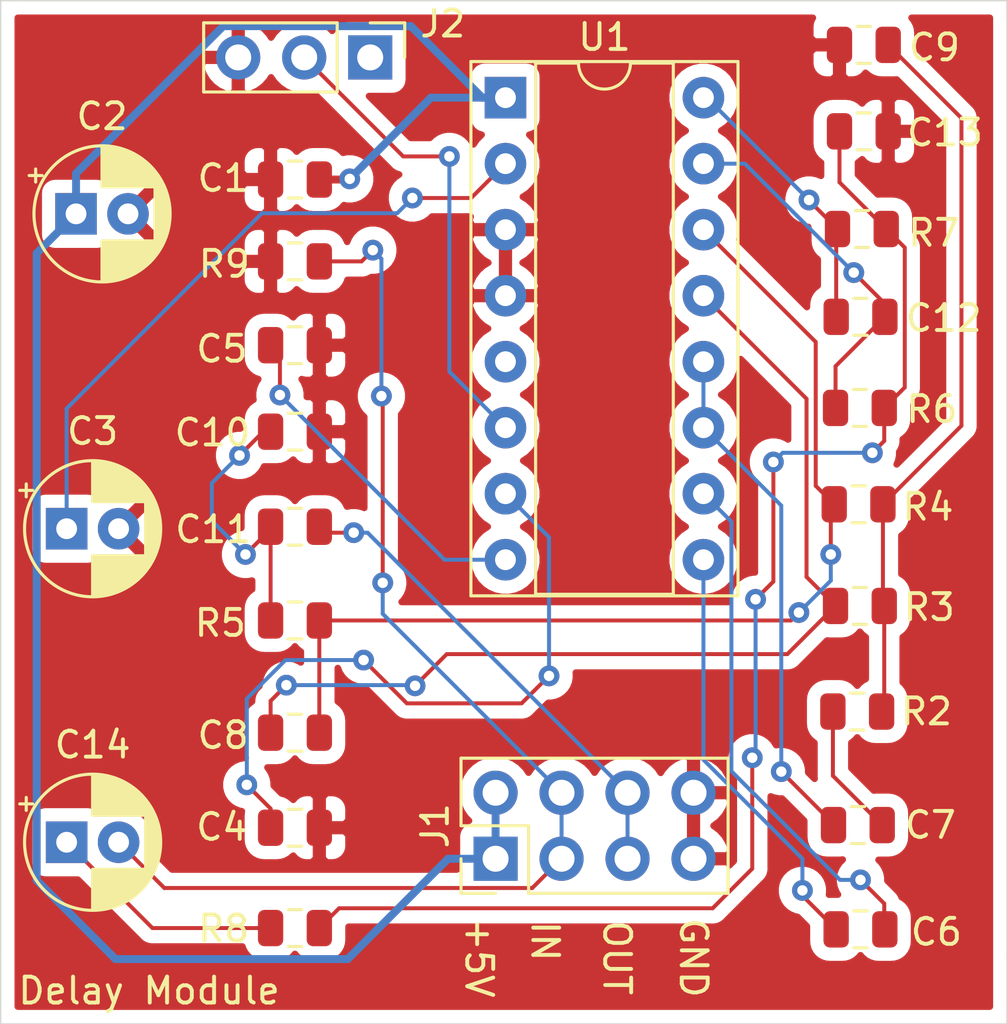
<source format=kicad_pcb>
(kicad_pcb (version 20171130) (host pcbnew "(5.1.6)-1")

  (general
    (thickness 1.6)
    (drawings 12)
    (tracks 168)
    (zones 0)
    (modules 25)
    (nets 23)
  )

  (page A4)
  (layers
    (0 F.Cu signal)
    (31 B.Cu signal)
    (32 B.Adhes user)
    (33 F.Adhes user)
    (34 B.Paste user)
    (35 F.Paste user)
    (36 B.SilkS user)
    (37 F.SilkS user)
    (38 B.Mask user)
    (39 F.Mask user)
    (40 Dwgs.User user)
    (41 Cmts.User user)
    (42 Eco1.User user)
    (43 Eco2.User user)
    (44 Edge.Cuts user)
    (45 Margin user)
    (46 B.CrtYd user)
    (47 F.CrtYd user)
    (48 B.Fab user)
    (49 F.Fab user)
  )

  (setup
    (last_trace_width 0.1524)
    (user_trace_width 0.1524)
    (user_trace_width 0.3048)
    (trace_clearance 0.2)
    (zone_clearance 0.508)
    (zone_45_only no)
    (trace_min 0.1)
    (via_size 0.8)
    (via_drill 0.4)
    (via_min_size 0.4)
    (via_min_drill 0.3)
    (uvia_size 0.3)
    (uvia_drill 0.1)
    (uvias_allowed no)
    (uvia_min_size 0.2)
    (uvia_min_drill 0.1)
    (edge_width 0.05)
    (segment_width 0.2)
    (pcb_text_width 0.3)
    (pcb_text_size 1.5 1.5)
    (mod_edge_width 0.12)
    (mod_text_size 1 1)
    (mod_text_width 0.15)
    (pad_size 1.524 1.524)
    (pad_drill 0.762)
    (pad_to_mask_clearance 0.05)
    (aux_axis_origin 0 0)
    (visible_elements 7FFDFFFF)
    (pcbplotparams
      (layerselection 0x010fc_ffffffff)
      (usegerberextensions false)
      (usegerberattributes true)
      (usegerberadvancedattributes true)
      (creategerberjobfile true)
      (excludeedgelayer true)
      (linewidth 0.100000)
      (plotframeref false)
      (viasonmask false)
      (mode 1)
      (useauxorigin false)
      (hpglpennumber 1)
      (hpglpenspeed 20)
      (hpglpendiameter 15.000000)
      (psnegative false)
      (psa4output false)
      (plotreference true)
      (plotvalue true)
      (plotinvisibletext false)
      (padsonsilk false)
      (subtractmaskfromsilk false)
      (outputformat 1)
      (mirror false)
      (drillshape 1)
      (scaleselection 1)
      (outputdirectory ""))
  )

  (net 0 "")
  (net 1 "Net-(C3-Pad1)")
  (net 2 "Net-(C4-Pad1)")
  (net 3 "Net-(C5-Pad1)")
  (net 4 "Net-(C6-Pad1)")
  (net 5 "Net-(C6-Pad2)")
  (net 6 "Net-(C7-Pad2)")
  (net 7 "Net-(C7-Pad1)")
  (net 8 "Net-(C8-Pad1)")
  (net 9 "Net-(C8-Pad2)")
  (net 10 "Net-(C9-Pad1)")
  (net 11 "Net-(C10-Pad1)")
  (net 12 Output)
  (net 13 "Net-(C12-Pad2)")
  (net 14 "Net-(C12-Pad1)")
  (net 15 "Net-(C13-Pad1)")
  (net 16 "Net-(C14-Pad1)")
  (net 17 Input)
  (net 18 +5V)
  (net 19 "Net-(U1-Pad5)")
  (net 20 GND)
  (net 21 "Net-(J2-Pad1)")
  (net 22 "Net-(J2-Pad2)")

  (net_class Default "This is the default net class."
    (clearance 0.2)
    (trace_width 0.25)
    (via_dia 0.8)
    (via_drill 0.4)
    (uvia_dia 0.3)
    (uvia_drill 0.1)
    (add_net +5V)
    (add_net GND)
    (add_net Input)
    (add_net "Net-(C10-Pad1)")
    (add_net "Net-(C12-Pad1)")
    (add_net "Net-(C12-Pad2)")
    (add_net "Net-(C13-Pad1)")
    (add_net "Net-(C14-Pad1)")
    (add_net "Net-(C3-Pad1)")
    (add_net "Net-(C4-Pad1)")
    (add_net "Net-(C5-Pad1)")
    (add_net "Net-(C6-Pad1)")
    (add_net "Net-(C6-Pad2)")
    (add_net "Net-(C7-Pad1)")
    (add_net "Net-(C7-Pad2)")
    (add_net "Net-(C8-Pad1)")
    (add_net "Net-(C8-Pad2)")
    (add_net "Net-(C9-Pad1)")
    (add_net "Net-(J2-Pad1)")
    (add_net "Net-(J2-Pad2)")
    (add_net "Net-(U1-Pad5)")
    (add_net Output)
  )

  (module Connector_PinHeader_2.54mm:PinHeader_2x04_P2.54mm_Vertical (layer F.Cu) (tedit 59FED5CC) (tstamp 624329A4)
    (at 128.905 94.615 90)
    (descr "Through hole straight pin header, 2x04, 2.54mm pitch, double rows")
    (tags "Through hole pin header THT 2x04 2.54mm double row")
    (path /624FA0E8)
    (fp_text reference J1 (at 1.27 -2.33 90) (layer F.SilkS)
      (effects (font (size 1 1) (thickness 0.15)))
    )
    (fp_text value Conn_02x04_Odd_Even (at 1.27 9.95 90) (layer F.Fab)
      (effects (font (size 1 1) (thickness 0.15)))
    )
    (fp_line (start 4.35 -1.8) (end -1.8 -1.8) (layer F.CrtYd) (width 0.05))
    (fp_line (start 4.35 9.4) (end 4.35 -1.8) (layer F.CrtYd) (width 0.05))
    (fp_line (start -1.8 9.4) (end 4.35 9.4) (layer F.CrtYd) (width 0.05))
    (fp_line (start -1.8 -1.8) (end -1.8 9.4) (layer F.CrtYd) (width 0.05))
    (fp_line (start -1.33 -1.33) (end 0 -1.33) (layer F.SilkS) (width 0.12))
    (fp_line (start -1.33 0) (end -1.33 -1.33) (layer F.SilkS) (width 0.12))
    (fp_line (start 1.27 -1.33) (end 3.87 -1.33) (layer F.SilkS) (width 0.12))
    (fp_line (start 1.27 1.27) (end 1.27 -1.33) (layer F.SilkS) (width 0.12))
    (fp_line (start -1.33 1.27) (end 1.27 1.27) (layer F.SilkS) (width 0.12))
    (fp_line (start 3.87 -1.33) (end 3.87 8.95) (layer F.SilkS) (width 0.12))
    (fp_line (start -1.33 1.27) (end -1.33 8.95) (layer F.SilkS) (width 0.12))
    (fp_line (start -1.33 8.95) (end 3.87 8.95) (layer F.SilkS) (width 0.12))
    (fp_line (start -1.27 0) (end 0 -1.27) (layer F.Fab) (width 0.1))
    (fp_line (start -1.27 8.89) (end -1.27 0) (layer F.Fab) (width 0.1))
    (fp_line (start 3.81 8.89) (end -1.27 8.89) (layer F.Fab) (width 0.1))
    (fp_line (start 3.81 -1.27) (end 3.81 8.89) (layer F.Fab) (width 0.1))
    (fp_line (start 0 -1.27) (end 3.81 -1.27) (layer F.Fab) (width 0.1))
    (fp_text user %R (at 1.27 3.81) (layer F.Fab)
      (effects (font (size 1 1) (thickness 0.15)))
    )
    (pad 8 thru_hole oval (at 2.54 7.62 90) (size 1.7 1.7) (drill 1) (layers *.Cu *.Mask)
      (net 20 GND))
    (pad 7 thru_hole oval (at 0 7.62 90) (size 1.7 1.7) (drill 1) (layers *.Cu *.Mask)
      (net 20 GND))
    (pad 6 thru_hole oval (at 2.54 5.08 90) (size 1.7 1.7) (drill 1) (layers *.Cu *.Mask)
      (net 12 Output))
    (pad 5 thru_hole oval (at 0 5.08 90) (size 1.7 1.7) (drill 1) (layers *.Cu *.Mask)
      (net 12 Output))
    (pad 4 thru_hole oval (at 2.54 2.54 90) (size 1.7 1.7) (drill 1) (layers *.Cu *.Mask)
      (net 17 Input))
    (pad 3 thru_hole oval (at 0 2.54 90) (size 1.7 1.7) (drill 1) (layers *.Cu *.Mask)
      (net 17 Input))
    (pad 2 thru_hole oval (at 2.54 0 90) (size 1.7 1.7) (drill 1) (layers *.Cu *.Mask)
      (net 18 +5V))
    (pad 1 thru_hole rect (at 0 0 90) (size 1.7 1.7) (drill 1) (layers *.Cu *.Mask)
      (net 18 +5V))
    (model ${KISYS3DMOD}/Connector_PinHeader_2.54mm.3dshapes/PinHeader_2x04_P2.54mm_Vertical.wrl
      (at (xyz 0 0 0))
      (scale (xyz 1 1 1))
      (rotate (xyz 0 0 0))
    )
  )

  (module Capacitor_SMD:C_0805_2012Metric (layer F.Cu) (tedit 5B36C52B) (tstamp 62427CC0)
    (at 121.1834 68.4784 180)
    (descr "Capacitor SMD 0805 (2012 Metric), square (rectangular) end terminal, IPC_7351 nominal, (Body size source: https://docs.google.com/spreadsheets/d/1BsfQQcO9C6DZCsRaXUlFlo91Tg2WpOkGARC1WS5S8t0/edit?usp=sharing), generated with kicad-footprint-generator")
    (tags capacitor)
    (path /6241598C)
    (attr smd)
    (fp_text reference C1 (at 2.7663 0.0508) (layer F.SilkS)
      (effects (font (size 1 1) (thickness 0.15)))
    )
    (fp_text value .1uF (at 0 1.65) (layer F.Fab)
      (effects (font (size 1 1) (thickness 0.15)))
    )
    (fp_line (start -1 0.6) (end -1 -0.6) (layer F.Fab) (width 0.1))
    (fp_line (start -1 -0.6) (end 1 -0.6) (layer F.Fab) (width 0.1))
    (fp_line (start 1 -0.6) (end 1 0.6) (layer F.Fab) (width 0.1))
    (fp_line (start 1 0.6) (end -1 0.6) (layer F.Fab) (width 0.1))
    (fp_line (start -0.258578 -0.71) (end 0.258578 -0.71) (layer F.SilkS) (width 0.12))
    (fp_line (start -0.258578 0.71) (end 0.258578 0.71) (layer F.SilkS) (width 0.12))
    (fp_line (start -1.68 0.95) (end -1.68 -0.95) (layer F.CrtYd) (width 0.05))
    (fp_line (start -1.68 -0.95) (end 1.68 -0.95) (layer F.CrtYd) (width 0.05))
    (fp_line (start 1.68 -0.95) (end 1.68 0.95) (layer F.CrtYd) (width 0.05))
    (fp_line (start 1.68 0.95) (end -1.68 0.95) (layer F.CrtYd) (width 0.05))
    (fp_text user %R (at 0 0) (layer F.Fab)
      (effects (font (size 0.5 0.5) (thickness 0.08)))
    )
    (pad 1 smd roundrect (at -0.9375 0 180) (size 0.975 1.4) (layers F.Cu F.Paste F.Mask) (roundrect_rratio 0.25)
      (net 18 +5V))
    (pad 2 smd roundrect (at 0.9375 0 180) (size 0.975 1.4) (layers F.Cu F.Paste F.Mask) (roundrect_rratio 0.25)
      (net 20 GND))
    (model ${KISYS3DMOD}/Capacitor_SMD.3dshapes/C_0805_2012Metric.wrl
      (at (xyz 0 0 0))
      (scale (xyz 1 1 1))
      (rotate (xyz 0 0 0))
    )
  )

  (module Capacitor_THT:CP_Radial_D5.0mm_P2.00mm (layer F.Cu) (tedit 5AE50EF0) (tstamp 62427D43)
    (at 112.7572 69.7992)
    (descr "CP, Radial series, Radial, pin pitch=2.00mm, , diameter=5mm, Electrolytic Capacitor")
    (tags "CP Radial series Radial pin pitch 2.00mm  diameter 5mm Electrolytic Capacitor")
    (path /624161AB)
    (fp_text reference C2 (at 1 -3.75) (layer F.SilkS)
      (effects (font (size 1 1) (thickness 0.15)))
    )
    (fp_text value 100uF (at 1 3.75) (layer F.Fab)
      (effects (font (size 1 1) (thickness 0.15)))
    )
    (fp_circle (center 1 0) (end 3.5 0) (layer F.Fab) (width 0.1))
    (fp_circle (center 1 0) (end 3.62 0) (layer F.SilkS) (width 0.12))
    (fp_circle (center 1 0) (end 3.75 0) (layer F.CrtYd) (width 0.05))
    (fp_line (start -1.133605 -1.0875) (end -0.633605 -1.0875) (layer F.Fab) (width 0.1))
    (fp_line (start -0.883605 -1.3375) (end -0.883605 -0.8375) (layer F.Fab) (width 0.1))
    (fp_line (start 1 1.04) (end 1 2.58) (layer F.SilkS) (width 0.12))
    (fp_line (start 1 -2.58) (end 1 -1.04) (layer F.SilkS) (width 0.12))
    (fp_line (start 1.04 1.04) (end 1.04 2.58) (layer F.SilkS) (width 0.12))
    (fp_line (start 1.04 -2.58) (end 1.04 -1.04) (layer F.SilkS) (width 0.12))
    (fp_line (start 1.08 -2.579) (end 1.08 -1.04) (layer F.SilkS) (width 0.12))
    (fp_line (start 1.08 1.04) (end 1.08 2.579) (layer F.SilkS) (width 0.12))
    (fp_line (start 1.12 -2.578) (end 1.12 -1.04) (layer F.SilkS) (width 0.12))
    (fp_line (start 1.12 1.04) (end 1.12 2.578) (layer F.SilkS) (width 0.12))
    (fp_line (start 1.16 -2.576) (end 1.16 -1.04) (layer F.SilkS) (width 0.12))
    (fp_line (start 1.16 1.04) (end 1.16 2.576) (layer F.SilkS) (width 0.12))
    (fp_line (start 1.2 -2.573) (end 1.2 -1.04) (layer F.SilkS) (width 0.12))
    (fp_line (start 1.2 1.04) (end 1.2 2.573) (layer F.SilkS) (width 0.12))
    (fp_line (start 1.24 -2.569) (end 1.24 -1.04) (layer F.SilkS) (width 0.12))
    (fp_line (start 1.24 1.04) (end 1.24 2.569) (layer F.SilkS) (width 0.12))
    (fp_line (start 1.28 -2.565) (end 1.28 -1.04) (layer F.SilkS) (width 0.12))
    (fp_line (start 1.28 1.04) (end 1.28 2.565) (layer F.SilkS) (width 0.12))
    (fp_line (start 1.32 -2.561) (end 1.32 -1.04) (layer F.SilkS) (width 0.12))
    (fp_line (start 1.32 1.04) (end 1.32 2.561) (layer F.SilkS) (width 0.12))
    (fp_line (start 1.36 -2.556) (end 1.36 -1.04) (layer F.SilkS) (width 0.12))
    (fp_line (start 1.36 1.04) (end 1.36 2.556) (layer F.SilkS) (width 0.12))
    (fp_line (start 1.4 -2.55) (end 1.4 -1.04) (layer F.SilkS) (width 0.12))
    (fp_line (start 1.4 1.04) (end 1.4 2.55) (layer F.SilkS) (width 0.12))
    (fp_line (start 1.44 -2.543) (end 1.44 -1.04) (layer F.SilkS) (width 0.12))
    (fp_line (start 1.44 1.04) (end 1.44 2.543) (layer F.SilkS) (width 0.12))
    (fp_line (start 1.48 -2.536) (end 1.48 -1.04) (layer F.SilkS) (width 0.12))
    (fp_line (start 1.48 1.04) (end 1.48 2.536) (layer F.SilkS) (width 0.12))
    (fp_line (start 1.52 -2.528) (end 1.52 -1.04) (layer F.SilkS) (width 0.12))
    (fp_line (start 1.52 1.04) (end 1.52 2.528) (layer F.SilkS) (width 0.12))
    (fp_line (start 1.56 -2.52) (end 1.56 -1.04) (layer F.SilkS) (width 0.12))
    (fp_line (start 1.56 1.04) (end 1.56 2.52) (layer F.SilkS) (width 0.12))
    (fp_line (start 1.6 -2.511) (end 1.6 -1.04) (layer F.SilkS) (width 0.12))
    (fp_line (start 1.6 1.04) (end 1.6 2.511) (layer F.SilkS) (width 0.12))
    (fp_line (start 1.64 -2.501) (end 1.64 -1.04) (layer F.SilkS) (width 0.12))
    (fp_line (start 1.64 1.04) (end 1.64 2.501) (layer F.SilkS) (width 0.12))
    (fp_line (start 1.68 -2.491) (end 1.68 -1.04) (layer F.SilkS) (width 0.12))
    (fp_line (start 1.68 1.04) (end 1.68 2.491) (layer F.SilkS) (width 0.12))
    (fp_line (start 1.721 -2.48) (end 1.721 -1.04) (layer F.SilkS) (width 0.12))
    (fp_line (start 1.721 1.04) (end 1.721 2.48) (layer F.SilkS) (width 0.12))
    (fp_line (start 1.761 -2.468) (end 1.761 -1.04) (layer F.SilkS) (width 0.12))
    (fp_line (start 1.761 1.04) (end 1.761 2.468) (layer F.SilkS) (width 0.12))
    (fp_line (start 1.801 -2.455) (end 1.801 -1.04) (layer F.SilkS) (width 0.12))
    (fp_line (start 1.801 1.04) (end 1.801 2.455) (layer F.SilkS) (width 0.12))
    (fp_line (start 1.841 -2.442) (end 1.841 -1.04) (layer F.SilkS) (width 0.12))
    (fp_line (start 1.841 1.04) (end 1.841 2.442) (layer F.SilkS) (width 0.12))
    (fp_line (start 1.881 -2.428) (end 1.881 -1.04) (layer F.SilkS) (width 0.12))
    (fp_line (start 1.881 1.04) (end 1.881 2.428) (layer F.SilkS) (width 0.12))
    (fp_line (start 1.921 -2.414) (end 1.921 -1.04) (layer F.SilkS) (width 0.12))
    (fp_line (start 1.921 1.04) (end 1.921 2.414) (layer F.SilkS) (width 0.12))
    (fp_line (start 1.961 -2.398) (end 1.961 -1.04) (layer F.SilkS) (width 0.12))
    (fp_line (start 1.961 1.04) (end 1.961 2.398) (layer F.SilkS) (width 0.12))
    (fp_line (start 2.001 -2.382) (end 2.001 -1.04) (layer F.SilkS) (width 0.12))
    (fp_line (start 2.001 1.04) (end 2.001 2.382) (layer F.SilkS) (width 0.12))
    (fp_line (start 2.041 -2.365) (end 2.041 -1.04) (layer F.SilkS) (width 0.12))
    (fp_line (start 2.041 1.04) (end 2.041 2.365) (layer F.SilkS) (width 0.12))
    (fp_line (start 2.081 -2.348) (end 2.081 -1.04) (layer F.SilkS) (width 0.12))
    (fp_line (start 2.081 1.04) (end 2.081 2.348) (layer F.SilkS) (width 0.12))
    (fp_line (start 2.121 -2.329) (end 2.121 -1.04) (layer F.SilkS) (width 0.12))
    (fp_line (start 2.121 1.04) (end 2.121 2.329) (layer F.SilkS) (width 0.12))
    (fp_line (start 2.161 -2.31) (end 2.161 -1.04) (layer F.SilkS) (width 0.12))
    (fp_line (start 2.161 1.04) (end 2.161 2.31) (layer F.SilkS) (width 0.12))
    (fp_line (start 2.201 -2.29) (end 2.201 -1.04) (layer F.SilkS) (width 0.12))
    (fp_line (start 2.201 1.04) (end 2.201 2.29) (layer F.SilkS) (width 0.12))
    (fp_line (start 2.241 -2.268) (end 2.241 -1.04) (layer F.SilkS) (width 0.12))
    (fp_line (start 2.241 1.04) (end 2.241 2.268) (layer F.SilkS) (width 0.12))
    (fp_line (start 2.281 -2.247) (end 2.281 -1.04) (layer F.SilkS) (width 0.12))
    (fp_line (start 2.281 1.04) (end 2.281 2.247) (layer F.SilkS) (width 0.12))
    (fp_line (start 2.321 -2.224) (end 2.321 -1.04) (layer F.SilkS) (width 0.12))
    (fp_line (start 2.321 1.04) (end 2.321 2.224) (layer F.SilkS) (width 0.12))
    (fp_line (start 2.361 -2.2) (end 2.361 -1.04) (layer F.SilkS) (width 0.12))
    (fp_line (start 2.361 1.04) (end 2.361 2.2) (layer F.SilkS) (width 0.12))
    (fp_line (start 2.401 -2.175) (end 2.401 -1.04) (layer F.SilkS) (width 0.12))
    (fp_line (start 2.401 1.04) (end 2.401 2.175) (layer F.SilkS) (width 0.12))
    (fp_line (start 2.441 -2.149) (end 2.441 -1.04) (layer F.SilkS) (width 0.12))
    (fp_line (start 2.441 1.04) (end 2.441 2.149) (layer F.SilkS) (width 0.12))
    (fp_line (start 2.481 -2.122) (end 2.481 -1.04) (layer F.SilkS) (width 0.12))
    (fp_line (start 2.481 1.04) (end 2.481 2.122) (layer F.SilkS) (width 0.12))
    (fp_line (start 2.521 -2.095) (end 2.521 -1.04) (layer F.SilkS) (width 0.12))
    (fp_line (start 2.521 1.04) (end 2.521 2.095) (layer F.SilkS) (width 0.12))
    (fp_line (start 2.561 -2.065) (end 2.561 -1.04) (layer F.SilkS) (width 0.12))
    (fp_line (start 2.561 1.04) (end 2.561 2.065) (layer F.SilkS) (width 0.12))
    (fp_line (start 2.601 -2.035) (end 2.601 -1.04) (layer F.SilkS) (width 0.12))
    (fp_line (start 2.601 1.04) (end 2.601 2.035) (layer F.SilkS) (width 0.12))
    (fp_line (start 2.641 -2.004) (end 2.641 -1.04) (layer F.SilkS) (width 0.12))
    (fp_line (start 2.641 1.04) (end 2.641 2.004) (layer F.SilkS) (width 0.12))
    (fp_line (start 2.681 -1.971) (end 2.681 -1.04) (layer F.SilkS) (width 0.12))
    (fp_line (start 2.681 1.04) (end 2.681 1.971) (layer F.SilkS) (width 0.12))
    (fp_line (start 2.721 -1.937) (end 2.721 -1.04) (layer F.SilkS) (width 0.12))
    (fp_line (start 2.721 1.04) (end 2.721 1.937) (layer F.SilkS) (width 0.12))
    (fp_line (start 2.761 -1.901) (end 2.761 -1.04) (layer F.SilkS) (width 0.12))
    (fp_line (start 2.761 1.04) (end 2.761 1.901) (layer F.SilkS) (width 0.12))
    (fp_line (start 2.801 -1.864) (end 2.801 -1.04) (layer F.SilkS) (width 0.12))
    (fp_line (start 2.801 1.04) (end 2.801 1.864) (layer F.SilkS) (width 0.12))
    (fp_line (start 2.841 -1.826) (end 2.841 -1.04) (layer F.SilkS) (width 0.12))
    (fp_line (start 2.841 1.04) (end 2.841 1.826) (layer F.SilkS) (width 0.12))
    (fp_line (start 2.881 -1.785) (end 2.881 -1.04) (layer F.SilkS) (width 0.12))
    (fp_line (start 2.881 1.04) (end 2.881 1.785) (layer F.SilkS) (width 0.12))
    (fp_line (start 2.921 -1.743) (end 2.921 -1.04) (layer F.SilkS) (width 0.12))
    (fp_line (start 2.921 1.04) (end 2.921 1.743) (layer F.SilkS) (width 0.12))
    (fp_line (start 2.961 -1.699) (end 2.961 -1.04) (layer F.SilkS) (width 0.12))
    (fp_line (start 2.961 1.04) (end 2.961 1.699) (layer F.SilkS) (width 0.12))
    (fp_line (start 3.001 -1.653) (end 3.001 -1.04) (layer F.SilkS) (width 0.12))
    (fp_line (start 3.001 1.04) (end 3.001 1.653) (layer F.SilkS) (width 0.12))
    (fp_line (start 3.041 -1.605) (end 3.041 1.605) (layer F.SilkS) (width 0.12))
    (fp_line (start 3.081 -1.554) (end 3.081 1.554) (layer F.SilkS) (width 0.12))
    (fp_line (start 3.121 -1.5) (end 3.121 1.5) (layer F.SilkS) (width 0.12))
    (fp_line (start 3.161 -1.443) (end 3.161 1.443) (layer F.SilkS) (width 0.12))
    (fp_line (start 3.201 -1.383) (end 3.201 1.383) (layer F.SilkS) (width 0.12))
    (fp_line (start 3.241 -1.319) (end 3.241 1.319) (layer F.SilkS) (width 0.12))
    (fp_line (start 3.281 -1.251) (end 3.281 1.251) (layer F.SilkS) (width 0.12))
    (fp_line (start 3.321 -1.178) (end 3.321 1.178) (layer F.SilkS) (width 0.12))
    (fp_line (start 3.361 -1.098) (end 3.361 1.098) (layer F.SilkS) (width 0.12))
    (fp_line (start 3.401 -1.011) (end 3.401 1.011) (layer F.SilkS) (width 0.12))
    (fp_line (start 3.441 -0.915) (end 3.441 0.915) (layer F.SilkS) (width 0.12))
    (fp_line (start 3.481 -0.805) (end 3.481 0.805) (layer F.SilkS) (width 0.12))
    (fp_line (start 3.521 -0.677) (end 3.521 0.677) (layer F.SilkS) (width 0.12))
    (fp_line (start 3.561 -0.518) (end 3.561 0.518) (layer F.SilkS) (width 0.12))
    (fp_line (start 3.601 -0.284) (end 3.601 0.284) (layer F.SilkS) (width 0.12))
    (fp_line (start -1.804775 -1.475) (end -1.304775 -1.475) (layer F.SilkS) (width 0.12))
    (fp_line (start -1.554775 -1.725) (end -1.554775 -1.225) (layer F.SilkS) (width 0.12))
    (fp_text user %R (at 1 0) (layer F.Fab)
      (effects (font (size 1 1) (thickness 0.15)))
    )
    (pad 1 thru_hole rect (at 0 0) (size 1.6 1.6) (drill 0.8) (layers *.Cu *.Mask)
      (net 18 +5V))
    (pad 2 thru_hole circle (at 2 0) (size 1.6 1.6) (drill 0.8) (layers *.Cu *.Mask)
      (net 20 GND))
    (model ${KISYS3DMOD}/Capacitor_THT.3dshapes/CP_Radial_D5.0mm_P2.00mm.wrl
      (at (xyz 0 0 0))
      (scale (xyz 1 1 1))
      (rotate (xyz 0 0 0))
    )
  )

  (module Capacitor_THT:CP_Radial_D5.0mm_P2.00mm (layer F.Cu) (tedit 5AE50EF0) (tstamp 62427DC6)
    (at 112.395 81.915)
    (descr "CP, Radial series, Radial, pin pitch=2.00mm, , diameter=5mm, Electrolytic Capacitor")
    (tags "CP Radial series Radial pin pitch 2.00mm  diameter 5mm Electrolytic Capacitor")
    (path /6241DA49)
    (fp_text reference C3 (at 1 -3.75) (layer F.SilkS)
      (effects (font (size 1 1) (thickness 0.15)))
    )
    (fp_text value 47uF (at 1 3.75) (layer F.Fab)
      (effects (font (size 1 1) (thickness 0.15)))
    )
    (fp_line (start -1.554775 -1.725) (end -1.554775 -1.225) (layer F.SilkS) (width 0.12))
    (fp_line (start -1.804775 -1.475) (end -1.304775 -1.475) (layer F.SilkS) (width 0.12))
    (fp_line (start 3.601 -0.284) (end 3.601 0.284) (layer F.SilkS) (width 0.12))
    (fp_line (start 3.561 -0.518) (end 3.561 0.518) (layer F.SilkS) (width 0.12))
    (fp_line (start 3.521 -0.677) (end 3.521 0.677) (layer F.SilkS) (width 0.12))
    (fp_line (start 3.481 -0.805) (end 3.481 0.805) (layer F.SilkS) (width 0.12))
    (fp_line (start 3.441 -0.915) (end 3.441 0.915) (layer F.SilkS) (width 0.12))
    (fp_line (start 3.401 -1.011) (end 3.401 1.011) (layer F.SilkS) (width 0.12))
    (fp_line (start 3.361 -1.098) (end 3.361 1.098) (layer F.SilkS) (width 0.12))
    (fp_line (start 3.321 -1.178) (end 3.321 1.178) (layer F.SilkS) (width 0.12))
    (fp_line (start 3.281 -1.251) (end 3.281 1.251) (layer F.SilkS) (width 0.12))
    (fp_line (start 3.241 -1.319) (end 3.241 1.319) (layer F.SilkS) (width 0.12))
    (fp_line (start 3.201 -1.383) (end 3.201 1.383) (layer F.SilkS) (width 0.12))
    (fp_line (start 3.161 -1.443) (end 3.161 1.443) (layer F.SilkS) (width 0.12))
    (fp_line (start 3.121 -1.5) (end 3.121 1.5) (layer F.SilkS) (width 0.12))
    (fp_line (start 3.081 -1.554) (end 3.081 1.554) (layer F.SilkS) (width 0.12))
    (fp_line (start 3.041 -1.605) (end 3.041 1.605) (layer F.SilkS) (width 0.12))
    (fp_line (start 3.001 1.04) (end 3.001 1.653) (layer F.SilkS) (width 0.12))
    (fp_line (start 3.001 -1.653) (end 3.001 -1.04) (layer F.SilkS) (width 0.12))
    (fp_line (start 2.961 1.04) (end 2.961 1.699) (layer F.SilkS) (width 0.12))
    (fp_line (start 2.961 -1.699) (end 2.961 -1.04) (layer F.SilkS) (width 0.12))
    (fp_line (start 2.921 1.04) (end 2.921 1.743) (layer F.SilkS) (width 0.12))
    (fp_line (start 2.921 -1.743) (end 2.921 -1.04) (layer F.SilkS) (width 0.12))
    (fp_line (start 2.881 1.04) (end 2.881 1.785) (layer F.SilkS) (width 0.12))
    (fp_line (start 2.881 -1.785) (end 2.881 -1.04) (layer F.SilkS) (width 0.12))
    (fp_line (start 2.841 1.04) (end 2.841 1.826) (layer F.SilkS) (width 0.12))
    (fp_line (start 2.841 -1.826) (end 2.841 -1.04) (layer F.SilkS) (width 0.12))
    (fp_line (start 2.801 1.04) (end 2.801 1.864) (layer F.SilkS) (width 0.12))
    (fp_line (start 2.801 -1.864) (end 2.801 -1.04) (layer F.SilkS) (width 0.12))
    (fp_line (start 2.761 1.04) (end 2.761 1.901) (layer F.SilkS) (width 0.12))
    (fp_line (start 2.761 -1.901) (end 2.761 -1.04) (layer F.SilkS) (width 0.12))
    (fp_line (start 2.721 1.04) (end 2.721 1.937) (layer F.SilkS) (width 0.12))
    (fp_line (start 2.721 -1.937) (end 2.721 -1.04) (layer F.SilkS) (width 0.12))
    (fp_line (start 2.681 1.04) (end 2.681 1.971) (layer F.SilkS) (width 0.12))
    (fp_line (start 2.681 -1.971) (end 2.681 -1.04) (layer F.SilkS) (width 0.12))
    (fp_line (start 2.641 1.04) (end 2.641 2.004) (layer F.SilkS) (width 0.12))
    (fp_line (start 2.641 -2.004) (end 2.641 -1.04) (layer F.SilkS) (width 0.12))
    (fp_line (start 2.601 1.04) (end 2.601 2.035) (layer F.SilkS) (width 0.12))
    (fp_line (start 2.601 -2.035) (end 2.601 -1.04) (layer F.SilkS) (width 0.12))
    (fp_line (start 2.561 1.04) (end 2.561 2.065) (layer F.SilkS) (width 0.12))
    (fp_line (start 2.561 -2.065) (end 2.561 -1.04) (layer F.SilkS) (width 0.12))
    (fp_line (start 2.521 1.04) (end 2.521 2.095) (layer F.SilkS) (width 0.12))
    (fp_line (start 2.521 -2.095) (end 2.521 -1.04) (layer F.SilkS) (width 0.12))
    (fp_line (start 2.481 1.04) (end 2.481 2.122) (layer F.SilkS) (width 0.12))
    (fp_line (start 2.481 -2.122) (end 2.481 -1.04) (layer F.SilkS) (width 0.12))
    (fp_line (start 2.441 1.04) (end 2.441 2.149) (layer F.SilkS) (width 0.12))
    (fp_line (start 2.441 -2.149) (end 2.441 -1.04) (layer F.SilkS) (width 0.12))
    (fp_line (start 2.401 1.04) (end 2.401 2.175) (layer F.SilkS) (width 0.12))
    (fp_line (start 2.401 -2.175) (end 2.401 -1.04) (layer F.SilkS) (width 0.12))
    (fp_line (start 2.361 1.04) (end 2.361 2.2) (layer F.SilkS) (width 0.12))
    (fp_line (start 2.361 -2.2) (end 2.361 -1.04) (layer F.SilkS) (width 0.12))
    (fp_line (start 2.321 1.04) (end 2.321 2.224) (layer F.SilkS) (width 0.12))
    (fp_line (start 2.321 -2.224) (end 2.321 -1.04) (layer F.SilkS) (width 0.12))
    (fp_line (start 2.281 1.04) (end 2.281 2.247) (layer F.SilkS) (width 0.12))
    (fp_line (start 2.281 -2.247) (end 2.281 -1.04) (layer F.SilkS) (width 0.12))
    (fp_line (start 2.241 1.04) (end 2.241 2.268) (layer F.SilkS) (width 0.12))
    (fp_line (start 2.241 -2.268) (end 2.241 -1.04) (layer F.SilkS) (width 0.12))
    (fp_line (start 2.201 1.04) (end 2.201 2.29) (layer F.SilkS) (width 0.12))
    (fp_line (start 2.201 -2.29) (end 2.201 -1.04) (layer F.SilkS) (width 0.12))
    (fp_line (start 2.161 1.04) (end 2.161 2.31) (layer F.SilkS) (width 0.12))
    (fp_line (start 2.161 -2.31) (end 2.161 -1.04) (layer F.SilkS) (width 0.12))
    (fp_line (start 2.121 1.04) (end 2.121 2.329) (layer F.SilkS) (width 0.12))
    (fp_line (start 2.121 -2.329) (end 2.121 -1.04) (layer F.SilkS) (width 0.12))
    (fp_line (start 2.081 1.04) (end 2.081 2.348) (layer F.SilkS) (width 0.12))
    (fp_line (start 2.081 -2.348) (end 2.081 -1.04) (layer F.SilkS) (width 0.12))
    (fp_line (start 2.041 1.04) (end 2.041 2.365) (layer F.SilkS) (width 0.12))
    (fp_line (start 2.041 -2.365) (end 2.041 -1.04) (layer F.SilkS) (width 0.12))
    (fp_line (start 2.001 1.04) (end 2.001 2.382) (layer F.SilkS) (width 0.12))
    (fp_line (start 2.001 -2.382) (end 2.001 -1.04) (layer F.SilkS) (width 0.12))
    (fp_line (start 1.961 1.04) (end 1.961 2.398) (layer F.SilkS) (width 0.12))
    (fp_line (start 1.961 -2.398) (end 1.961 -1.04) (layer F.SilkS) (width 0.12))
    (fp_line (start 1.921 1.04) (end 1.921 2.414) (layer F.SilkS) (width 0.12))
    (fp_line (start 1.921 -2.414) (end 1.921 -1.04) (layer F.SilkS) (width 0.12))
    (fp_line (start 1.881 1.04) (end 1.881 2.428) (layer F.SilkS) (width 0.12))
    (fp_line (start 1.881 -2.428) (end 1.881 -1.04) (layer F.SilkS) (width 0.12))
    (fp_line (start 1.841 1.04) (end 1.841 2.442) (layer F.SilkS) (width 0.12))
    (fp_line (start 1.841 -2.442) (end 1.841 -1.04) (layer F.SilkS) (width 0.12))
    (fp_line (start 1.801 1.04) (end 1.801 2.455) (layer F.SilkS) (width 0.12))
    (fp_line (start 1.801 -2.455) (end 1.801 -1.04) (layer F.SilkS) (width 0.12))
    (fp_line (start 1.761 1.04) (end 1.761 2.468) (layer F.SilkS) (width 0.12))
    (fp_line (start 1.761 -2.468) (end 1.761 -1.04) (layer F.SilkS) (width 0.12))
    (fp_line (start 1.721 1.04) (end 1.721 2.48) (layer F.SilkS) (width 0.12))
    (fp_line (start 1.721 -2.48) (end 1.721 -1.04) (layer F.SilkS) (width 0.12))
    (fp_line (start 1.68 1.04) (end 1.68 2.491) (layer F.SilkS) (width 0.12))
    (fp_line (start 1.68 -2.491) (end 1.68 -1.04) (layer F.SilkS) (width 0.12))
    (fp_line (start 1.64 1.04) (end 1.64 2.501) (layer F.SilkS) (width 0.12))
    (fp_line (start 1.64 -2.501) (end 1.64 -1.04) (layer F.SilkS) (width 0.12))
    (fp_line (start 1.6 1.04) (end 1.6 2.511) (layer F.SilkS) (width 0.12))
    (fp_line (start 1.6 -2.511) (end 1.6 -1.04) (layer F.SilkS) (width 0.12))
    (fp_line (start 1.56 1.04) (end 1.56 2.52) (layer F.SilkS) (width 0.12))
    (fp_line (start 1.56 -2.52) (end 1.56 -1.04) (layer F.SilkS) (width 0.12))
    (fp_line (start 1.52 1.04) (end 1.52 2.528) (layer F.SilkS) (width 0.12))
    (fp_line (start 1.52 -2.528) (end 1.52 -1.04) (layer F.SilkS) (width 0.12))
    (fp_line (start 1.48 1.04) (end 1.48 2.536) (layer F.SilkS) (width 0.12))
    (fp_line (start 1.48 -2.536) (end 1.48 -1.04) (layer F.SilkS) (width 0.12))
    (fp_line (start 1.44 1.04) (end 1.44 2.543) (layer F.SilkS) (width 0.12))
    (fp_line (start 1.44 -2.543) (end 1.44 -1.04) (layer F.SilkS) (width 0.12))
    (fp_line (start 1.4 1.04) (end 1.4 2.55) (layer F.SilkS) (width 0.12))
    (fp_line (start 1.4 -2.55) (end 1.4 -1.04) (layer F.SilkS) (width 0.12))
    (fp_line (start 1.36 1.04) (end 1.36 2.556) (layer F.SilkS) (width 0.12))
    (fp_line (start 1.36 -2.556) (end 1.36 -1.04) (layer F.SilkS) (width 0.12))
    (fp_line (start 1.32 1.04) (end 1.32 2.561) (layer F.SilkS) (width 0.12))
    (fp_line (start 1.32 -2.561) (end 1.32 -1.04) (layer F.SilkS) (width 0.12))
    (fp_line (start 1.28 1.04) (end 1.28 2.565) (layer F.SilkS) (width 0.12))
    (fp_line (start 1.28 -2.565) (end 1.28 -1.04) (layer F.SilkS) (width 0.12))
    (fp_line (start 1.24 1.04) (end 1.24 2.569) (layer F.SilkS) (width 0.12))
    (fp_line (start 1.24 -2.569) (end 1.24 -1.04) (layer F.SilkS) (width 0.12))
    (fp_line (start 1.2 1.04) (end 1.2 2.573) (layer F.SilkS) (width 0.12))
    (fp_line (start 1.2 -2.573) (end 1.2 -1.04) (layer F.SilkS) (width 0.12))
    (fp_line (start 1.16 1.04) (end 1.16 2.576) (layer F.SilkS) (width 0.12))
    (fp_line (start 1.16 -2.576) (end 1.16 -1.04) (layer F.SilkS) (width 0.12))
    (fp_line (start 1.12 1.04) (end 1.12 2.578) (layer F.SilkS) (width 0.12))
    (fp_line (start 1.12 -2.578) (end 1.12 -1.04) (layer F.SilkS) (width 0.12))
    (fp_line (start 1.08 1.04) (end 1.08 2.579) (layer F.SilkS) (width 0.12))
    (fp_line (start 1.08 -2.579) (end 1.08 -1.04) (layer F.SilkS) (width 0.12))
    (fp_line (start 1.04 -2.58) (end 1.04 -1.04) (layer F.SilkS) (width 0.12))
    (fp_line (start 1.04 1.04) (end 1.04 2.58) (layer F.SilkS) (width 0.12))
    (fp_line (start 1 -2.58) (end 1 -1.04) (layer F.SilkS) (width 0.12))
    (fp_line (start 1 1.04) (end 1 2.58) (layer F.SilkS) (width 0.12))
    (fp_line (start -0.883605 -1.3375) (end -0.883605 -0.8375) (layer F.Fab) (width 0.1))
    (fp_line (start -1.133605 -1.0875) (end -0.633605 -1.0875) (layer F.Fab) (width 0.1))
    (fp_circle (center 1 0) (end 3.75 0) (layer F.CrtYd) (width 0.05))
    (fp_circle (center 1 0) (end 3.62 0) (layer F.SilkS) (width 0.12))
    (fp_circle (center 1 0) (end 3.5 0) (layer F.Fab) (width 0.1))
    (fp_text user %R (at 1 0) (layer F.Fab)
      (effects (font (size 1 1) (thickness 0.15)))
    )
    (pad 2 thru_hole circle (at 2 0) (size 1.6 1.6) (drill 0.8) (layers *.Cu *.Mask)
      (net 20 GND))
    (pad 1 thru_hole rect (at 0 0) (size 1.6 1.6) (drill 0.8) (layers *.Cu *.Mask)
      (net 1 "Net-(C3-Pad1)"))
    (model ${KISYS3DMOD}/Capacitor_THT.3dshapes/CP_Radial_D5.0mm_P2.00mm.wrl
      (at (xyz 0 0 0))
      (scale (xyz 1 1 1))
      (rotate (xyz 0 0 0))
    )
  )

  (module Capacitor_SMD:C_0805_2012Metric (layer F.Cu) (tedit 5B36C52B) (tstamp 62427DD7)
    (at 121.1834 93.4212)
    (descr "Capacitor SMD 0805 (2012 Metric), square (rectangular) end terminal, IPC_7351 nominal, (Body size source: https://docs.google.com/spreadsheets/d/1BsfQQcO9C6DZCsRaXUlFlo91Tg2WpOkGARC1WS5S8t0/edit?usp=sharing), generated with kicad-footprint-generator")
    (tags capacitor)
    (path /62422F77)
    (attr smd)
    (fp_text reference C4 (at -2.8171 -0.0254) (layer F.SilkS)
      (effects (font (size 1 1) (thickness 0.15)))
    )
    (fp_text value .1uF (at 0 1.65) (layer F.Fab)
      (effects (font (size 1 1) (thickness 0.15)))
    )
    (fp_line (start -1 0.6) (end -1 -0.6) (layer F.Fab) (width 0.1))
    (fp_line (start -1 -0.6) (end 1 -0.6) (layer F.Fab) (width 0.1))
    (fp_line (start 1 -0.6) (end 1 0.6) (layer F.Fab) (width 0.1))
    (fp_line (start 1 0.6) (end -1 0.6) (layer F.Fab) (width 0.1))
    (fp_line (start -0.258578 -0.71) (end 0.258578 -0.71) (layer F.SilkS) (width 0.12))
    (fp_line (start -0.258578 0.71) (end 0.258578 0.71) (layer F.SilkS) (width 0.12))
    (fp_line (start -1.68 0.95) (end -1.68 -0.95) (layer F.CrtYd) (width 0.05))
    (fp_line (start -1.68 -0.95) (end 1.68 -0.95) (layer F.CrtYd) (width 0.05))
    (fp_line (start 1.68 -0.95) (end 1.68 0.95) (layer F.CrtYd) (width 0.05))
    (fp_line (start 1.68 0.95) (end -1.68 0.95) (layer F.CrtYd) (width 0.05))
    (fp_text user %R (at 0 0) (layer F.Fab)
      (effects (font (size 0.5 0.5) (thickness 0.08)))
    )
    (pad 1 smd roundrect (at -0.9375 0) (size 0.975 1.4) (layers F.Cu F.Paste F.Mask) (roundrect_rratio 0.25)
      (net 2 "Net-(C4-Pad1)"))
    (pad 2 smd roundrect (at 0.9375 0) (size 0.975 1.4) (layers F.Cu F.Paste F.Mask) (roundrect_rratio 0.25)
      (net 20 GND))
    (model ${KISYS3DMOD}/Capacitor_SMD.3dshapes/C_0805_2012Metric.wrl
      (at (xyz 0 0 0))
      (scale (xyz 1 1 1))
      (rotate (xyz 0 0 0))
    )
  )

  (module Capacitor_SMD:C_0805_2012Metric (layer F.Cu) (tedit 5B36C52B) (tstamp 62427DE8)
    (at 121.1834 74.8538)
    (descr "Capacitor SMD 0805 (2012 Metric), square (rectangular) end terminal, IPC_7351 nominal, (Body size source: https://docs.google.com/spreadsheets/d/1BsfQQcO9C6DZCsRaXUlFlo91Tg2WpOkGARC1WS5S8t0/edit?usp=sharing), generated with kicad-footprint-generator")
    (tags capacitor)
    (path /624244FA)
    (attr smd)
    (fp_text reference C5 (at -2.815401 0.142599) (layer F.SilkS)
      (effects (font (size 1 1) (thickness 0.15)))
    )
    (fp_text value .1uF (at 0 1.65) (layer F.Fab)
      (effects (font (size 1 1) (thickness 0.15)))
    )
    (fp_line (start 1.68 0.95) (end -1.68 0.95) (layer F.CrtYd) (width 0.05))
    (fp_line (start 1.68 -0.95) (end 1.68 0.95) (layer F.CrtYd) (width 0.05))
    (fp_line (start -1.68 -0.95) (end 1.68 -0.95) (layer F.CrtYd) (width 0.05))
    (fp_line (start -1.68 0.95) (end -1.68 -0.95) (layer F.CrtYd) (width 0.05))
    (fp_line (start -0.258578 0.71) (end 0.258578 0.71) (layer F.SilkS) (width 0.12))
    (fp_line (start -0.258578 -0.71) (end 0.258578 -0.71) (layer F.SilkS) (width 0.12))
    (fp_line (start 1 0.6) (end -1 0.6) (layer F.Fab) (width 0.1))
    (fp_line (start 1 -0.6) (end 1 0.6) (layer F.Fab) (width 0.1))
    (fp_line (start -1 -0.6) (end 1 -0.6) (layer F.Fab) (width 0.1))
    (fp_line (start -1 0.6) (end -1 -0.6) (layer F.Fab) (width 0.1))
    (fp_text user %R (at 0 0) (layer F.Fab)
      (effects (font (size 0.5 0.5) (thickness 0.08)))
    )
    (pad 2 smd roundrect (at 0.9375 0) (size 0.975 1.4) (layers F.Cu F.Paste F.Mask) (roundrect_rratio 0.25)
      (net 20 GND))
    (pad 1 smd roundrect (at -0.9375 0) (size 0.975 1.4) (layers F.Cu F.Paste F.Mask) (roundrect_rratio 0.25)
      (net 3 "Net-(C5-Pad1)"))
    (model ${KISYS3DMOD}/Capacitor_SMD.3dshapes/C_0805_2012Metric.wrl
      (at (xyz 0 0 0))
      (scale (xyz 1 1 1))
      (rotate (xyz 0 0 0))
    )
  )

  (module Capacitor_SMD:C_0805_2012Metric (layer F.Cu) (tedit 5B36C52B) (tstamp 62427DF9)
    (at 142.9512 97.3328 180)
    (descr "Capacitor SMD 0805 (2012 Metric), square (rectangular) end terminal, IPC_7351 nominal, (Body size source: https://docs.google.com/spreadsheets/d/1BsfQQcO9C6DZCsRaXUlFlo91Tg2WpOkGARC1WS5S8t0/edit?usp=sharing), generated with kicad-footprint-generator")
    (tags capacitor)
    (path /62426908)
    (attr smd)
    (fp_text reference C6 (at -2.921 -0.1016) (layer F.SilkS)
      (effects (font (size 1 1) (thickness 0.15)))
    )
    (fp_text value .1uF (at 0 1.65) (layer F.Fab)
      (effects (font (size 1 1) (thickness 0.15)))
    )
    (fp_line (start -1 0.6) (end -1 -0.6) (layer F.Fab) (width 0.1))
    (fp_line (start -1 -0.6) (end 1 -0.6) (layer F.Fab) (width 0.1))
    (fp_line (start 1 -0.6) (end 1 0.6) (layer F.Fab) (width 0.1))
    (fp_line (start 1 0.6) (end -1 0.6) (layer F.Fab) (width 0.1))
    (fp_line (start -0.258578 -0.71) (end 0.258578 -0.71) (layer F.SilkS) (width 0.12))
    (fp_line (start -0.258578 0.71) (end 0.258578 0.71) (layer F.SilkS) (width 0.12))
    (fp_line (start -1.68 0.95) (end -1.68 -0.95) (layer F.CrtYd) (width 0.05))
    (fp_line (start -1.68 -0.95) (end 1.68 -0.95) (layer F.CrtYd) (width 0.05))
    (fp_line (start 1.68 -0.95) (end 1.68 0.95) (layer F.CrtYd) (width 0.05))
    (fp_line (start 1.68 0.95) (end -1.68 0.95) (layer F.CrtYd) (width 0.05))
    (fp_text user %R (at 0 0) (layer F.Fab)
      (effects (font (size 0.5 0.5) (thickness 0.08)))
    )
    (pad 1 smd roundrect (at -0.9375 0 180) (size 0.975 1.4) (layers F.Cu F.Paste F.Mask) (roundrect_rratio 0.25)
      (net 4 "Net-(C6-Pad1)"))
    (pad 2 smd roundrect (at 0.9375 0 180) (size 0.975 1.4) (layers F.Cu F.Paste F.Mask) (roundrect_rratio 0.25)
      (net 5 "Net-(C6-Pad2)"))
    (model ${KISYS3DMOD}/Capacitor_SMD.3dshapes/C_0805_2012Metric.wrl
      (at (xyz 0 0 0))
      (scale (xyz 1 1 1))
      (rotate (xyz 0 0 0))
    )
  )

  (module Capacitor_SMD:C_0805_2012Metric (layer F.Cu) (tedit 5B36C52B) (tstamp 62427E0A)
    (at 142.8496 93.3196 180)
    (descr "Capacitor SMD 0805 (2012 Metric), square (rectangular) end terminal, IPC_7351 nominal, (Body size source: https://docs.google.com/spreadsheets/d/1BsfQQcO9C6DZCsRaXUlFlo91Tg2WpOkGARC1WS5S8t0/edit?usp=sharing), generated with kicad-footprint-generator")
    (tags capacitor)
    (path /6243CDE5)
    (attr smd)
    (fp_text reference C7 (at -2.794 0) (layer F.SilkS)
      (effects (font (size 1 1) (thickness 0.15)))
    )
    (fp_text value .1uF (at 0 1.65) (layer F.Fab)
      (effects (font (size 1 1) (thickness 0.15)))
    )
    (fp_line (start 1.68 0.95) (end -1.68 0.95) (layer F.CrtYd) (width 0.05))
    (fp_line (start 1.68 -0.95) (end 1.68 0.95) (layer F.CrtYd) (width 0.05))
    (fp_line (start -1.68 -0.95) (end 1.68 -0.95) (layer F.CrtYd) (width 0.05))
    (fp_line (start -1.68 0.95) (end -1.68 -0.95) (layer F.CrtYd) (width 0.05))
    (fp_line (start -0.258578 0.71) (end 0.258578 0.71) (layer F.SilkS) (width 0.12))
    (fp_line (start -0.258578 -0.71) (end 0.258578 -0.71) (layer F.SilkS) (width 0.12))
    (fp_line (start 1 0.6) (end -1 0.6) (layer F.Fab) (width 0.1))
    (fp_line (start 1 -0.6) (end 1 0.6) (layer F.Fab) (width 0.1))
    (fp_line (start -1 -0.6) (end 1 -0.6) (layer F.Fab) (width 0.1))
    (fp_line (start -1 0.6) (end -1 -0.6) (layer F.Fab) (width 0.1))
    (fp_text user %R (at 0 0) (layer F.Fab)
      (effects (font (size 0.5 0.5) (thickness 0.08)))
    )
    (pad 2 smd roundrect (at 0.9375 0 180) (size 0.975 1.4) (layers F.Cu F.Paste F.Mask) (roundrect_rratio 0.25)
      (net 6 "Net-(C7-Pad2)"))
    (pad 1 smd roundrect (at -0.9375 0 180) (size 0.975 1.4) (layers F.Cu F.Paste F.Mask) (roundrect_rratio 0.25)
      (net 7 "Net-(C7-Pad1)"))
    (model ${KISYS3DMOD}/Capacitor_SMD.3dshapes/C_0805_2012Metric.wrl
      (at (xyz 0 0 0))
      (scale (xyz 1 1 1))
      (rotate (xyz 0 0 0))
    )
  )

  (module Capacitor_SMD:C_0805_2012Metric (layer F.Cu) (tedit 5B36C52B) (tstamp 62427E1B)
    (at 121.1834 89.7636 180)
    (descr "Capacitor SMD 0805 (2012 Metric), square (rectangular) end terminal, IPC_7351 nominal, (Body size source: https://docs.google.com/spreadsheets/d/1BsfQQcO9C6DZCsRaXUlFlo91Tg2WpOkGARC1WS5S8t0/edit?usp=sharing), generated with kicad-footprint-generator")
    (tags capacitor)
    (path /62457C5B)
    (attr smd)
    (fp_text reference C8 (at 2.7663 -0.1016) (layer F.SilkS)
      (effects (font (size 1 1) (thickness 0.15)))
    )
    (fp_text value 560pF (at 0 1.65) (layer F.Fab)
      (effects (font (size 1 1) (thickness 0.15)))
    )
    (fp_line (start -1 0.6) (end -1 -0.6) (layer F.Fab) (width 0.1))
    (fp_line (start -1 -0.6) (end 1 -0.6) (layer F.Fab) (width 0.1))
    (fp_line (start 1 -0.6) (end 1 0.6) (layer F.Fab) (width 0.1))
    (fp_line (start 1 0.6) (end -1 0.6) (layer F.Fab) (width 0.1))
    (fp_line (start -0.258578 -0.71) (end 0.258578 -0.71) (layer F.SilkS) (width 0.12))
    (fp_line (start -0.258578 0.71) (end 0.258578 0.71) (layer F.SilkS) (width 0.12))
    (fp_line (start -1.68 0.95) (end -1.68 -0.95) (layer F.CrtYd) (width 0.05))
    (fp_line (start -1.68 -0.95) (end 1.68 -0.95) (layer F.CrtYd) (width 0.05))
    (fp_line (start 1.68 -0.95) (end 1.68 0.95) (layer F.CrtYd) (width 0.05))
    (fp_line (start 1.68 0.95) (end -1.68 0.95) (layer F.CrtYd) (width 0.05))
    (fp_text user %R (at 0 0) (layer F.Fab)
      (effects (font (size 0.5 0.5) (thickness 0.08)))
    )
    (pad 1 smd roundrect (at -0.9375 0 180) (size 0.975 1.4) (layers F.Cu F.Paste F.Mask) (roundrect_rratio 0.25)
      (net 8 "Net-(C8-Pad1)"))
    (pad 2 smd roundrect (at 0.9375 0 180) (size 0.975 1.4) (layers F.Cu F.Paste F.Mask) (roundrect_rratio 0.25)
      (net 9 "Net-(C8-Pad2)"))
    (model ${KISYS3DMOD}/Capacitor_SMD.3dshapes/C_0805_2012Metric.wrl
      (at (xyz 0 0 0))
      (scale (xyz 1 1 1))
      (rotate (xyz 0 0 0))
    )
  )

  (module Capacitor_SMD:C_0805_2012Metric (layer F.Cu) (tedit 5B36C52B) (tstamp 62427E2C)
    (at 143.0805 63.2968 180)
    (descr "Capacitor SMD 0805 (2012 Metric), square (rectangular) end terminal, IPC_7351 nominal, (Body size source: https://docs.google.com/spreadsheets/d/1BsfQQcO9C6DZCsRaXUlFlo91Tg2WpOkGARC1WS5S8t0/edit?usp=sharing), generated with kicad-footprint-generator")
    (tags capacitor)
    (path /6245C371)
    (attr smd)
    (fp_text reference C9 (at -2.7155 -0.1016) (layer F.SilkS)
      (effects (font (size 1 1) (thickness 0.15)))
    )
    (fp_text value 5600pF (at 0 1.65) (layer F.Fab)
      (effects (font (size 1 1) (thickness 0.15)))
    )
    (fp_line (start 1.68 0.95) (end -1.68 0.95) (layer F.CrtYd) (width 0.05))
    (fp_line (start 1.68 -0.95) (end 1.68 0.95) (layer F.CrtYd) (width 0.05))
    (fp_line (start -1.68 -0.95) (end 1.68 -0.95) (layer F.CrtYd) (width 0.05))
    (fp_line (start -1.68 0.95) (end -1.68 -0.95) (layer F.CrtYd) (width 0.05))
    (fp_line (start -0.258578 0.71) (end 0.258578 0.71) (layer F.SilkS) (width 0.12))
    (fp_line (start -0.258578 -0.71) (end 0.258578 -0.71) (layer F.SilkS) (width 0.12))
    (fp_line (start 1 0.6) (end -1 0.6) (layer F.Fab) (width 0.1))
    (fp_line (start 1 -0.6) (end 1 0.6) (layer F.Fab) (width 0.1))
    (fp_line (start -1 -0.6) (end 1 -0.6) (layer F.Fab) (width 0.1))
    (fp_line (start -1 0.6) (end -1 -0.6) (layer F.Fab) (width 0.1))
    (fp_text user %R (at 0 0) (layer F.Fab)
      (effects (font (size 0.5 0.5) (thickness 0.08)))
    )
    (pad 2 smd roundrect (at 0.9375 0 180) (size 0.975 1.4) (layers F.Cu F.Paste F.Mask) (roundrect_rratio 0.25)
      (net 20 GND))
    (pad 1 smd roundrect (at -0.9375 0 180) (size 0.975 1.4) (layers F.Cu F.Paste F.Mask) (roundrect_rratio 0.25)
      (net 10 "Net-(C9-Pad1)"))
    (model ${KISYS3DMOD}/Capacitor_SMD.3dshapes/C_0805_2012Metric.wrl
      (at (xyz 0 0 0))
      (scale (xyz 1 1 1))
      (rotate (xyz 0 0 0))
    )
  )

  (module Capacitor_SMD:C_0805_2012Metric (layer F.Cu) (tedit 5B36C52B) (tstamp 62427E3D)
    (at 121.1834 78.1812)
    (descr "Capacitor SMD 0805 (2012 Metric), square (rectangular) end terminal, IPC_7351 nominal, (Body size source: https://docs.google.com/spreadsheets/d/1BsfQQcO9C6DZCsRaXUlFlo91Tg2WpOkGARC1WS5S8t0/edit?usp=sharing), generated with kicad-footprint-generator")
    (tags capacitor)
    (path /62462F6B)
    (attr smd)
    (fp_text reference C10 (at -3.171001 0.037399) (layer F.SilkS)
      (effects (font (size 1 1) (thickness 0.15)))
    )
    (fp_text value .01uF (at 0 1.65) (layer F.Fab)
      (effects (font (size 1 1) (thickness 0.15)))
    )
    (fp_line (start -1 0.6) (end -1 -0.6) (layer F.Fab) (width 0.1))
    (fp_line (start -1 -0.6) (end 1 -0.6) (layer F.Fab) (width 0.1))
    (fp_line (start 1 -0.6) (end 1 0.6) (layer F.Fab) (width 0.1))
    (fp_line (start 1 0.6) (end -1 0.6) (layer F.Fab) (width 0.1))
    (fp_line (start -0.258578 -0.71) (end 0.258578 -0.71) (layer F.SilkS) (width 0.12))
    (fp_line (start -0.258578 0.71) (end 0.258578 0.71) (layer F.SilkS) (width 0.12))
    (fp_line (start -1.68 0.95) (end -1.68 -0.95) (layer F.CrtYd) (width 0.05))
    (fp_line (start -1.68 -0.95) (end 1.68 -0.95) (layer F.CrtYd) (width 0.05))
    (fp_line (start 1.68 -0.95) (end 1.68 0.95) (layer F.CrtYd) (width 0.05))
    (fp_line (start 1.68 0.95) (end -1.68 0.95) (layer F.CrtYd) (width 0.05))
    (fp_text user %R (at 0 0) (layer F.Fab)
      (effects (font (size 0.5 0.5) (thickness 0.08)))
    )
    (pad 1 smd roundrect (at -0.9375 0) (size 0.975 1.4) (layers F.Cu F.Paste F.Mask) (roundrect_rratio 0.25)
      (net 11 "Net-(C10-Pad1)"))
    (pad 2 smd roundrect (at 0.9375 0) (size 0.975 1.4) (layers F.Cu F.Paste F.Mask) (roundrect_rratio 0.25)
      (net 20 GND))
    (model ${KISYS3DMOD}/Capacitor_SMD.3dshapes/C_0805_2012Metric.wrl
      (at (xyz 0 0 0))
      (scale (xyz 1 1 1))
      (rotate (xyz 0 0 0))
    )
  )

  (module Capacitor_SMD:C_0805_2012Metric (layer F.Cu) (tedit 5B36C52B) (tstamp 62427E4E)
    (at 121.1834 81.8388)
    (descr "Capacitor SMD 0805 (2012 Metric), square (rectangular) end terminal, IPC_7351 nominal, (Body size source: https://docs.google.com/spreadsheets/d/1BsfQQcO9C6DZCsRaXUlFlo91Tg2WpOkGARC1WS5S8t0/edit?usp=sharing), generated with kicad-footprint-generator")
    (tags capacitor)
    (path /62461279)
    (attr smd)
    (fp_text reference C11 (at -3.1496 0.1016) (layer F.SilkS)
      (effects (font (size 1 1) (thickness 0.15)))
    )
    (fp_text value 10uF (at 0 1.65) (layer F.Fab)
      (effects (font (size 1 1) (thickness 0.15)))
    )
    (fp_line (start 1.68 0.95) (end -1.68 0.95) (layer F.CrtYd) (width 0.05))
    (fp_line (start 1.68 -0.95) (end 1.68 0.95) (layer F.CrtYd) (width 0.05))
    (fp_line (start -1.68 -0.95) (end 1.68 -0.95) (layer F.CrtYd) (width 0.05))
    (fp_line (start -1.68 0.95) (end -1.68 -0.95) (layer F.CrtYd) (width 0.05))
    (fp_line (start -0.258578 0.71) (end 0.258578 0.71) (layer F.SilkS) (width 0.12))
    (fp_line (start -0.258578 -0.71) (end 0.258578 -0.71) (layer F.SilkS) (width 0.12))
    (fp_line (start 1 0.6) (end -1 0.6) (layer F.Fab) (width 0.1))
    (fp_line (start 1 -0.6) (end 1 0.6) (layer F.Fab) (width 0.1))
    (fp_line (start -1 -0.6) (end 1 -0.6) (layer F.Fab) (width 0.1))
    (fp_line (start -1 0.6) (end -1 -0.6) (layer F.Fab) (width 0.1))
    (fp_text user %R (at 0 0) (layer F.Fab)
      (effects (font (size 0.5 0.5) (thickness 0.08)))
    )
    (pad 2 smd roundrect (at 0.9375 0) (size 0.975 1.4) (layers F.Cu F.Paste F.Mask) (roundrect_rratio 0.25)
      (net 12 Output))
    (pad 1 smd roundrect (at -0.9375 0) (size 0.975 1.4) (layers F.Cu F.Paste F.Mask) (roundrect_rratio 0.25)
      (net 11 "Net-(C10-Pad1)"))
    (model ${KISYS3DMOD}/Capacitor_SMD.3dshapes/C_0805_2012Metric.wrl
      (at (xyz 0 0 0))
      (scale (xyz 1 1 1))
      (rotate (xyz 0 0 0))
    )
  )

  (module Capacitor_SMD:C_0805_2012Metric (layer F.Cu) (tedit 5B36C52B) (tstamp 62427E5F)
    (at 142.9535 73.7616)
    (descr "Capacitor SMD 0805 (2012 Metric), square (rectangular) end terminal, IPC_7351 nominal, (Body size source: https://docs.google.com/spreadsheets/d/1BsfQQcO9C6DZCsRaXUlFlo91Tg2WpOkGARC1WS5S8t0/edit?usp=sharing), generated with kicad-footprint-generator")
    (tags capacitor)
    (path /62428F9A)
    (attr smd)
    (fp_text reference C12 (at 3.2004 0.0508) (layer F.SilkS)
      (effects (font (size 1 1) (thickness 0.15)))
    )
    (fp_text value 560pF (at 0 1.65) (layer F.Fab)
      (effects (font (size 1 1) (thickness 0.15)))
    )
    (fp_line (start 1.68 0.95) (end -1.68 0.95) (layer F.CrtYd) (width 0.05))
    (fp_line (start 1.68 -0.95) (end 1.68 0.95) (layer F.CrtYd) (width 0.05))
    (fp_line (start -1.68 -0.95) (end 1.68 -0.95) (layer F.CrtYd) (width 0.05))
    (fp_line (start -1.68 0.95) (end -1.68 -0.95) (layer F.CrtYd) (width 0.05))
    (fp_line (start -0.258578 0.71) (end 0.258578 0.71) (layer F.SilkS) (width 0.12))
    (fp_line (start -0.258578 -0.71) (end 0.258578 -0.71) (layer F.SilkS) (width 0.12))
    (fp_line (start 1 0.6) (end -1 0.6) (layer F.Fab) (width 0.1))
    (fp_line (start 1 -0.6) (end 1 0.6) (layer F.Fab) (width 0.1))
    (fp_line (start -1 -0.6) (end 1 -0.6) (layer F.Fab) (width 0.1))
    (fp_line (start -1 0.6) (end -1 -0.6) (layer F.Fab) (width 0.1))
    (fp_text user %R (at 0 0) (layer F.Fab)
      (effects (font (size 0.5 0.5) (thickness 0.08)))
    )
    (pad 2 smd roundrect (at 0.9375 0) (size 0.975 1.4) (layers F.Cu F.Paste F.Mask) (roundrect_rratio 0.25)
      (net 13 "Net-(C12-Pad2)"))
    (pad 1 smd roundrect (at -0.9375 0) (size 0.975 1.4) (layers F.Cu F.Paste F.Mask) (roundrect_rratio 0.25)
      (net 14 "Net-(C12-Pad1)"))
    (model ${KISYS3DMOD}/Capacitor_SMD.3dshapes/C_0805_2012Metric.wrl
      (at (xyz 0 0 0))
      (scale (xyz 1 1 1))
      (rotate (xyz 0 0 0))
    )
  )

  (module Capacitor_SMD:C_0805_2012Metric (layer F.Cu) (tedit 5B36C52B) (tstamp 62427E70)
    (at 143.0805 66.6242)
    (descr "Capacitor SMD 0805 (2012 Metric), square (rectangular) end terminal, IPC_7351 nominal, (Body size source: https://docs.google.com/spreadsheets/d/1BsfQQcO9C6DZCsRaXUlFlo91Tg2WpOkGARC1WS5S8t0/edit?usp=sharing), generated with kicad-footprint-generator")
    (tags capacitor)
    (path /6242AB38)
    (attr smd)
    (fp_text reference C13 (at 3.1219 0.0508) (layer F.SilkS)
      (effects (font (size 1 1) (thickness 0.15)))
    )
    (fp_text value 5600pF (at 0 1.65) (layer F.Fab)
      (effects (font (size 1 1) (thickness 0.15)))
    )
    (fp_line (start -1 0.6) (end -1 -0.6) (layer F.Fab) (width 0.1))
    (fp_line (start -1 -0.6) (end 1 -0.6) (layer F.Fab) (width 0.1))
    (fp_line (start 1 -0.6) (end 1 0.6) (layer F.Fab) (width 0.1))
    (fp_line (start 1 0.6) (end -1 0.6) (layer F.Fab) (width 0.1))
    (fp_line (start -0.258578 -0.71) (end 0.258578 -0.71) (layer F.SilkS) (width 0.12))
    (fp_line (start -0.258578 0.71) (end 0.258578 0.71) (layer F.SilkS) (width 0.12))
    (fp_line (start -1.68 0.95) (end -1.68 -0.95) (layer F.CrtYd) (width 0.05))
    (fp_line (start -1.68 -0.95) (end 1.68 -0.95) (layer F.CrtYd) (width 0.05))
    (fp_line (start 1.68 -0.95) (end 1.68 0.95) (layer F.CrtYd) (width 0.05))
    (fp_line (start 1.68 0.95) (end -1.68 0.95) (layer F.CrtYd) (width 0.05))
    (fp_text user %R (at 0 0) (layer F.Fab)
      (effects (font (size 0.5 0.5) (thickness 0.08)))
    )
    (pad 1 smd roundrect (at -0.9375 0) (size 0.975 1.4) (layers F.Cu F.Paste F.Mask) (roundrect_rratio 0.25)
      (net 15 "Net-(C13-Pad1)"))
    (pad 2 smd roundrect (at 0.9375 0) (size 0.975 1.4) (layers F.Cu F.Paste F.Mask) (roundrect_rratio 0.25)
      (net 20 GND))
    (model ${KISYS3DMOD}/Capacitor_SMD.3dshapes/C_0805_2012Metric.wrl
      (at (xyz 0 0 0))
      (scale (xyz 1 1 1))
      (rotate (xyz 0 0 0))
    )
  )

  (module Capacitor_THT:CP_Radial_D5.0mm_P2.00mm (layer F.Cu) (tedit 5AE50EF0) (tstamp 62427EF3)
    (at 112.395 93.98)
    (descr "CP, Radial series, Radial, pin pitch=2.00mm, , diameter=5mm, Electrolytic Capacitor")
    (tags "CP Radial series Radial pin pitch 2.00mm  diameter 5mm Electrolytic Capacitor")
    (path /6242B385)
    (fp_text reference C14 (at 1 -3.75) (layer F.SilkS)
      (effects (font (size 1 1) (thickness 0.15)))
    )
    (fp_text value 4.7uF (at 1 3.75) (layer F.Fab)
      (effects (font (size 1 1) (thickness 0.15)))
    )
    (fp_circle (center 1 0) (end 3.5 0) (layer F.Fab) (width 0.1))
    (fp_circle (center 1 0) (end 3.62 0) (layer F.SilkS) (width 0.12))
    (fp_circle (center 1 0) (end 3.75 0) (layer F.CrtYd) (width 0.05))
    (fp_line (start -1.133605 -1.0875) (end -0.633605 -1.0875) (layer F.Fab) (width 0.1))
    (fp_line (start -0.883605 -1.3375) (end -0.883605 -0.8375) (layer F.Fab) (width 0.1))
    (fp_line (start 1 1.04) (end 1 2.58) (layer F.SilkS) (width 0.12))
    (fp_line (start 1 -2.58) (end 1 -1.04) (layer F.SilkS) (width 0.12))
    (fp_line (start 1.04 1.04) (end 1.04 2.58) (layer F.SilkS) (width 0.12))
    (fp_line (start 1.04 -2.58) (end 1.04 -1.04) (layer F.SilkS) (width 0.12))
    (fp_line (start 1.08 -2.579) (end 1.08 -1.04) (layer F.SilkS) (width 0.12))
    (fp_line (start 1.08 1.04) (end 1.08 2.579) (layer F.SilkS) (width 0.12))
    (fp_line (start 1.12 -2.578) (end 1.12 -1.04) (layer F.SilkS) (width 0.12))
    (fp_line (start 1.12 1.04) (end 1.12 2.578) (layer F.SilkS) (width 0.12))
    (fp_line (start 1.16 -2.576) (end 1.16 -1.04) (layer F.SilkS) (width 0.12))
    (fp_line (start 1.16 1.04) (end 1.16 2.576) (layer F.SilkS) (width 0.12))
    (fp_line (start 1.2 -2.573) (end 1.2 -1.04) (layer F.SilkS) (width 0.12))
    (fp_line (start 1.2 1.04) (end 1.2 2.573) (layer F.SilkS) (width 0.12))
    (fp_line (start 1.24 -2.569) (end 1.24 -1.04) (layer F.SilkS) (width 0.12))
    (fp_line (start 1.24 1.04) (end 1.24 2.569) (layer F.SilkS) (width 0.12))
    (fp_line (start 1.28 -2.565) (end 1.28 -1.04) (layer F.SilkS) (width 0.12))
    (fp_line (start 1.28 1.04) (end 1.28 2.565) (layer F.SilkS) (width 0.12))
    (fp_line (start 1.32 -2.561) (end 1.32 -1.04) (layer F.SilkS) (width 0.12))
    (fp_line (start 1.32 1.04) (end 1.32 2.561) (layer F.SilkS) (width 0.12))
    (fp_line (start 1.36 -2.556) (end 1.36 -1.04) (layer F.SilkS) (width 0.12))
    (fp_line (start 1.36 1.04) (end 1.36 2.556) (layer F.SilkS) (width 0.12))
    (fp_line (start 1.4 -2.55) (end 1.4 -1.04) (layer F.SilkS) (width 0.12))
    (fp_line (start 1.4 1.04) (end 1.4 2.55) (layer F.SilkS) (width 0.12))
    (fp_line (start 1.44 -2.543) (end 1.44 -1.04) (layer F.SilkS) (width 0.12))
    (fp_line (start 1.44 1.04) (end 1.44 2.543) (layer F.SilkS) (width 0.12))
    (fp_line (start 1.48 -2.536) (end 1.48 -1.04) (layer F.SilkS) (width 0.12))
    (fp_line (start 1.48 1.04) (end 1.48 2.536) (layer F.SilkS) (width 0.12))
    (fp_line (start 1.52 -2.528) (end 1.52 -1.04) (layer F.SilkS) (width 0.12))
    (fp_line (start 1.52 1.04) (end 1.52 2.528) (layer F.SilkS) (width 0.12))
    (fp_line (start 1.56 -2.52) (end 1.56 -1.04) (layer F.SilkS) (width 0.12))
    (fp_line (start 1.56 1.04) (end 1.56 2.52) (layer F.SilkS) (width 0.12))
    (fp_line (start 1.6 -2.511) (end 1.6 -1.04) (layer F.SilkS) (width 0.12))
    (fp_line (start 1.6 1.04) (end 1.6 2.511) (layer F.SilkS) (width 0.12))
    (fp_line (start 1.64 -2.501) (end 1.64 -1.04) (layer F.SilkS) (width 0.12))
    (fp_line (start 1.64 1.04) (end 1.64 2.501) (layer F.SilkS) (width 0.12))
    (fp_line (start 1.68 -2.491) (end 1.68 -1.04) (layer F.SilkS) (width 0.12))
    (fp_line (start 1.68 1.04) (end 1.68 2.491) (layer F.SilkS) (width 0.12))
    (fp_line (start 1.721 -2.48) (end 1.721 -1.04) (layer F.SilkS) (width 0.12))
    (fp_line (start 1.721 1.04) (end 1.721 2.48) (layer F.SilkS) (width 0.12))
    (fp_line (start 1.761 -2.468) (end 1.761 -1.04) (layer F.SilkS) (width 0.12))
    (fp_line (start 1.761 1.04) (end 1.761 2.468) (layer F.SilkS) (width 0.12))
    (fp_line (start 1.801 -2.455) (end 1.801 -1.04) (layer F.SilkS) (width 0.12))
    (fp_line (start 1.801 1.04) (end 1.801 2.455) (layer F.SilkS) (width 0.12))
    (fp_line (start 1.841 -2.442) (end 1.841 -1.04) (layer F.SilkS) (width 0.12))
    (fp_line (start 1.841 1.04) (end 1.841 2.442) (layer F.SilkS) (width 0.12))
    (fp_line (start 1.881 -2.428) (end 1.881 -1.04) (layer F.SilkS) (width 0.12))
    (fp_line (start 1.881 1.04) (end 1.881 2.428) (layer F.SilkS) (width 0.12))
    (fp_line (start 1.921 -2.414) (end 1.921 -1.04) (layer F.SilkS) (width 0.12))
    (fp_line (start 1.921 1.04) (end 1.921 2.414) (layer F.SilkS) (width 0.12))
    (fp_line (start 1.961 -2.398) (end 1.961 -1.04) (layer F.SilkS) (width 0.12))
    (fp_line (start 1.961 1.04) (end 1.961 2.398) (layer F.SilkS) (width 0.12))
    (fp_line (start 2.001 -2.382) (end 2.001 -1.04) (layer F.SilkS) (width 0.12))
    (fp_line (start 2.001 1.04) (end 2.001 2.382) (layer F.SilkS) (width 0.12))
    (fp_line (start 2.041 -2.365) (end 2.041 -1.04) (layer F.SilkS) (width 0.12))
    (fp_line (start 2.041 1.04) (end 2.041 2.365) (layer F.SilkS) (width 0.12))
    (fp_line (start 2.081 -2.348) (end 2.081 -1.04) (layer F.SilkS) (width 0.12))
    (fp_line (start 2.081 1.04) (end 2.081 2.348) (layer F.SilkS) (width 0.12))
    (fp_line (start 2.121 -2.329) (end 2.121 -1.04) (layer F.SilkS) (width 0.12))
    (fp_line (start 2.121 1.04) (end 2.121 2.329) (layer F.SilkS) (width 0.12))
    (fp_line (start 2.161 -2.31) (end 2.161 -1.04) (layer F.SilkS) (width 0.12))
    (fp_line (start 2.161 1.04) (end 2.161 2.31) (layer F.SilkS) (width 0.12))
    (fp_line (start 2.201 -2.29) (end 2.201 -1.04) (layer F.SilkS) (width 0.12))
    (fp_line (start 2.201 1.04) (end 2.201 2.29) (layer F.SilkS) (width 0.12))
    (fp_line (start 2.241 -2.268) (end 2.241 -1.04) (layer F.SilkS) (width 0.12))
    (fp_line (start 2.241 1.04) (end 2.241 2.268) (layer F.SilkS) (width 0.12))
    (fp_line (start 2.281 -2.247) (end 2.281 -1.04) (layer F.SilkS) (width 0.12))
    (fp_line (start 2.281 1.04) (end 2.281 2.247) (layer F.SilkS) (width 0.12))
    (fp_line (start 2.321 -2.224) (end 2.321 -1.04) (layer F.SilkS) (width 0.12))
    (fp_line (start 2.321 1.04) (end 2.321 2.224) (layer F.SilkS) (width 0.12))
    (fp_line (start 2.361 -2.2) (end 2.361 -1.04) (layer F.SilkS) (width 0.12))
    (fp_line (start 2.361 1.04) (end 2.361 2.2) (layer F.SilkS) (width 0.12))
    (fp_line (start 2.401 -2.175) (end 2.401 -1.04) (layer F.SilkS) (width 0.12))
    (fp_line (start 2.401 1.04) (end 2.401 2.175) (layer F.SilkS) (width 0.12))
    (fp_line (start 2.441 -2.149) (end 2.441 -1.04) (layer F.SilkS) (width 0.12))
    (fp_line (start 2.441 1.04) (end 2.441 2.149) (layer F.SilkS) (width 0.12))
    (fp_line (start 2.481 -2.122) (end 2.481 -1.04) (layer F.SilkS) (width 0.12))
    (fp_line (start 2.481 1.04) (end 2.481 2.122) (layer F.SilkS) (width 0.12))
    (fp_line (start 2.521 -2.095) (end 2.521 -1.04) (layer F.SilkS) (width 0.12))
    (fp_line (start 2.521 1.04) (end 2.521 2.095) (layer F.SilkS) (width 0.12))
    (fp_line (start 2.561 -2.065) (end 2.561 -1.04) (layer F.SilkS) (width 0.12))
    (fp_line (start 2.561 1.04) (end 2.561 2.065) (layer F.SilkS) (width 0.12))
    (fp_line (start 2.601 -2.035) (end 2.601 -1.04) (layer F.SilkS) (width 0.12))
    (fp_line (start 2.601 1.04) (end 2.601 2.035) (layer F.SilkS) (width 0.12))
    (fp_line (start 2.641 -2.004) (end 2.641 -1.04) (layer F.SilkS) (width 0.12))
    (fp_line (start 2.641 1.04) (end 2.641 2.004) (layer F.SilkS) (width 0.12))
    (fp_line (start 2.681 -1.971) (end 2.681 -1.04) (layer F.SilkS) (width 0.12))
    (fp_line (start 2.681 1.04) (end 2.681 1.971) (layer F.SilkS) (width 0.12))
    (fp_line (start 2.721 -1.937) (end 2.721 -1.04) (layer F.SilkS) (width 0.12))
    (fp_line (start 2.721 1.04) (end 2.721 1.937) (layer F.SilkS) (width 0.12))
    (fp_line (start 2.761 -1.901) (end 2.761 -1.04) (layer F.SilkS) (width 0.12))
    (fp_line (start 2.761 1.04) (end 2.761 1.901) (layer F.SilkS) (width 0.12))
    (fp_line (start 2.801 -1.864) (end 2.801 -1.04) (layer F.SilkS) (width 0.12))
    (fp_line (start 2.801 1.04) (end 2.801 1.864) (layer F.SilkS) (width 0.12))
    (fp_line (start 2.841 -1.826) (end 2.841 -1.04) (layer F.SilkS) (width 0.12))
    (fp_line (start 2.841 1.04) (end 2.841 1.826) (layer F.SilkS) (width 0.12))
    (fp_line (start 2.881 -1.785) (end 2.881 -1.04) (layer F.SilkS) (width 0.12))
    (fp_line (start 2.881 1.04) (end 2.881 1.785) (layer F.SilkS) (width 0.12))
    (fp_line (start 2.921 -1.743) (end 2.921 -1.04) (layer F.SilkS) (width 0.12))
    (fp_line (start 2.921 1.04) (end 2.921 1.743) (layer F.SilkS) (width 0.12))
    (fp_line (start 2.961 -1.699) (end 2.961 -1.04) (layer F.SilkS) (width 0.12))
    (fp_line (start 2.961 1.04) (end 2.961 1.699) (layer F.SilkS) (width 0.12))
    (fp_line (start 3.001 -1.653) (end 3.001 -1.04) (layer F.SilkS) (width 0.12))
    (fp_line (start 3.001 1.04) (end 3.001 1.653) (layer F.SilkS) (width 0.12))
    (fp_line (start 3.041 -1.605) (end 3.041 1.605) (layer F.SilkS) (width 0.12))
    (fp_line (start 3.081 -1.554) (end 3.081 1.554) (layer F.SilkS) (width 0.12))
    (fp_line (start 3.121 -1.5) (end 3.121 1.5) (layer F.SilkS) (width 0.12))
    (fp_line (start 3.161 -1.443) (end 3.161 1.443) (layer F.SilkS) (width 0.12))
    (fp_line (start 3.201 -1.383) (end 3.201 1.383) (layer F.SilkS) (width 0.12))
    (fp_line (start 3.241 -1.319) (end 3.241 1.319) (layer F.SilkS) (width 0.12))
    (fp_line (start 3.281 -1.251) (end 3.281 1.251) (layer F.SilkS) (width 0.12))
    (fp_line (start 3.321 -1.178) (end 3.321 1.178) (layer F.SilkS) (width 0.12))
    (fp_line (start 3.361 -1.098) (end 3.361 1.098) (layer F.SilkS) (width 0.12))
    (fp_line (start 3.401 -1.011) (end 3.401 1.011) (layer F.SilkS) (width 0.12))
    (fp_line (start 3.441 -0.915) (end 3.441 0.915) (layer F.SilkS) (width 0.12))
    (fp_line (start 3.481 -0.805) (end 3.481 0.805) (layer F.SilkS) (width 0.12))
    (fp_line (start 3.521 -0.677) (end 3.521 0.677) (layer F.SilkS) (width 0.12))
    (fp_line (start 3.561 -0.518) (end 3.561 0.518) (layer F.SilkS) (width 0.12))
    (fp_line (start 3.601 -0.284) (end 3.601 0.284) (layer F.SilkS) (width 0.12))
    (fp_line (start -1.804775 -1.475) (end -1.304775 -1.475) (layer F.SilkS) (width 0.12))
    (fp_line (start -1.554775 -1.725) (end -1.554775 -1.225) (layer F.SilkS) (width 0.12))
    (fp_text user %R (at 1 0) (layer F.Fab)
      (effects (font (size 1 1) (thickness 0.15)))
    )
    (pad 1 thru_hole rect (at 0 0) (size 1.6 1.6) (drill 0.8) (layers *.Cu *.Mask)
      (net 16 "Net-(C14-Pad1)"))
    (pad 2 thru_hole circle (at 2 0) (size 1.6 1.6) (drill 0.8) (layers *.Cu *.Mask)
      (net 17 Input))
    (model ${KISYS3DMOD}/Capacitor_THT.3dshapes/CP_Radial_D5.0mm_P2.00mm.wrl
      (at (xyz 0 0 0))
      (scale (xyz 1 1 1))
      (rotate (xyz 0 0 0))
    )
  )

  (module Resistor_SMD:R_0805_2012Metric (layer F.Cu) (tedit 5B36C52B) (tstamp 62427F2E)
    (at 142.8265 88.9508 180)
    (descr "Resistor SMD 0805 (2012 Metric), square (rectangular) end terminal, IPC_7351 nominal, (Body size source: https://docs.google.com/spreadsheets/d/1BsfQQcO9C6DZCsRaXUlFlo91Tg2WpOkGARC1WS5S8t0/edit?usp=sharing), generated with kicad-footprint-generator")
    (tags resistor)
    (path /62446056)
    (attr smd)
    (fp_text reference R2 (at -2.6647 0) (layer F.SilkS)
      (effects (font (size 1 1) (thickness 0.15)))
    )
    (fp_text value 15k (at 0 1.65) (layer F.Fab)
      (effects (font (size 1 1) (thickness 0.15)))
    )
    (fp_line (start 1.68 0.95) (end -1.68 0.95) (layer F.CrtYd) (width 0.05))
    (fp_line (start 1.68 -0.95) (end 1.68 0.95) (layer F.CrtYd) (width 0.05))
    (fp_line (start -1.68 -0.95) (end 1.68 -0.95) (layer F.CrtYd) (width 0.05))
    (fp_line (start -1.68 0.95) (end -1.68 -0.95) (layer F.CrtYd) (width 0.05))
    (fp_line (start -0.258578 0.71) (end 0.258578 0.71) (layer F.SilkS) (width 0.12))
    (fp_line (start -0.258578 -0.71) (end 0.258578 -0.71) (layer F.SilkS) (width 0.12))
    (fp_line (start 1 0.6) (end -1 0.6) (layer F.Fab) (width 0.1))
    (fp_line (start 1 -0.6) (end 1 0.6) (layer F.Fab) (width 0.1))
    (fp_line (start -1 -0.6) (end 1 -0.6) (layer F.Fab) (width 0.1))
    (fp_line (start -1 0.6) (end -1 -0.6) (layer F.Fab) (width 0.1))
    (fp_text user %R (at 0 0) (layer F.Fab)
      (effects (font (size 0.5 0.5) (thickness 0.08)))
    )
    (pad 2 smd roundrect (at 0.9375 0 180) (size 0.975 1.4) (layers F.Cu F.Paste F.Mask) (roundrect_rratio 0.25)
      (net 7 "Net-(C7-Pad1)"))
    (pad 1 smd roundrect (at -0.9375 0 180) (size 0.975 1.4) (layers F.Cu F.Paste F.Mask) (roundrect_rratio 0.25)
      (net 10 "Net-(C9-Pad1)"))
    (model ${KISYS3DMOD}/Resistor_SMD.3dshapes/R_0805_2012Metric.wrl
      (at (xyz 0 0 0))
      (scale (xyz 1 1 1))
      (rotate (xyz 0 0 0))
    )
  )

  (module Resistor_SMD:R_0805_2012Metric (layer F.Cu) (tedit 5B36C52B) (tstamp 62427F3F)
    (at 142.9281 84.8868 180)
    (descr "Resistor SMD 0805 (2012 Metric), square (rectangular) end terminal, IPC_7351 nominal, (Body size source: https://docs.google.com/spreadsheets/d/1BsfQQcO9C6DZCsRaXUlFlo91Tg2WpOkGARC1WS5S8t0/edit?usp=sharing), generated with kicad-footprint-generator")
    (tags resistor)
    (path /6244C7F0)
    (attr smd)
    (fp_text reference R3 (at -2.6693 -0.0508) (layer F.SilkS)
      (effects (font (size 1 1) (thickness 0.15)))
    )
    (fp_text value 10k (at 0 1.65) (layer F.Fab)
      (effects (font (size 1 1) (thickness 0.15)))
    )
    (fp_line (start -1 0.6) (end -1 -0.6) (layer F.Fab) (width 0.1))
    (fp_line (start -1 -0.6) (end 1 -0.6) (layer F.Fab) (width 0.1))
    (fp_line (start 1 -0.6) (end 1 0.6) (layer F.Fab) (width 0.1))
    (fp_line (start 1 0.6) (end -1 0.6) (layer F.Fab) (width 0.1))
    (fp_line (start -0.258578 -0.71) (end 0.258578 -0.71) (layer F.SilkS) (width 0.12))
    (fp_line (start -0.258578 0.71) (end 0.258578 0.71) (layer F.SilkS) (width 0.12))
    (fp_line (start -1.68 0.95) (end -1.68 -0.95) (layer F.CrtYd) (width 0.05))
    (fp_line (start -1.68 -0.95) (end 1.68 -0.95) (layer F.CrtYd) (width 0.05))
    (fp_line (start 1.68 -0.95) (end 1.68 0.95) (layer F.CrtYd) (width 0.05))
    (fp_line (start 1.68 0.95) (end -1.68 0.95) (layer F.CrtYd) (width 0.05))
    (fp_text user %R (at 0 0) (layer F.Fab)
      (effects (font (size 0.5 0.5) (thickness 0.08)))
    )
    (pad 1 smd roundrect (at -0.9375 0 180) (size 0.975 1.4) (layers F.Cu F.Paste F.Mask) (roundrect_rratio 0.25)
      (net 10 "Net-(C9-Pad1)"))
    (pad 2 smd roundrect (at 0.9375 0 180) (size 0.975 1.4) (layers F.Cu F.Paste F.Mask) (roundrect_rratio 0.25)
      (net 9 "Net-(C8-Pad2)"))
    (model ${KISYS3DMOD}/Resistor_SMD.3dshapes/R_0805_2012Metric.wrl
      (at (xyz 0 0 0))
      (scale (xyz 1 1 1))
      (rotate (xyz 0 0 0))
    )
  )

  (module Resistor_SMD:R_0805_2012Metric (layer F.Cu) (tedit 5B36C52B) (tstamp 62427F50)
    (at 142.8773 80.9752 180)
    (descr "Resistor SMD 0805 (2012 Metric), square (rectangular) end terminal, IPC_7351 nominal, (Body size source: https://docs.google.com/spreadsheets/d/1BsfQQcO9C6DZCsRaXUlFlo91Tg2WpOkGARC1WS5S8t0/edit?usp=sharing), generated with kicad-footprint-generator")
    (tags resistor)
    (path /6244DE94)
    (attr smd)
    (fp_text reference R4 (at -2.6693 -0.1016) (layer F.SilkS)
      (effects (font (size 1 1) (thickness 0.15)))
    )
    (fp_text value 15k (at 0 1.65) (layer F.Fab)
      (effects (font (size 1 1) (thickness 0.15)))
    )
    (fp_line (start 1.68 0.95) (end -1.68 0.95) (layer F.CrtYd) (width 0.05))
    (fp_line (start 1.68 -0.95) (end 1.68 0.95) (layer F.CrtYd) (width 0.05))
    (fp_line (start -1.68 -0.95) (end 1.68 -0.95) (layer F.CrtYd) (width 0.05))
    (fp_line (start -1.68 0.95) (end -1.68 -0.95) (layer F.CrtYd) (width 0.05))
    (fp_line (start -0.258578 0.71) (end 0.258578 0.71) (layer F.SilkS) (width 0.12))
    (fp_line (start -0.258578 -0.71) (end 0.258578 -0.71) (layer F.SilkS) (width 0.12))
    (fp_line (start 1 0.6) (end -1 0.6) (layer F.Fab) (width 0.1))
    (fp_line (start 1 -0.6) (end 1 0.6) (layer F.Fab) (width 0.1))
    (fp_line (start -1 -0.6) (end 1 -0.6) (layer F.Fab) (width 0.1))
    (fp_line (start -1 0.6) (end -1 -0.6) (layer F.Fab) (width 0.1))
    (fp_text user %R (at 0 0) (layer F.Fab)
      (effects (font (size 0.5 0.5) (thickness 0.08)))
    )
    (pad 2 smd roundrect (at 0.9375 0 180) (size 0.975 1.4) (layers F.Cu F.Paste F.Mask) (roundrect_rratio 0.25)
      (net 8 "Net-(C8-Pad1)"))
    (pad 1 smd roundrect (at -0.9375 0 180) (size 0.975 1.4) (layers F.Cu F.Paste F.Mask) (roundrect_rratio 0.25)
      (net 10 "Net-(C9-Pad1)"))
    (model ${KISYS3DMOD}/Resistor_SMD.3dshapes/R_0805_2012Metric.wrl
      (at (xyz 0 0 0))
      (scale (xyz 1 1 1))
      (rotate (xyz 0 0 0))
    )
  )

  (module Resistor_SMD:R_0805_2012Metric (layer F.Cu) (tedit 5B36C52B) (tstamp 62427F61)
    (at 121.1834 85.4456)
    (descr "Resistor SMD 0805 (2012 Metric), square (rectangular) end terminal, IPC_7351 nominal, (Body size source: https://docs.google.com/spreadsheets/d/1BsfQQcO9C6DZCsRaXUlFlo91Tg2WpOkGARC1WS5S8t0/edit?usp=sharing), generated with kicad-footprint-generator")
    (tags resistor)
    (path /62460A47)
    (attr smd)
    (fp_text reference R5 (at -2.8725 0.1016) (layer F.SilkS)
      (effects (font (size 1 1) (thickness 0.15)))
    )
    (fp_text value 2.7k (at 0 1.65) (layer F.Fab)
      (effects (font (size 1 1) (thickness 0.15)))
    )
    (fp_line (start -1 0.6) (end -1 -0.6) (layer F.Fab) (width 0.1))
    (fp_line (start -1 -0.6) (end 1 -0.6) (layer F.Fab) (width 0.1))
    (fp_line (start 1 -0.6) (end 1 0.6) (layer F.Fab) (width 0.1))
    (fp_line (start 1 0.6) (end -1 0.6) (layer F.Fab) (width 0.1))
    (fp_line (start -0.258578 -0.71) (end 0.258578 -0.71) (layer F.SilkS) (width 0.12))
    (fp_line (start -0.258578 0.71) (end 0.258578 0.71) (layer F.SilkS) (width 0.12))
    (fp_line (start -1.68 0.95) (end -1.68 -0.95) (layer F.CrtYd) (width 0.05))
    (fp_line (start -1.68 -0.95) (end 1.68 -0.95) (layer F.CrtYd) (width 0.05))
    (fp_line (start 1.68 -0.95) (end 1.68 0.95) (layer F.CrtYd) (width 0.05))
    (fp_line (start 1.68 0.95) (end -1.68 0.95) (layer F.CrtYd) (width 0.05))
    (fp_text user %R (at 0 0) (layer F.Fab)
      (effects (font (size 0.5 0.5) (thickness 0.08)))
    )
    (pad 1 smd roundrect (at -0.9375 0) (size 0.975 1.4) (layers F.Cu F.Paste F.Mask) (roundrect_rratio 0.25)
      (net 11 "Net-(C10-Pad1)"))
    (pad 2 smd roundrect (at 0.9375 0) (size 0.975 1.4) (layers F.Cu F.Paste F.Mask) (roundrect_rratio 0.25)
      (net 8 "Net-(C8-Pad1)"))
    (model ${KISYS3DMOD}/Resistor_SMD.3dshapes/R_0805_2012Metric.wrl
      (at (xyz 0 0 0))
      (scale (xyz 1 1 1))
      (rotate (xyz 0 0 0))
    )
  )

  (module Resistor_SMD:R_0805_2012Metric (layer F.Cu) (tedit 5B36C52B) (tstamp 62427F72)
    (at 142.9281 77.2668 180)
    (descr "Resistor SMD 0805 (2012 Metric), square (rectangular) end terminal, IPC_7351 nominal, (Body size source: https://docs.google.com/spreadsheets/d/1BsfQQcO9C6DZCsRaXUlFlo91Tg2WpOkGARC1WS5S8t0/edit?usp=sharing), generated with kicad-footprint-generator")
    (tags resistor)
    (path /62429804)
    (attr smd)
    (fp_text reference R6 (at -2.7709 -0.0508) (layer F.SilkS)
      (effects (font (size 1 1) (thickness 0.15)))
    )
    (fp_text value 15k (at 0 1.65) (layer F.Fab)
      (effects (font (size 1 1) (thickness 0.15)))
    )
    (fp_line (start -1 0.6) (end -1 -0.6) (layer F.Fab) (width 0.1))
    (fp_line (start -1 -0.6) (end 1 -0.6) (layer F.Fab) (width 0.1))
    (fp_line (start 1 -0.6) (end 1 0.6) (layer F.Fab) (width 0.1))
    (fp_line (start 1 0.6) (end -1 0.6) (layer F.Fab) (width 0.1))
    (fp_line (start -0.258578 -0.71) (end 0.258578 -0.71) (layer F.SilkS) (width 0.12))
    (fp_line (start -0.258578 0.71) (end 0.258578 0.71) (layer F.SilkS) (width 0.12))
    (fp_line (start -1.68 0.95) (end -1.68 -0.95) (layer F.CrtYd) (width 0.05))
    (fp_line (start -1.68 -0.95) (end 1.68 -0.95) (layer F.CrtYd) (width 0.05))
    (fp_line (start 1.68 -0.95) (end 1.68 0.95) (layer F.CrtYd) (width 0.05))
    (fp_line (start 1.68 0.95) (end -1.68 0.95) (layer F.CrtYd) (width 0.05))
    (fp_text user %R (at 0 0) (layer F.Fab)
      (effects (font (size 0.5 0.5) (thickness 0.08)))
    )
    (pad 1 smd roundrect (at -0.9375 0 180) (size 0.975 1.4) (layers F.Cu F.Paste F.Mask) (roundrect_rratio 0.25)
      (net 15 "Net-(C13-Pad1)"))
    (pad 2 smd roundrect (at 0.9375 0 180) (size 0.975 1.4) (layers F.Cu F.Paste F.Mask) (roundrect_rratio 0.25)
      (net 13 "Net-(C12-Pad2)"))
    (model ${KISYS3DMOD}/Resistor_SMD.3dshapes/R_0805_2012Metric.wrl
      (at (xyz 0 0 0))
      (scale (xyz 1 1 1))
      (rotate (xyz 0 0 0))
    )
  )

  (module Resistor_SMD:R_0805_2012Metric (layer F.Cu) (tedit 5B36C52B) (tstamp 62427F83)
    (at 143.0043 70.3834 180)
    (descr "Resistor SMD 0805 (2012 Metric), square (rectangular) end terminal, IPC_7351 nominal, (Body size source: https://docs.google.com/spreadsheets/d/1BsfQQcO9C6DZCsRaXUlFlo91Tg2WpOkGARC1WS5S8t0/edit?usp=sharing), generated with kicad-footprint-generator")
    (tags resistor)
    (path /62429EA8)
    (attr smd)
    (fp_text reference R7 (at -2.7709 -0.1524) (layer F.SilkS)
      (effects (font (size 1 1) (thickness 0.15)))
    )
    (fp_text value 10k (at 0 1.65) (layer F.Fab)
      (effects (font (size 1 1) (thickness 0.15)))
    )
    (fp_line (start -1 0.6) (end -1 -0.6) (layer F.Fab) (width 0.1))
    (fp_line (start -1 -0.6) (end 1 -0.6) (layer F.Fab) (width 0.1))
    (fp_line (start 1 -0.6) (end 1 0.6) (layer F.Fab) (width 0.1))
    (fp_line (start 1 0.6) (end -1 0.6) (layer F.Fab) (width 0.1))
    (fp_line (start -0.258578 -0.71) (end 0.258578 -0.71) (layer F.SilkS) (width 0.12))
    (fp_line (start -0.258578 0.71) (end 0.258578 0.71) (layer F.SilkS) (width 0.12))
    (fp_line (start -1.68 0.95) (end -1.68 -0.95) (layer F.CrtYd) (width 0.05))
    (fp_line (start -1.68 -0.95) (end 1.68 -0.95) (layer F.CrtYd) (width 0.05))
    (fp_line (start 1.68 -0.95) (end 1.68 0.95) (layer F.CrtYd) (width 0.05))
    (fp_line (start 1.68 0.95) (end -1.68 0.95) (layer F.CrtYd) (width 0.05))
    (fp_text user %R (at 0 0) (layer F.Fab)
      (effects (font (size 0.5 0.5) (thickness 0.08)))
    )
    (pad 1 smd roundrect (at -0.9375 0 180) (size 0.975 1.4) (layers F.Cu F.Paste F.Mask) (roundrect_rratio 0.25)
      (net 15 "Net-(C13-Pad1)"))
    (pad 2 smd roundrect (at 0.9375 0 180) (size 0.975 1.4) (layers F.Cu F.Paste F.Mask) (roundrect_rratio 0.25)
      (net 14 "Net-(C12-Pad1)"))
    (model ${KISYS3DMOD}/Resistor_SMD.3dshapes/R_0805_2012Metric.wrl
      (at (xyz 0 0 0))
      (scale (xyz 1 1 1))
      (rotate (xyz 0 0 0))
    )
  )

  (module Resistor_SMD:R_0805_2012Metric (layer F.Cu) (tedit 5B36C52B) (tstamp 62427F94)
    (at 121.1834 97.282)
    (descr "Resistor SMD 0805 (2012 Metric), square (rectangular) end terminal, IPC_7351 nominal, (Body size source: https://docs.google.com/spreadsheets/d/1BsfQQcO9C6DZCsRaXUlFlo91Tg2WpOkGARC1WS5S8t0/edit?usp=sharing), generated with kicad-footprint-generator")
    (tags resistor)
    (path /6242A2EC)
    (attr smd)
    (fp_text reference R8 (at -2.7432 0.0254) (layer F.SilkS)
      (effects (font (size 1 1) (thickness 0.15)))
    )
    (fp_text value 15k (at 0 1.65) (layer F.Fab)
      (effects (font (size 1 1) (thickness 0.15)))
    )
    (fp_line (start 1.68 0.95) (end -1.68 0.95) (layer F.CrtYd) (width 0.05))
    (fp_line (start 1.68 -0.95) (end 1.68 0.95) (layer F.CrtYd) (width 0.05))
    (fp_line (start -1.68 -0.95) (end 1.68 -0.95) (layer F.CrtYd) (width 0.05))
    (fp_line (start -1.68 0.95) (end -1.68 -0.95) (layer F.CrtYd) (width 0.05))
    (fp_line (start -0.258578 0.71) (end 0.258578 0.71) (layer F.SilkS) (width 0.12))
    (fp_line (start -0.258578 -0.71) (end 0.258578 -0.71) (layer F.SilkS) (width 0.12))
    (fp_line (start 1 0.6) (end -1 0.6) (layer F.Fab) (width 0.1))
    (fp_line (start 1 -0.6) (end 1 0.6) (layer F.Fab) (width 0.1))
    (fp_line (start -1 -0.6) (end 1 -0.6) (layer F.Fab) (width 0.1))
    (fp_line (start -1 0.6) (end -1 -0.6) (layer F.Fab) (width 0.1))
    (fp_text user %R (at 0 0) (layer F.Fab)
      (effects (font (size 0.5 0.5) (thickness 0.08)))
    )
    (pad 2 smd roundrect (at 0.9375 0) (size 0.975 1.4) (layers F.Cu F.Paste F.Mask) (roundrect_rratio 0.25)
      (net 15 "Net-(C13-Pad1)"))
    (pad 1 smd roundrect (at -0.9375 0) (size 0.975 1.4) (layers F.Cu F.Paste F.Mask) (roundrect_rratio 0.25)
      (net 16 "Net-(C14-Pad1)"))
    (model ${KISYS3DMOD}/Resistor_SMD.3dshapes/R_0805_2012Metric.wrl
      (at (xyz 0 0 0))
      (scale (xyz 1 1 1))
      (rotate (xyz 0 0 0))
    )
  )

  (module Resistor_SMD:R_0805_2012Metric (layer F.Cu) (tedit 5B36C52B) (tstamp 62427FA5)
    (at 121.1834 71.628)
    (descr "Resistor SMD 0805 (2012 Metric), square (rectangular) end terminal, IPC_7351 nominal, (Body size source: https://docs.google.com/spreadsheets/d/1BsfQQcO9C6DZCsRaXUlFlo91Tg2WpOkGARC1WS5S8t0/edit?usp=sharing), generated with kicad-footprint-generator")
    (tags resistor)
    (path /6242BE70)
    (attr smd)
    (fp_text reference R9 (at -2.7201 0.1016) (layer F.SilkS)
      (effects (font (size 1 1) (thickness 0.15)))
    )
    (fp_text value 100k (at 0 1.65) (layer F.Fab)
      (effects (font (size 1 1) (thickness 0.15)))
    )
    (fp_line (start -1 0.6) (end -1 -0.6) (layer F.Fab) (width 0.1))
    (fp_line (start -1 -0.6) (end 1 -0.6) (layer F.Fab) (width 0.1))
    (fp_line (start 1 -0.6) (end 1 0.6) (layer F.Fab) (width 0.1))
    (fp_line (start 1 0.6) (end -1 0.6) (layer F.Fab) (width 0.1))
    (fp_line (start -0.258578 -0.71) (end 0.258578 -0.71) (layer F.SilkS) (width 0.12))
    (fp_line (start -0.258578 0.71) (end 0.258578 0.71) (layer F.SilkS) (width 0.12))
    (fp_line (start -1.68 0.95) (end -1.68 -0.95) (layer F.CrtYd) (width 0.05))
    (fp_line (start -1.68 -0.95) (end 1.68 -0.95) (layer F.CrtYd) (width 0.05))
    (fp_line (start 1.68 -0.95) (end 1.68 0.95) (layer F.CrtYd) (width 0.05))
    (fp_line (start 1.68 0.95) (end -1.68 0.95) (layer F.CrtYd) (width 0.05))
    (fp_text user %R (at 0 0) (layer F.Fab)
      (effects (font (size 0.5 0.5) (thickness 0.08)))
    )
    (pad 1 smd roundrect (at -0.9375 0) (size 0.975 1.4) (layers F.Cu F.Paste F.Mask) (roundrect_rratio 0.25)
      (net 20 GND))
    (pad 2 smd roundrect (at 0.9375 0) (size 0.975 1.4) (layers F.Cu F.Paste F.Mask) (roundrect_rratio 0.25)
      (net 17 Input))
    (model ${KISYS3DMOD}/Resistor_SMD.3dshapes/R_0805_2012Metric.wrl
      (at (xyz 0 0 0))
      (scale (xyz 1 1 1))
      (rotate (xyz 0 0 0))
    )
  )

  (module Package_DIP:DIP-16_W7.62mm_Socket (layer F.Cu) (tedit 5A02E8C5) (tstamp 62474EB1)
    (at 129.286201 65.328201)
    (descr "16-lead though-hole mounted DIP package, row spacing 7.62 mm (300 mils), Socket")
    (tags "THT DIP DIL PDIP 2.54mm 7.62mm 300mil Socket")
    (path /62414ECF)
    (fp_text reference U1 (at 3.81 -2.33) (layer F.SilkS)
      (effects (font (size 1 1) (thickness 0.15)))
    )
    (fp_text value PT2399 (at 3.81 20.11) (layer F.Fab)
      (effects (font (size 1 1) (thickness 0.15)))
    )
    (fp_line (start 9.15 -1.6) (end -1.55 -1.6) (layer F.CrtYd) (width 0.05))
    (fp_line (start 9.15 19.4) (end 9.15 -1.6) (layer F.CrtYd) (width 0.05))
    (fp_line (start -1.55 19.4) (end 9.15 19.4) (layer F.CrtYd) (width 0.05))
    (fp_line (start -1.55 -1.6) (end -1.55 19.4) (layer F.CrtYd) (width 0.05))
    (fp_line (start 8.95 -1.39) (end -1.33 -1.39) (layer F.SilkS) (width 0.12))
    (fp_line (start 8.95 19.17) (end 8.95 -1.39) (layer F.SilkS) (width 0.12))
    (fp_line (start -1.33 19.17) (end 8.95 19.17) (layer F.SilkS) (width 0.12))
    (fp_line (start -1.33 -1.39) (end -1.33 19.17) (layer F.SilkS) (width 0.12))
    (fp_line (start 6.46 -1.33) (end 4.81 -1.33) (layer F.SilkS) (width 0.12))
    (fp_line (start 6.46 19.11) (end 6.46 -1.33) (layer F.SilkS) (width 0.12))
    (fp_line (start 1.16 19.11) (end 6.46 19.11) (layer F.SilkS) (width 0.12))
    (fp_line (start 1.16 -1.33) (end 1.16 19.11) (layer F.SilkS) (width 0.12))
    (fp_line (start 2.81 -1.33) (end 1.16 -1.33) (layer F.SilkS) (width 0.12))
    (fp_line (start 8.89 -1.33) (end -1.27 -1.33) (layer F.Fab) (width 0.1))
    (fp_line (start 8.89 19.11) (end 8.89 -1.33) (layer F.Fab) (width 0.1))
    (fp_line (start -1.27 19.11) (end 8.89 19.11) (layer F.Fab) (width 0.1))
    (fp_line (start -1.27 -1.33) (end -1.27 19.11) (layer F.Fab) (width 0.1))
    (fp_line (start 0.635 -0.27) (end 1.635 -1.27) (layer F.Fab) (width 0.1))
    (fp_line (start 0.635 19.05) (end 0.635 -0.27) (layer F.Fab) (width 0.1))
    (fp_line (start 6.985 19.05) (end 0.635 19.05) (layer F.Fab) (width 0.1))
    (fp_line (start 6.985 -1.27) (end 6.985 19.05) (layer F.Fab) (width 0.1))
    (fp_line (start 1.635 -1.27) (end 6.985 -1.27) (layer F.Fab) (width 0.1))
    (fp_arc (start 3.81 -1.33) (end 2.81 -1.33) (angle -180) (layer F.SilkS) (width 0.12))
    (fp_text user %R (at 3.81 8.89) (layer F.Fab)
      (effects (font (size 1 1) (thickness 0.15)))
    )
    (pad 1 thru_hole rect (at 0 0) (size 1.6 1.6) (drill 0.8) (layers *.Cu *.Mask)
      (net 18 +5V))
    (pad 9 thru_hole oval (at 7.62 17.78) (size 1.6 1.6) (drill 0.8) (layers *.Cu *.Mask)
      (net 5 "Net-(C6-Pad2)"))
    (pad 2 thru_hole oval (at 0 2.54) (size 1.6 1.6) (drill 0.8) (layers *.Cu *.Mask)
      (net 1 "Net-(C3-Pad1)"))
    (pad 10 thru_hole oval (at 7.62 15.24) (size 1.6 1.6) (drill 0.8) (layers *.Cu *.Mask)
      (net 4 "Net-(C6-Pad1)"))
    (pad 3 thru_hole oval (at 0 5.08) (size 1.6 1.6) (drill 0.8) (layers *.Cu *.Mask)
      (net 20 GND))
    (pad 11 thru_hole oval (at 7.62 12.7) (size 1.6 1.6) (drill 0.8) (layers *.Cu *.Mask)
      (net 6 "Net-(C7-Pad2)"))
    (pad 4 thru_hole oval (at 0 7.62) (size 1.6 1.6) (drill 0.8) (layers *.Cu *.Mask)
      (net 20 GND))
    (pad 12 thru_hole oval (at 7.62 10.16) (size 1.6 1.6) (drill 0.8) (layers *.Cu *.Mask)
      (net 6 "Net-(C7-Pad2)"))
    (pad 5 thru_hole oval (at 0 10.16) (size 1.6 1.6) (drill 0.8) (layers *.Cu *.Mask)
      (net 19 "Net-(U1-Pad5)"))
    (pad 13 thru_hole oval (at 7.62 7.62) (size 1.6 1.6) (drill 0.8) (layers *.Cu *.Mask)
      (net 9 "Net-(C8-Pad2)"))
    (pad 6 thru_hole oval (at 0 12.7) (size 1.6 1.6) (drill 0.8) (layers *.Cu *.Mask)
      (net 22 "Net-(J2-Pad2)"))
    (pad 14 thru_hole oval (at 7.62 5.08) (size 1.6 1.6) (drill 0.8) (layers *.Cu *.Mask)
      (net 8 "Net-(C8-Pad1)"))
    (pad 7 thru_hole oval (at 0 15.24) (size 1.6 1.6) (drill 0.8) (layers *.Cu *.Mask)
      (net 2 "Net-(C4-Pad1)"))
    (pad 15 thru_hole oval (at 7.62 2.54) (size 1.6 1.6) (drill 0.8) (layers *.Cu *.Mask)
      (net 13 "Net-(C12-Pad2)"))
    (pad 8 thru_hole oval (at 0 17.78) (size 1.6 1.6) (drill 0.8) (layers *.Cu *.Mask)
      (net 3 "Net-(C5-Pad1)"))
    (pad 16 thru_hole oval (at 7.62 0) (size 1.6 1.6) (drill 0.8) (layers *.Cu *.Mask)
      (net 14 "Net-(C12-Pad1)"))
    (model ${KISYS3DMOD}/Package_DIP.3dshapes/DIP-16_W7.62mm_Socket.wrl
      (at (xyz 0 0 0))
      (scale (xyz 1 1 1))
      (rotate (xyz 0 0 0))
    )
  )

  (module Connector_PinHeader_2.54mm:PinHeader_1x03_P2.54mm_Vertical (layer F.Cu) (tedit 59FED5CC) (tstamp 624755C1)
    (at 124.079 63.7794 270)
    (descr "Through hole straight pin header, 1x03, 2.54mm pitch, single row")
    (tags "Through hole pin header THT 1x03 2.54mm single row")
    (path /6247AB72)
    (fp_text reference J2 (at -1.2954 -2.794 180) (layer F.SilkS)
      (effects (font (size 1 1) (thickness 0.15)))
    )
    (fp_text value Conn_01x03 (at 0 7.41 90) (layer F.Fab)
      (effects (font (size 1 1) (thickness 0.15)))
    )
    (fp_line (start 1.8 -1.8) (end -1.8 -1.8) (layer F.CrtYd) (width 0.05))
    (fp_line (start 1.8 6.85) (end 1.8 -1.8) (layer F.CrtYd) (width 0.05))
    (fp_line (start -1.8 6.85) (end 1.8 6.85) (layer F.CrtYd) (width 0.05))
    (fp_line (start -1.8 -1.8) (end -1.8 6.85) (layer F.CrtYd) (width 0.05))
    (fp_line (start -1.33 -1.33) (end 0 -1.33) (layer F.SilkS) (width 0.12))
    (fp_line (start -1.33 0) (end -1.33 -1.33) (layer F.SilkS) (width 0.12))
    (fp_line (start -1.33 1.27) (end 1.33 1.27) (layer F.SilkS) (width 0.12))
    (fp_line (start 1.33 1.27) (end 1.33 6.41) (layer F.SilkS) (width 0.12))
    (fp_line (start -1.33 1.27) (end -1.33 6.41) (layer F.SilkS) (width 0.12))
    (fp_line (start -1.33 6.41) (end 1.33 6.41) (layer F.SilkS) (width 0.12))
    (fp_line (start -1.27 -0.635) (end -0.635 -1.27) (layer F.Fab) (width 0.1))
    (fp_line (start -1.27 6.35) (end -1.27 -0.635) (layer F.Fab) (width 0.1))
    (fp_line (start 1.27 6.35) (end -1.27 6.35) (layer F.Fab) (width 0.1))
    (fp_line (start 1.27 -1.27) (end 1.27 6.35) (layer F.Fab) (width 0.1))
    (fp_line (start -0.635 -1.27) (end 1.27 -1.27) (layer F.Fab) (width 0.1))
    (fp_text user %R (at 0 2.54) (layer F.Fab)
      (effects (font (size 1 1) (thickness 0.15)))
    )
    (pad 1 thru_hole rect (at 0 0 270) (size 1.7 1.7) (drill 1) (layers *.Cu *.Mask)
      (net 21 "Net-(J2-Pad1)"))
    (pad 2 thru_hole oval (at 0 2.54 270) (size 1.7 1.7) (drill 1) (layers *.Cu *.Mask)
      (net 22 "Net-(J2-Pad2)"))
    (pad 3 thru_hole oval (at 0 5.08 270) (size 1.7 1.7) (drill 1) (layers *.Cu *.Mask)
      (net 20 GND))
    (model ${KISYS3DMOD}/Connector_PinHeader_2.54mm.3dshapes/PinHeader_1x03_P2.54mm_Vertical.wrl
      (at (xyz 0 0 0))
      (scale (xyz 1 1 1))
      (rotate (xyz 0 0 0))
    )
  )

  (gr_text "Delay Module" (at 115.57 99.695) (layer F.SilkS)
    (effects (font (size 1 1) (thickness 0.15)))
  )
  (gr_line (start 109.855 100.965) (end 109.855 98.425) (layer Edge.Cuts) (width 0.05) (tstamp 6242DD8F))
  (gr_line (start 148.59 100.965) (end 109.855 100.965) (layer Edge.Cuts) (width 0.05))
  (gr_line (start 148.59 98.425) (end 148.59 100.965) (layer Edge.Cuts) (width 0.05))
  (gr_text GND (at 136.525 98.425 270) (layer F.SilkS)
    (effects (font (size 1 1) (thickness 0.15)))
  )
  (gr_text OUT (at 133.5786 98.425 270) (layer F.SilkS)
    (effects (font (size 1 1) (thickness 0.15)))
  )
  (gr_text IN (at 130.81 97.79 270) (layer F.SilkS)
    (effects (font (size 1 1) (thickness 0.15)))
  )
  (gr_text +5V (at 128.27 98.425 270) (layer F.SilkS)
    (effects (font (size 1 1) (thickness 0.15)))
  )
  (gr_line (start 109.855 61.595) (end 110.49 61.595) (layer Edge.Cuts) (width 0.05) (tstamp 6242DD08))
  (gr_line (start 109.855 98.425) (end 109.855 61.595) (layer Edge.Cuts) (width 0.05))
  (gr_line (start 148.59 61.595) (end 148.59 98.425) (layer Edge.Cuts) (width 0.05))
  (gr_line (start 110.49 61.595) (end 148.59 61.595) (layer Edge.Cuts) (width 0.05))

  (segment (start 112.395 81.915) (end 112.395 77.2922) (width 0.1524) (layer B.Cu) (net 1))
  (segment (start 112.395 77.2922) (end 119.9134 69.7738) (width 0.1524) (layer B.Cu) (net 1))
  (segment (start 119.9134 69.7738) (end 125.1204 69.7738) (width 0.1524) (layer B.Cu) (net 1))
  (via (at 125.7046 69.1896) (size 0.8) (drill 0.4) (layers F.Cu B.Cu) (net 1))
  (segment (start 125.1204 69.7738) (end 125.7046 69.1896) (width 0.1524) (layer B.Cu) (net 1))
  (segment (start 127.964802 69.1896) (end 129.286201 67.868201) (width 0.1524) (layer F.Cu) (net 1))
  (segment (start 125.7046 69.1896) (end 127.964802 69.1896) (width 0.1524) (layer F.Cu) (net 1))
  (via (at 119.3292 91.7702) (size 0.8) (drill 0.4) (layers F.Cu B.Cu) (net 2))
  (segment (start 120.2459 93.4212) (end 120.2459 92.6869) (width 0.1524) (layer F.Cu) (net 2))
  (segment (start 120.2459 92.6869) (end 119.3292 91.7702) (width 0.1524) (layer F.Cu) (net 2))
  (via (at 123.825 86.9696) (size 0.8) (drill 0.4) (layers F.Cu B.Cu) (net 2))
  (segment (start 120.817622 86.9696) (end 123.825 86.9696) (width 0.1524) (layer B.Cu) (net 2))
  (segment (start 119.3292 91.7702) (end 119.3292 88.458022) (width 0.1524) (layer B.Cu) (net 2))
  (segment (start 119.3292 88.458022) (end 120.817622 86.9696) (width 0.1524) (layer B.Cu) (net 2))
  (via (at 130.9624 87.5792) (size 0.8) (drill 0.4) (layers F.Cu B.Cu) (net 2))
  (segment (start 129.905199 88.636401) (end 130.9624 87.5792) (width 0.1524) (layer F.Cu) (net 2))
  (segment (start 123.825 86.9696) (end 125.491801 88.636401) (width 0.1524) (layer F.Cu) (net 2))
  (segment (start 125.491801 88.636401) (end 129.905199 88.636401) (width 0.1524) (layer F.Cu) (net 2))
  (segment (start 130.9624 82.2444) (end 129.286201 80.568201) (width 0.1524) (layer B.Cu) (net 2))
  (segment (start 130.9624 87.5792) (end 130.9624 82.2444) (width 0.1524) (layer B.Cu) (net 2))
  (via (at 120.605399 76.770542) (size 0.8) (drill 0.4) (layers F.Cu B.Cu) (net 3))
  (segment (start 129.286201 83.108201) (end 126.943058 83.108201) (width 0.1524) (layer B.Cu) (net 3))
  (segment (start 126.943058 83.108201) (end 120.605399 76.770542) (width 0.1524) (layer B.Cu) (net 3))
  (segment (start 120.605399 75.213299) (end 120.2459 74.8538) (width 0.1524) (layer F.Cu) (net 3))
  (segment (start 120.605399 76.770542) (end 120.605399 75.213299) (width 0.1524) (layer F.Cu) (net 3))
  (segment (start 137.982402 81.644402) (end 137.982402 91.246402) (width 0.1524) (layer B.Cu) (net 4))
  (segment (start 136.906201 80.568201) (end 137.982402 81.644402) (width 0.1524) (layer B.Cu) (net 4))
  (via (at 142.9512 95.4278) (size 0.8) (drill 0.4) (layers F.Cu B.Cu) (net 4))
  (segment (start 137.982402 91.246402) (end 142.1638 95.4278) (width 0.1524) (layer B.Cu) (net 4))
  (segment (start 142.1638 95.4278) (end 142.9512 95.4278) (width 0.1524) (layer B.Cu) (net 4))
  (segment (start 142.9512 95.4278) (end 143.8656 96.3422) (width 0.1524) (layer F.Cu) (net 4))
  (segment (start 143.8656 97.3097) (end 143.8887 97.3328) (width 0.1524) (layer F.Cu) (net 4))
  (segment (start 143.8656 96.3422) (end 143.8656 97.3097) (width 0.1524) (layer F.Cu) (net 4))
  (via (at 140.716 95.8342) (size 0.8) (drill 0.4) (layers F.Cu B.Cu) (net 5))
  (segment (start 142.0137 97.3328) (end 140.716 96.0351) (width 0.1524) (layer F.Cu) (net 5))
  (segment (start 140.716 96.0351) (end 140.716 95.8342) (width 0.1524) (layer F.Cu) (net 5))
  (segment (start 140.716 95.8342) (end 140.716 94.615) (width 0.1524) (layer B.Cu) (net 5))
  (segment (start 136.906201 90.805201) (end 136.906201 83.108201) (width 0.1524) (layer B.Cu) (net 5))
  (segment (start 140.716 94.615) (end 136.906201 90.805201) (width 0.1524) (layer B.Cu) (net 5))
  (segment (start 136.906201 75.488201) (end 136.906201 78.028201) (width 0.1524) (layer B.Cu) (net 6))
  (via (at 139.9032 91.2622) (size 0.8) (drill 0.4) (layers F.Cu B.Cu) (net 6))
  (segment (start 136.906201 78.028201) (end 139.9032 81.0252) (width 0.1524) (layer B.Cu) (net 6))
  (segment (start 139.9032 81.0252) (end 139.9032 91.2622) (width 0.1524) (layer B.Cu) (net 6))
  (segment (start 141.9121 93.2711) (end 141.9121 93.3196) (width 0.1524) (layer F.Cu) (net 6))
  (segment (start 139.9032 91.2622) (end 141.9121 93.2711) (width 0.1524) (layer F.Cu) (net 6))
  (segment (start 141.889 91.4215) (end 143.7871 93.3196) (width 0.1524) (layer F.Cu) (net 7))
  (segment (start 141.889 88.9508) (end 141.889 91.4215) (width 0.1524) (layer F.Cu) (net 7))
  (segment (start 122.1209 89.7636) (end 122.1209 85.4456) (width 0.1524) (layer F.Cu) (net 8))
  (segment (start 141.22689 74.72889) (end 136.906201 70.408201) (width 0.1524) (layer F.Cu) (net 8))
  (segment (start 141.22689 80.26229) (end 141.22689 74.72889) (width 0.1524) (layer F.Cu) (net 8))
  (segment (start 141.9398 80.9752) (end 141.22689 80.26229) (width 0.1524) (layer F.Cu) (net 8))
  (via (at 140.5794 85.1408) (size 0.8) (drill 0.4) (layers F.Cu B.Cu) (net 8))
  (segment (start 122.1209 85.4456) (end 140.2746 85.4456) (width 0.1524) (layer F.Cu) (net 8))
  (segment (start 140.2746 85.4456) (end 140.5794 85.1408) (width 0.1524) (layer F.Cu) (net 8))
  (via (at 141.8082 82.9056) (size 0.8) (drill 0.4) (layers F.Cu B.Cu) (net 8))
  (segment (start 140.5794 85.1408) (end 141.8082 83.912) (width 0.1524) (layer B.Cu) (net 8))
  (segment (start 141.8082 83.912) (end 141.8082 82.9056) (width 0.1524) (layer B.Cu) (net 8))
  (segment (start 141.8082 81.1068) (end 141.9398 80.9752) (width 0.1524) (layer F.Cu) (net 8))
  (segment (start 141.8082 82.9056) (end 141.8082 81.1068) (width 0.1524) (layer F.Cu) (net 8))
  (segment (start 140.87448 76.91648) (end 136.906201 72.948201) (width 0.1524) (layer F.Cu) (net 9))
  (segment (start 140.87448 83.77068) (end 140.87448 76.91648) (width 0.1524) (layer F.Cu) (net 9))
  (segment (start 141.9906 84.8868) (end 140.87448 83.77068) (width 0.1524) (layer F.Cu) (net 9))
  (segment (start 120.2459 89.7636) (end 120.2459 88.5421) (width 0.1524) (layer F.Cu) (net 9))
  (via (at 120.8532 87.9348) (size 0.8) (drill 0.4) (layers F.Cu B.Cu) (net 9))
  (segment (start 120.2459 88.5421) (end 120.8532 87.9348) (width 0.1524) (layer F.Cu) (net 9))
  (via (at 125.8062 87.9602) (size 0.8) (drill 0.4) (layers F.Cu B.Cu) (net 9))
  (segment (start 120.8532 87.9348) (end 125.7808 87.9348) (width 0.1524) (layer B.Cu) (net 9))
  (segment (start 125.7808 87.9348) (end 125.8062 87.9602) (width 0.1524) (layer B.Cu) (net 9))
  (segment (start 125.8062 87.9602) (end 127.0254 86.741) (width 0.1524) (layer F.Cu) (net 9))
  (segment (start 140.1364 86.741) (end 141.9906 84.8868) (width 0.1524) (layer F.Cu) (net 9))
  (segment (start 127.0254 86.741) (end 140.1364 86.741) (width 0.1524) (layer F.Cu) (net 9))
  (segment (start 144.018 63.2968) (end 146.8374 66.1162) (width 0.1524) (layer F.Cu) (net 10))
  (segment (start 146.8374 77.9526) (end 143.8148 80.9752) (width 0.1524) (layer F.Cu) (net 10))
  (segment (start 146.8374 66.1162) (end 146.8374 77.9526) (width 0.1524) (layer F.Cu) (net 10))
  (segment (start 143.8148 84.836) (end 143.8656 84.8868) (width 0.1524) (layer F.Cu) (net 10))
  (segment (start 143.8148 80.9752) (end 143.8148 84.836) (width 0.1524) (layer F.Cu) (net 10))
  (segment (start 143.8656 88.8492) (end 143.764 88.9508) (width 0.1524) (layer F.Cu) (net 10))
  (segment (start 143.8656 84.8868) (end 143.8656 88.8492) (width 0.1524) (layer F.Cu) (net 10))
  (segment (start 120.2459 85.4456) (end 120.2459 81.8388) (width 0.1524) (layer F.Cu) (net 11))
  (via (at 119.2784 82.9056) (size 0.8) (drill 0.4) (layers F.Cu B.Cu) (net 11))
  (segment (start 120.2459 81.8388) (end 120.2459 81.9381) (width 0.1524) (layer F.Cu) (net 11))
  (segment (start 120.2459 81.9381) (end 119.2784 82.9056) (width 0.1524) (layer F.Cu) (net 11))
  (segment (start 119.2784 82.9056) (end 117.983 81.6102) (width 0.1524) (layer B.Cu) (net 11))
  (via (at 119.0498 79.0956) (size 0.8) (drill 0.4) (layers F.Cu B.Cu) (net 11))
  (segment (start 117.983 81.6102) (end 117.983 80.1624) (width 0.1524) (layer B.Cu) (net 11))
  (segment (start 117.983 80.1624) (end 119.0498 79.0956) (width 0.1524) (layer B.Cu) (net 11))
  (segment (start 119.9642 78.1812) (end 120.2459 78.1812) (width 0.1524) (layer F.Cu) (net 11))
  (segment (start 119.0498 79.0956) (end 119.9642 78.1812) (width 0.1524) (layer F.Cu) (net 11))
  (segment (start 133.985 94.615) (end 133.985 92.075) (width 0.1524) (layer B.Cu) (net 12))
  (segment (start 133.985 92.075) (end 123.9774 82.0674) (width 0.1524) (layer B.Cu) (net 12))
  (via (at 123.444 82.0674) (size 0.8) (drill 0.4) (layers F.Cu B.Cu) (net 12))
  (segment (start 123.9774 82.0674) (end 123.444 82.0674) (width 0.1524) (layer B.Cu) (net 12))
  (segment (start 122.3495 82.0674) (end 122.1209 81.8388) (width 0.1524) (layer F.Cu) (net 12))
  (segment (start 123.444 82.0674) (end 122.3495 82.0674) (width 0.1524) (layer F.Cu) (net 12))
  (via (at 142.6922 72.0598) (size 0.8) (drill 0.4) (layers F.Cu B.Cu) (net 13))
  (segment (start 136.906201 67.868201) (end 138.500601 67.868201) (width 0.1524) (layer B.Cu) (net 13))
  (segment (start 138.500601 67.868201) (end 142.6922 72.0598) (width 0.1524) (layer B.Cu) (net 13))
  (segment (start 143.891 73.2586) (end 143.891 73.7616) (width 0.1524) (layer F.Cu) (net 13))
  (segment (start 142.6922 72.0598) (end 143.891 73.2586) (width 0.1524) (layer F.Cu) (net 13))
  (segment (start 141.9906 75.662) (end 143.891 73.7616) (width 0.1524) (layer F.Cu) (net 13))
  (segment (start 141.9906 77.2668) (end 141.9906 75.662) (width 0.1524) (layer F.Cu) (net 13))
  (segment (start 142.016 70.4342) (end 142.0668 70.3834) (width 0.1524) (layer F.Cu) (net 14))
  (segment (start 142.016 73.7616) (end 142.016 70.4342) (width 0.1524) (layer F.Cu) (net 14))
  (via (at 140.97 69.2658) (size 0.8) (drill 0.4) (layers F.Cu B.Cu) (net 14))
  (segment (start 142.0668 70.3834) (end 140.97 69.2866) (width 0.1524) (layer F.Cu) (net 14))
  (segment (start 140.97 69.2866) (end 140.97 69.2658) (width 0.1524) (layer F.Cu) (net 14))
  (segment (start 137.032401 65.328201) (end 136.906201 65.328201) (width 0.1524) (layer B.Cu) (net 14))
  (segment (start 140.97 69.2658) (end 137.032401 65.328201) (width 0.1524) (layer B.Cu) (net 14))
  (segment (start 142.143 68.5846) (end 143.9418 70.3834) (width 0.1524) (layer F.Cu) (net 15))
  (segment (start 142.143 66.6242) (end 142.143 68.5846) (width 0.1524) (layer F.Cu) (net 15))
  (segment (start 144.65471 76.47769) (end 143.8656 77.2668) (width 0.1524) (layer F.Cu) (net 15))
  (segment (start 144.65471 71.09631) (end 144.65471 76.47769) (width 0.1524) (layer F.Cu) (net 15))
  (segment (start 143.9418 70.3834) (end 144.65471 71.09631) (width 0.1524) (layer F.Cu) (net 15))
  (via (at 143.4084 78.994) (size 0.8) (drill 0.4) (layers F.Cu B.Cu) (net 15))
  (segment (start 143.8656 77.2668) (end 143.8656 78.5368) (width 0.1524) (layer F.Cu) (net 15))
  (segment (start 143.8656 78.5368) (end 143.4084 78.994) (width 0.1524) (layer F.Cu) (net 15))
  (segment (start 143.4084 78.994) (end 139.954 78.994) (width 0.1524) (layer B.Cu) (net 15))
  (via (at 139.5984 79.3496) (size 0.8) (drill 0.4) (layers F.Cu B.Cu) (net 15))
  (segment (start 139.954 78.994) (end 139.5984 79.3496) (width 0.1524) (layer B.Cu) (net 15))
  (via (at 138.9126 84.6328) (size 0.8) (drill 0.4) (layers F.Cu B.Cu) (net 15))
  (segment (start 139.5984 79.3496) (end 139.5984 83.947) (width 0.1524) (layer F.Cu) (net 15))
  (segment (start 139.5984 83.947) (end 138.9126 84.6328) (width 0.1524) (layer F.Cu) (net 15))
  (via (at 138.7856 90.7288) (size 0.8) (drill 0.4) (layers F.Cu B.Cu) (net 15))
  (segment (start 138.9126 84.6328) (end 138.9126 90.6018) (width 0.1524) (layer B.Cu) (net 15))
  (segment (start 138.9126 90.6018) (end 138.7856 90.7288) (width 0.1524) (layer B.Cu) (net 15))
  (segment (start 138.7856 90.7288) (end 138.7856 94.996) (width 0.1524) (layer F.Cu) (net 15))
  (segment (start 138.7856 94.996) (end 137.2616 96.52) (width 0.1524) (layer F.Cu) (net 15))
  (segment (start 122.8829 96.52) (end 122.1209 97.282) (width 0.1524) (layer F.Cu) (net 15))
  (segment (start 137.2616 96.52) (end 122.8829 96.52) (width 0.1524) (layer F.Cu) (net 15))
  (segment (start 115.697 97.282) (end 120.2459 97.282) (width 0.1524) (layer F.Cu) (net 16))
  (segment (start 112.395 93.98) (end 115.697 97.282) (width 0.1524) (layer F.Cu) (net 16))
  (segment (start 130.318799 95.741201) (end 131.445 94.615) (width 0.1524) (layer F.Cu) (net 17))
  (segment (start 116.156201 95.741201) (end 130.318799 95.741201) (width 0.1524) (layer F.Cu) (net 17))
  (segment (start 114.395 93.98) (end 116.156201 95.741201) (width 0.1524) (layer F.Cu) (net 17))
  (segment (start 131.445 94.615) (end 131.445 92.075) (width 0.1524) (layer B.Cu) (net 17))
  (via (at 124.5616 83.9978) (size 0.8) (drill 0.4) (layers F.Cu B.Cu) (net 17))
  (segment (start 131.445 92.075) (end 124.5616 85.1916) (width 0.1524) (layer B.Cu) (net 17))
  (segment (start 124.5616 85.1916) (end 124.5616 83.9978) (width 0.1524) (layer B.Cu) (net 17))
  (via (at 124.5108 76.8096) (size 0.8) (drill 0.4) (layers F.Cu B.Cu) (net 17))
  (segment (start 124.5616 83.9978) (end 124.5616 76.8604) (width 0.1524) (layer F.Cu) (net 17))
  (segment (start 124.5616 76.8604) (end 124.5108 76.8096) (width 0.1524) (layer F.Cu) (net 17))
  (segment (start 124.5108 76.8096) (end 124.5108 71.5264) (width 0.1524) (layer B.Cu) (net 17))
  (via (at 124.1806 71.1962) (size 0.8) (drill 0.4) (layers F.Cu B.Cu) (net 17))
  (segment (start 124.5108 71.5264) (end 124.1806 71.1962) (width 0.1524) (layer B.Cu) (net 17))
  (segment (start 123.7488 71.628) (end 122.1209 71.628) (width 0.1524) (layer F.Cu) (net 17))
  (segment (start 124.1806 71.1962) (end 123.7488 71.628) (width 0.1524) (layer F.Cu) (net 17))
  (segment (start 128.905 94.615) (end 128.905 92.075) (width 0.3048) (layer B.Cu) (net 18))
  (segment (start 129.286201 65.328201) (end 128.396401 65.328201) (width 0.3048) (layer B.Cu) (net 18))
  (segment (start 112.7572 68.241646) (end 112.7572 69.7992) (width 0.3048) (layer B.Cu) (net 18))
  (segment (start 118.421847 62.576999) (end 112.7572 68.241646) (width 0.3048) (layer B.Cu) (net 18))
  (segment (start 125.645199 62.576999) (end 118.421847 62.576999) (width 0.3048) (layer B.Cu) (net 18))
  (segment (start 128.396401 65.328201) (end 125.645199 62.576999) (width 0.3048) (layer B.Cu) (net 18))
  (segment (start 128.905 94.615) (end 127.0762 94.615) (width 0.3048) (layer B.Cu) (net 18))
  (segment (start 127.0762 94.615) (end 123.2154 98.4758) (width 0.3048) (layer B.Cu) (net 18))
  (segment (start 123.2154 98.4758) (end 114.2746 98.4758) (width 0.3048) (layer B.Cu) (net 18))
  (segment (start 111.242599 71.313801) (end 112.7572 69.7992) (width 0.3048) (layer B.Cu) (net 18))
  (segment (start 111.242599 95.443799) (end 111.242599 71.313801) (width 0.3048) (layer B.Cu) (net 18))
  (segment (start 114.2746 98.4758) (end 111.242599 95.443799) (width 0.3048) (layer B.Cu) (net 18))
  (via (at 123.2916 68.453) (size 0.8) (drill 0.4) (layers F.Cu B.Cu) (net 18))
  (segment (start 122.1209 68.4784) (end 123.2662 68.4784) (width 0.3048) (layer F.Cu) (net 18))
  (segment (start 123.2662 68.4784) (end 123.2916 68.453) (width 0.3048) (layer F.Cu) (net 18))
  (segment (start 126.416399 65.328201) (end 129.286201 65.328201) (width 0.3048) (layer B.Cu) (net 18))
  (segment (start 123.2916 68.453) (end 126.416399 65.328201) (width 0.3048) (layer B.Cu) (net 18))
  (via (at 127.127 67.5894) (size 0.8) (drill 0.4) (layers F.Cu B.Cu) (net 22))
  (segment (start 129.286201 78.028201) (end 127.127 75.869) (width 0.1524) (layer B.Cu) (net 22))
  (segment (start 127.127 75.869) (end 127.127 67.5894) (width 0.1524) (layer B.Cu) (net 22))
  (segment (start 125.349 67.5894) (end 121.539 63.7794) (width 0.1524) (layer F.Cu) (net 22))
  (segment (start 127.127 67.5894) (end 125.349 67.5894) (width 0.1524) (layer F.Cu) (net 22))

  (zone (net 20) (net_name GND) (layer F.Cu) (tstamp 0) (hatch edge 0.508)
    (connect_pads (clearance 0.508))
    (min_thickness 0.254)
    (fill yes (arc_segments 32) (thermal_gap 0.508) (thermal_bridge_width 0.508))
    (polygon
      (pts
        (xy 148.59 100.965) (xy 109.855 100.965) (xy 109.855 61.595) (xy 148.59 61.595)
      )
    )
    (filled_polygon
      (pts
        (xy 141.065998 62.35262) (xy 141.029688 62.472318) (xy 141.017428 62.5968) (xy 141.0205 63.01105) (xy 141.17925 63.1698)
        (xy 142.016 63.1698) (xy 142.016 63.1498) (xy 142.27 63.1498) (xy 142.27 63.1698) (xy 142.29 63.1698)
        (xy 142.29 63.4238) (xy 142.27 63.4238) (xy 142.27 64.47305) (xy 142.42875 64.6318) (xy 142.6305 64.634872)
        (xy 142.754982 64.622612) (xy 142.87468 64.586302) (xy 142.984994 64.527337) (xy 143.081685 64.447985) (xy 143.145492 64.370236)
        (xy 143.150708 64.376592) (xy 143.284336 64.486258) (xy 143.436791 64.567747) (xy 143.602215 64.617928) (xy 143.77425 64.634872)
        (xy 144.26175 64.634872) (xy 144.342346 64.626934) (xy 146.1262 66.410789) (xy 146.126201 77.658011) (xy 144.343741 79.440471)
        (xy 144.403626 79.295898) (xy 144.4434 79.095939) (xy 144.4434 78.953819) (xy 144.459802 78.933833) (xy 144.525842 78.810281)
        (xy 144.566509 78.67622) (xy 144.5768 78.571736) (xy 144.5768 78.571719) (xy 144.580239 78.536801) (xy 144.5768 78.501883)
        (xy 144.5768 78.468265) (xy 144.599264 78.456258) (xy 144.732892 78.346592) (xy 144.842558 78.212964) (xy 144.924047 78.060509)
        (xy 144.974228 77.895085) (xy 144.991172 77.72305) (xy 144.991172 77.147016) (xy 145.1329 77.005288) (xy 145.160037 76.983017)
        (xy 145.248912 76.874723) (xy 145.314952 76.751171) (xy 145.355619 76.61711) (xy 145.36591 76.512626) (xy 145.36591 76.512617)
        (xy 145.36935 76.477691) (xy 145.36591 76.442765) (xy 145.36591 71.131236) (xy 145.36935 71.09631) (xy 145.36591 71.061384)
        (xy 145.36591 71.061374) (xy 145.355619 70.95689) (xy 145.314952 70.822829) (xy 145.248912 70.699277) (xy 145.214118 70.656881)
        (xy 145.182307 70.618119) (xy 145.182303 70.618115) (xy 145.160036 70.590983) (xy 145.132905 70.568717) (xy 145.067372 70.503184)
        (xy 145.067372 69.92715) (xy 145.050428 69.755115) (xy 145.000247 69.589691) (xy 144.918758 69.437236) (xy 144.809092 69.303608)
        (xy 144.675464 69.193942) (xy 144.523009 69.112453) (xy 144.357585 69.062272) (xy 144.18555 69.045328) (xy 143.69805 69.045328)
        (xy 143.617454 69.053266) (xy 142.8542 68.290013) (xy 142.8542 67.825665) (xy 142.876664 67.813658) (xy 143.010292 67.703992)
        (xy 143.015508 67.697636) (xy 143.079315 67.775385) (xy 143.176006 67.854737) (xy 143.28632 67.913702) (xy 143.406018 67.950012)
        (xy 143.5305 67.962272) (xy 143.73225 67.9592) (xy 143.891 67.80045) (xy 143.891 66.7512) (xy 144.145 66.7512)
        (xy 144.145 67.80045) (xy 144.30375 67.9592) (xy 144.5055 67.962272) (xy 144.629982 67.950012) (xy 144.74968 67.913702)
        (xy 144.859994 67.854737) (xy 144.956685 67.775385) (xy 145.036037 67.678694) (xy 145.095002 67.56838) (xy 145.131312 67.448682)
        (xy 145.143572 67.3242) (xy 145.1405 66.90995) (xy 144.98175 66.7512) (xy 144.145 66.7512) (xy 143.891 66.7512)
        (xy 143.871 66.7512) (xy 143.871 66.4972) (xy 143.891 66.4972) (xy 143.891 65.44795) (xy 144.145 65.44795)
        (xy 144.145 66.4972) (xy 144.98175 66.4972) (xy 145.1405 66.33845) (xy 145.143572 65.9242) (xy 145.131312 65.799718)
        (xy 145.095002 65.68002) (xy 145.036037 65.569706) (xy 144.956685 65.473015) (xy 144.859994 65.393663) (xy 144.74968 65.334698)
        (xy 144.629982 65.298388) (xy 144.5055 65.286128) (xy 144.30375 65.2892) (xy 144.145 65.44795) (xy 143.891 65.44795)
        (xy 143.73225 65.2892) (xy 143.5305 65.286128) (xy 143.406018 65.298388) (xy 143.28632 65.334698) (xy 143.176006 65.393663)
        (xy 143.079315 65.473015) (xy 143.015508 65.550764) (xy 143.010292 65.544408) (xy 142.876664 65.434742) (xy 142.724209 65.353253)
        (xy 142.558785 65.303072) (xy 142.38675 65.286128) (xy 141.89925 65.286128) (xy 141.727215 65.303072) (xy 141.561791 65.353253)
        (xy 141.409336 65.434742) (xy 141.275708 65.544408) (xy 141.166042 65.678036) (xy 141.084553 65.830491) (xy 141.034372 65.995915)
        (xy 141.017428 66.16795) (xy 141.017428 67.08045) (xy 141.034372 67.252485) (xy 141.084553 67.417909) (xy 141.166042 67.570364)
        (xy 141.275708 67.703992) (xy 141.409336 67.813658) (xy 141.431801 67.825666) (xy 141.431801 68.336808) (xy 141.271898 68.270574)
        (xy 141.071939 68.2308) (xy 140.868061 68.2308) (xy 140.668102 68.270574) (xy 140.479744 68.348595) (xy 140.310226 68.461863)
        (xy 140.166063 68.606026) (xy 140.052795 68.775544) (xy 139.974774 68.963902) (xy 139.935 69.163861) (xy 139.935 69.367739)
        (xy 139.974774 69.567698) (xy 140.052795 69.756056) (xy 140.166063 69.925574) (xy 140.310226 70.069737) (xy 140.479744 70.183005)
        (xy 140.668102 70.261026) (xy 140.868061 70.3008) (xy 140.941228 70.3008) (xy 140.941228 70.83965) (xy 140.958172 71.011685)
        (xy 141.008353 71.177109) (xy 141.089842 71.329564) (xy 141.199508 71.463192) (xy 141.304801 71.549604) (xy 141.3048 72.560135)
        (xy 141.282336 72.572142) (xy 141.148708 72.681808) (xy 141.039042 72.815436) (xy 140.957553 72.967891) (xy 140.907372 73.133315)
        (xy 140.890428 73.30535) (xy 140.890428 73.38664) (xy 138.293438 70.789651) (xy 138.341201 70.549536) (xy 138.341201 70.266866)
        (xy 138.286054 69.989627) (xy 138.177881 69.728474) (xy 138.020838 69.493442) (xy 137.82096 69.293564) (xy 137.588442 69.138201)
        (xy 137.82096 68.982838) (xy 138.020838 68.78296) (xy 138.177881 68.547928) (xy 138.286054 68.286775) (xy 138.341201 68.009536)
        (xy 138.341201 67.726866) (xy 138.286054 67.449627) (xy 138.177881 67.188474) (xy 138.020838 66.953442) (xy 137.82096 66.753564)
        (xy 137.588442 66.598201) (xy 137.82096 66.442838) (xy 138.020838 66.24296) (xy 138.177881 66.007928) (xy 138.286054 65.746775)
        (xy 138.341201 65.469536) (xy 138.341201 65.186866) (xy 138.286054 64.909627) (xy 138.177881 64.648474) (xy 138.020838 64.413442)
        (xy 137.82096 64.213564) (xy 137.585928 64.056521) (xy 137.441749 63.9968) (xy 141.017428 63.9968) (xy 141.029688 64.121282)
        (xy 141.065998 64.24098) (xy 141.124963 64.351294) (xy 141.204315 64.447985) (xy 141.301006 64.527337) (xy 141.41132 64.586302)
        (xy 141.531018 64.622612) (xy 141.6555 64.634872) (xy 141.85725 64.6318) (xy 142.016 64.47305) (xy 142.016 63.4238)
        (xy 141.17925 63.4238) (xy 141.0205 63.58255) (xy 141.017428 63.9968) (xy 137.441749 63.9968) (xy 137.324775 63.948348)
        (xy 137.047536 63.893201) (xy 136.764866 63.893201) (xy 136.487627 63.948348) (xy 136.226474 64.056521) (xy 135.991442 64.213564)
        (xy 135.791564 64.413442) (xy 135.634521 64.648474) (xy 135.526348 64.909627) (xy 135.471201 65.186866) (xy 135.471201 65.469536)
        (xy 135.526348 65.746775) (xy 135.634521 66.007928) (xy 135.791564 66.24296) (xy 135.991442 66.442838) (xy 136.22396 66.598201)
        (xy 135.991442 66.753564) (xy 135.791564 66.953442) (xy 135.634521 67.188474) (xy 135.526348 67.449627) (xy 135.471201 67.726866)
        (xy 135.471201 68.009536) (xy 135.526348 68.286775) (xy 135.634521 68.547928) (xy 135.791564 68.78296) (xy 135.991442 68.982838)
        (xy 136.22396 69.138201) (xy 135.991442 69.293564) (xy 135.791564 69.493442) (xy 135.634521 69.728474) (xy 135.526348 69.989627)
        (xy 135.471201 70.266866) (xy 135.471201 70.549536) (xy 135.526348 70.826775) (xy 135.634521 71.087928) (xy 135.791564 71.32296)
        (xy 135.991442 71.522838) (xy 136.22396 71.678201) (xy 135.991442 71.833564) (xy 135.791564 72.033442) (xy 135.634521 72.268474)
        (xy 135.526348 72.529627) (xy 135.471201 72.806866) (xy 135.471201 73.089536) (xy 135.526348 73.366775) (xy 135.634521 73.627928)
        (xy 135.791564 73.86296) (xy 135.991442 74.062838) (xy 136.22396 74.218201) (xy 135.991442 74.373564) (xy 135.791564 74.573442)
        (xy 135.634521 74.808474) (xy 135.526348 75.069627) (xy 135.471201 75.346866) (xy 135.471201 75.629536) (xy 135.526348 75.906775)
        (xy 135.634521 76.167928) (xy 135.791564 76.40296) (xy 135.991442 76.602838) (xy 136.22396 76.758201) (xy 135.991442 76.913564)
        (xy 135.791564 77.113442) (xy 135.634521 77.348474) (xy 135.526348 77.609627) (xy 135.471201 77.886866) (xy 135.471201 78.169536)
        (xy 135.526348 78.446775) (xy 135.634521 78.707928) (xy 135.791564 78.94296) (xy 135.991442 79.142838) (xy 136.22396 79.298201)
        (xy 135.991442 79.453564) (xy 135.791564 79.653442) (xy 135.634521 79.888474) (xy 135.526348 80.149627) (xy 135.471201 80.426866)
        (xy 135.471201 80.709536) (xy 135.526348 80.986775) (xy 135.634521 81.247928) (xy 135.791564 81.48296) (xy 135.991442 81.682838)
        (xy 136.22396 81.838201) (xy 135.991442 81.993564) (xy 135.791564 82.193442) (xy 135.634521 82.428474) (xy 135.526348 82.689627)
        (xy 135.471201 82.966866) (xy 135.471201 83.249536) (xy 135.526348 83.526775) (xy 135.634521 83.787928) (xy 135.791564 84.02296)
        (xy 135.991442 84.222838) (xy 136.226474 84.379881) (xy 136.487627 84.488054) (xy 136.764866 84.543201) (xy 137.047536 84.543201)
        (xy 137.324775 84.488054) (xy 137.585928 84.379881) (xy 137.82096 84.222838) (xy 138.020838 84.02296) (xy 138.177881 83.787928)
        (xy 138.286054 83.526775) (xy 138.341201 83.249536) (xy 138.341201 82.966866) (xy 138.286054 82.689627) (xy 138.177881 82.428474)
        (xy 138.020838 82.193442) (xy 137.82096 81.993564) (xy 137.588442 81.838201) (xy 137.82096 81.682838) (xy 138.020838 81.48296)
        (xy 138.177881 81.247928) (xy 138.286054 80.986775) (xy 138.341201 80.709536) (xy 138.341201 80.426866) (xy 138.286054 80.149627)
        (xy 138.177881 79.888474) (xy 138.020838 79.653442) (xy 137.82096 79.453564) (xy 137.588442 79.298201) (xy 137.82096 79.142838)
        (xy 138.020838 78.94296) (xy 138.177881 78.707928) (xy 138.286054 78.446775) (xy 138.341201 78.169536) (xy 138.341201 77.886866)
        (xy 138.286054 77.609627) (xy 138.177881 77.348474) (xy 138.020838 77.113442) (xy 137.82096 76.913564) (xy 137.588442 76.758201)
        (xy 137.82096 76.602838) (xy 138.020838 76.40296) (xy 138.177881 76.167928) (xy 138.286054 75.906775) (xy 138.341201 75.629536)
        (xy 138.341201 75.388988) (xy 140.163281 77.211069) (xy 140.163281 78.482258) (xy 140.088656 78.432395) (xy 139.900298 78.354374)
        (xy 139.700339 78.3146) (xy 139.496461 78.3146) (xy 139.296502 78.354374) (xy 139.108144 78.432395) (xy 138.938626 78.545663)
        (xy 138.794463 78.689826) (xy 138.681195 78.859344) (xy 138.603174 79.047702) (xy 138.5634 79.247661) (xy 138.5634 79.451539)
        (xy 138.603174 79.651498) (xy 138.681195 79.839856) (xy 138.794463 80.009374) (xy 138.8872 80.102111) (xy 138.887201 83.5978)
        (xy 138.810661 83.5978) (xy 138.610702 83.637574) (xy 138.422344 83.715595) (xy 138.252826 83.828863) (xy 138.108663 83.973026)
        (xy 137.995395 84.142544) (xy 137.917374 84.330902) (xy 137.8776 84.530861) (xy 137.8776 84.7344) (xy 125.288711 84.7344)
        (xy 125.365537 84.657574) (xy 125.478805 84.488056) (xy 125.556826 84.299698) (xy 125.5966 84.099739) (xy 125.5966 83.895861)
        (xy 125.556826 83.695902) (xy 125.478805 83.507544) (xy 125.365537 83.338026) (xy 125.2728 83.245289) (xy 125.2728 77.511311)
        (xy 125.314737 77.469374) (xy 125.428005 77.299856) (xy 125.506026 77.111498) (xy 125.5458 76.911539) (xy 125.5458 76.707661)
        (xy 125.506026 76.507702) (xy 125.428005 76.319344) (xy 125.314737 76.149826) (xy 125.170574 76.005663) (xy 125.001056 75.892395)
        (xy 124.812698 75.814374) (xy 124.612739 75.7746) (xy 124.408861 75.7746) (xy 124.208902 75.814374) (xy 124.020544 75.892395)
        (xy 123.851026 76.005663) (xy 123.706863 76.149826) (xy 123.593595 76.319344) (xy 123.515574 76.507702) (xy 123.4758 76.707661)
        (xy 123.4758 76.911539) (xy 123.515574 77.111498) (xy 123.593595 77.299856) (xy 123.706863 77.469374) (xy 123.850401 77.612912)
        (xy 123.8504 81.115461) (xy 123.745898 81.072174) (xy 123.545939 81.0324) (xy 123.342061 81.0324) (xy 123.184976 81.063646)
        (xy 123.179347 81.045091) (xy 123.097858 80.892636) (xy 122.988192 80.759008) (xy 122.854564 80.649342) (xy 122.702109 80.567853)
        (xy 122.536685 80.517672) (xy 122.36465 80.500728) (xy 121.87715 80.500728) (xy 121.705115 80.517672) (xy 121.539691 80.567853)
        (xy 121.387236 80.649342) (xy 121.253608 80.759008) (xy 121.1834 80.844556) (xy 121.113192 80.759008) (xy 120.979564 80.649342)
        (xy 120.827109 80.567853) (xy 120.661685 80.517672) (xy 120.48965 80.500728) (xy 120.00215 80.500728) (xy 119.830115 80.517672)
        (xy 119.664691 80.567853) (xy 119.512236 80.649342) (xy 119.378608 80.759008) (xy 119.268942 80.892636) (xy 119.187453 81.045091)
        (xy 119.137272 81.210515) (xy 119.120328 81.38255) (xy 119.120328 81.881765) (xy 118.976502 81.910374) (xy 118.788144 81.988395)
        (xy 118.618626 82.101663) (xy 118.474463 82.245826) (xy 118.361195 82.415344) (xy 118.283174 82.603702) (xy 118.2434 82.803661)
        (xy 118.2434 83.007539) (xy 118.283174 83.207498) (xy 118.361195 83.395856) (xy 118.474463 83.565374) (xy 118.618626 83.709537)
        (xy 118.788144 83.822805) (xy 118.976502 83.900826) (xy 119.176461 83.9406) (xy 119.380339 83.9406) (xy 119.5347 83.909896)
        (xy 119.5347 84.244135) (xy 119.512236 84.256142) (xy 119.378608 84.365808) (xy 119.268942 84.499436) (xy 119.187453 84.651891)
        (xy 119.137272 84.817315) (xy 119.120328 84.98935) (xy 119.120328 85.90185) (xy 119.137272 86.073885) (xy 119.187453 86.239309)
        (xy 119.268942 86.391764) (xy 119.378608 86.525392) (xy 119.512236 86.635058) (xy 119.664691 86.716547) (xy 119.830115 86.766728)
        (xy 120.00215 86.783672) (xy 120.48965 86.783672) (xy 120.661685 86.766728) (xy 120.827109 86.716547) (xy 120.979564 86.635058)
        (xy 121.113192 86.525392) (xy 121.1834 86.439844) (xy 121.253608 86.525392) (xy 121.387236 86.635058) (xy 121.409701 86.647066)
        (xy 121.409701 87.061858) (xy 121.343456 87.017595) (xy 121.155098 86.939574) (xy 120.955139 86.8998) (xy 120.751261 86.8998)
        (xy 120.551302 86.939574) (xy 120.362944 87.017595) (xy 120.193426 87.130863) (xy 120.049263 87.275026) (xy 119.935995 87.444544)
        (xy 119.857974 87.632902) (xy 119.8182 87.832861) (xy 119.8182 87.964013) (xy 119.76771 88.014503) (xy 119.740574 88.036773)
        (xy 119.718304 88.063909) (xy 119.718303 88.06391) (xy 119.651698 88.145068) (xy 119.601294 88.239368) (xy 119.585659 88.268619)
        (xy 119.544992 88.40268) (xy 119.542788 88.425056) (xy 119.53126 88.5421) (xy 119.533307 88.562879) (xy 119.512236 88.574142)
        (xy 119.378608 88.683808) (xy 119.268942 88.817436) (xy 119.187453 88.969891) (xy 119.137272 89.135315) (xy 119.120328 89.30735)
        (xy 119.120328 90.21985) (xy 119.137272 90.391885) (xy 119.187453 90.557309) (xy 119.268942 90.709764) (xy 119.289817 90.7352)
        (xy 119.227261 90.7352) (xy 119.027302 90.774974) (xy 118.838944 90.852995) (xy 118.669426 90.966263) (xy 118.525263 91.110426)
        (xy 118.411995 91.279944) (xy 118.333974 91.468302) (xy 118.2942 91.668261) (xy 118.2942 91.872139) (xy 118.333974 92.072098)
        (xy 118.411995 92.260456) (xy 118.525263 92.429974) (xy 118.669426 92.574137) (xy 118.838944 92.687405) (xy 119.027302 92.765426)
        (xy 119.138878 92.78762) (xy 119.137272 92.792915) (xy 119.120328 92.96495) (xy 119.120328 93.87745) (xy 119.137272 94.049485)
        (xy 119.187453 94.214909) (xy 119.268942 94.367364) (xy 119.378608 94.500992) (xy 119.512236 94.610658) (xy 119.664691 94.692147)
        (xy 119.830115 94.742328) (xy 120.00215 94.759272) (xy 120.48965 94.759272) (xy 120.661685 94.742328) (xy 120.827109 94.692147)
        (xy 120.979564 94.610658) (xy 121.113192 94.500992) (xy 121.118408 94.494636) (xy 121.182215 94.572385) (xy 121.278906 94.651737)
        (xy 121.38922 94.710702) (xy 121.508918 94.747012) (xy 121.6334 94.759272) (xy 121.83515 94.7562) (xy 121.9939 94.59745)
        (xy 121.9939 93.5482) (xy 122.2479 93.5482) (xy 122.2479 94.59745) (xy 122.40665 94.7562) (xy 122.6084 94.759272)
        (xy 122.732882 94.747012) (xy 122.85258 94.710702) (xy 122.962894 94.651737) (xy 123.059585 94.572385) (xy 123.138937 94.475694)
        (xy 123.197902 94.36538) (xy 123.234212 94.245682) (xy 123.246472 94.1212) (xy 123.2434 93.70695) (xy 123.08465 93.5482)
        (xy 122.2479 93.5482) (xy 121.9939 93.5482) (xy 121.9739 93.5482) (xy 121.9739 93.2942) (xy 121.9939 93.2942)
        (xy 121.9939 92.24495) (xy 122.2479 92.24495) (xy 122.2479 93.2942) (xy 123.08465 93.2942) (xy 123.2434 93.13545)
        (xy 123.246472 92.7212) (xy 123.234212 92.596718) (xy 123.197902 92.47702) (xy 123.138937 92.366706) (xy 123.059585 92.270015)
        (xy 122.962894 92.190663) (xy 122.85258 92.131698) (xy 122.732882 92.095388) (xy 122.6084 92.083128) (xy 122.40665 92.0862)
        (xy 122.2479 92.24495) (xy 121.9939 92.24495) (xy 121.83515 92.0862) (xy 121.6334 92.083128) (xy 121.508918 92.095388)
        (xy 121.38922 92.131698) (xy 121.278906 92.190663) (xy 121.182215 92.270015) (xy 121.118408 92.347764) (xy 121.113192 92.341408)
        (xy 120.979564 92.231742) (xy 120.827109 92.150253) (xy 120.666244 92.101455) (xy 120.3642 91.799412) (xy 120.3642 91.668261)
        (xy 120.324426 91.468302) (xy 120.246405 91.279944) (xy 120.133137 91.110426) (xy 120.124383 91.101672) (xy 120.48965 91.101672)
        (xy 120.661685 91.084728) (xy 120.827109 91.034547) (xy 120.979564 90.953058) (xy 121.113192 90.843392) (xy 121.1834 90.757844)
        (xy 121.253608 90.843392) (xy 121.387236 90.953058) (xy 121.539691 91.034547) (xy 121.705115 91.084728) (xy 121.87715 91.101672)
        (xy 122.36465 91.101672) (xy 122.536685 91.084728) (xy 122.702109 91.034547) (xy 122.854564 90.953058) (xy 122.988192 90.843392)
        (xy 123.097858 90.709764) (xy 123.179347 90.557309) (xy 123.229528 90.391885) (xy 123.246472 90.21985) (xy 123.246472 89.30735)
        (xy 123.229528 89.135315) (xy 123.179347 88.969891) (xy 123.097858 88.817436) (xy 122.988192 88.683808) (xy 122.854564 88.574142)
        (xy 122.8321 88.562135) (xy 122.8321 87.277113) (xy 122.907795 87.459856) (xy 123.021063 87.629374) (xy 123.165226 87.773537)
        (xy 123.334744 87.886805) (xy 123.523102 87.964826) (xy 123.723061 88.0046) (xy 123.854212 88.0046) (xy 124.964208 89.114597)
        (xy 124.986474 89.141728) (xy 125.013605 89.163994) (xy 125.01361 89.163999) (xy 125.094768 89.230603) (xy 125.218319 89.296643)
        (xy 125.319679 89.32739) (xy 125.352381 89.33731) (xy 125.456865 89.347601) (xy 125.456872 89.347601) (xy 125.491801 89.351041)
        (xy 125.526729 89.347601) (xy 129.870273 89.347601) (xy 129.905199 89.351041) (xy 129.940125 89.347601) (xy 129.940135 89.347601)
        (xy 130.044619 89.33731) (xy 130.17868 89.296643) (xy 130.302232 89.230603) (xy 130.410526 89.141728) (xy 130.432801 89.114586)
        (xy 130.933187 88.6142) (xy 131.064339 88.6142) (xy 131.264298 88.574426) (xy 131.452656 88.496405) (xy 131.622174 88.383137)
        (xy 131.766337 88.238974) (xy 131.879605 88.069456) (xy 131.957626 87.881098) (xy 131.9974 87.681139) (xy 131.9974 87.477261)
        (xy 131.992415 87.4522) (xy 140.101474 87.4522) (xy 140.1364 87.45564) (xy 140.171326 87.4522) (xy 140.171336 87.4522)
        (xy 140.27582 87.441909) (xy 140.409881 87.401242) (xy 140.533433 87.335202) (xy 140.641727 87.246327) (xy 140.664002 87.219185)
        (xy 141.666254 86.216934) (xy 141.74685 86.224872) (xy 142.23435 86.224872) (xy 142.406385 86.207928) (xy 142.571809 86.157747)
        (xy 142.724264 86.076258) (xy 142.857892 85.966592) (xy 142.9281 85.881044) (xy 142.998308 85.966592) (xy 143.131936 86.076258)
        (xy 143.1544 86.088265) (xy 143.154401 87.695028) (xy 143.030336 87.761342) (xy 142.896708 87.871008) (xy 142.8265 87.956556)
        (xy 142.756292 87.871008) (xy 142.622664 87.761342) (xy 142.470209 87.679853) (xy 142.304785 87.629672) (xy 142.13275 87.612728)
        (xy 141.64525 87.612728) (xy 141.473215 87.629672) (xy 141.307791 87.679853) (xy 141.155336 87.761342) (xy 141.021708 87.871008)
        (xy 140.912042 88.004636) (xy 140.830553 88.157091) (xy 140.780372 88.322515) (xy 140.763428 88.49455) (xy 140.763428 89.40705)
        (xy 140.780372 89.579085) (xy 140.830553 89.744509) (xy 140.912042 89.896964) (xy 141.021708 90.030592) (xy 141.155336 90.140258)
        (xy 141.1778 90.152266) (xy 141.177801 91.386564) (xy 141.17436 91.4215) (xy 141.177801 91.456436) (xy 141.185949 91.539161)
        (xy 140.9382 91.291412) (xy 140.9382 91.160261) (xy 140.898426 90.960302) (xy 140.820405 90.771944) (xy 140.707137 90.602426)
        (xy 140.562974 90.458263) (xy 140.393456 90.344995) (xy 140.205098 90.266974) (xy 140.005139 90.2272) (xy 139.801261 90.2272)
        (xy 139.705958 90.246157) (xy 139.702805 90.238544) (xy 139.589537 90.069026) (xy 139.445374 89.924863) (xy 139.275856 89.811595)
        (xy 139.087498 89.733574) (xy 138.887539 89.6938) (xy 138.683661 89.6938) (xy 138.483702 89.733574) (xy 138.295344 89.811595)
        (xy 138.125826 89.924863) (xy 137.981663 90.069026) (xy 137.868395 90.238544) (xy 137.790374 90.426902) (xy 137.7506 90.626861)
        (xy 137.7506 90.830739) (xy 137.790374 91.030698) (xy 137.868395 91.219056) (xy 137.981663 91.388574) (xy 138.0744 91.481311)
        (xy 138.074401 94.70141) (xy 137.910525 94.865286) (xy 137.845814 94.742) (xy 136.652 94.742) (xy 136.652 94.762)
        (xy 136.398 94.762) (xy 136.398 94.742) (xy 136.378 94.742) (xy 136.378 94.488) (xy 136.398 94.488)
        (xy 136.398 92.202) (xy 136.652 92.202) (xy 136.652 94.488) (xy 137.845814 94.488) (xy 137.966481 94.258109)
        (xy 137.869157 93.983748) (xy 137.720178 93.733645) (xy 137.525269 93.517412) (xy 137.29412 93.345) (xy 137.525269 93.172588)
        (xy 137.720178 92.956355) (xy 137.869157 92.706252) (xy 137.966481 92.431891) (xy 137.845814 92.202) (xy 136.652 92.202)
        (xy 136.398 92.202) (xy 136.378 92.202) (xy 136.378 91.948) (xy 136.398 91.948) (xy 136.398 90.754845)
        (xy 136.652 90.754845) (xy 136.652 91.948) (xy 137.845814 91.948) (xy 137.966481 91.718109) (xy 137.869157 91.443748)
        (xy 137.720178 91.193645) (xy 137.525269 90.977412) (xy 137.29192 90.803359) (xy 137.029099 90.678175) (xy 136.88189 90.633524)
        (xy 136.652 90.754845) (xy 136.398 90.754845) (xy 136.16811 90.633524) (xy 136.020901 90.678175) (xy 135.75808 90.803359)
        (xy 135.524731 90.977412) (xy 135.329822 91.193645) (xy 135.260195 91.310534) (xy 135.138475 91.128368) (xy 134.931632 90.921525)
        (xy 134.688411 90.75901) (xy 134.418158 90.647068) (xy 134.13126 90.59) (xy 133.83874 90.59) (xy 133.551842 90.647068)
        (xy 133.281589 90.75901) (xy 133.038368 90.921525) (xy 132.831525 91.128368) (xy 132.715 91.30276) (xy 132.598475 91.128368)
        (xy 132.391632 90.921525) (xy 132.148411 90.75901) (xy 131.878158 90.647068) (xy 131.59126 90.59) (xy 131.29874 90.59)
        (xy 131.011842 90.647068) (xy 130.741589 90.75901) (xy 130.498368 90.921525) (xy 130.291525 91.128368) (xy 130.175 91.30276)
        (xy 130.058475 91.128368) (xy 129.851632 90.921525) (xy 129.608411 90.75901) (xy 129.338158 90.647068) (xy 129.05126 90.59)
        (xy 128.75874 90.59) (xy 128.471842 90.647068) (xy 128.201589 90.75901) (xy 127.958368 90.921525) (xy 127.751525 91.128368)
        (xy 127.58901 91.371589) (xy 127.477068 91.641842) (xy 127.42 91.92874) (xy 127.42 92.22126) (xy 127.477068 92.508158)
        (xy 127.58901 92.778411) (xy 127.751525 93.021632) (xy 127.88338 93.153487) (xy 127.81082 93.175498) (xy 127.700506 93.234463)
        (xy 127.603815 93.313815) (xy 127.524463 93.410506) (xy 127.465498 93.52082) (xy 127.429188 93.640518) (xy 127.416928 93.765)
        (xy 127.416928 95.030001) (xy 116.45079 95.030001) (xy 115.782238 94.36145) (xy 115.83 94.121335) (xy 115.83 93.838665)
        (xy 115.774853 93.561426) (xy 115.66668 93.300273) (xy 115.509637 93.065241) (xy 115.309759 92.865363) (xy 115.074727 92.70832)
        (xy 114.813574 92.600147) (xy 114.536335 92.545) (xy 114.253665 92.545) (xy 113.976426 92.600147) (xy 113.715273 92.70832)
        (xy 113.65979 92.745393) (xy 113.646185 92.728815) (xy 113.549494 92.649463) (xy 113.43918 92.590498) (xy 113.319482 92.554188)
        (xy 113.195 92.541928) (xy 111.595 92.541928) (xy 111.470518 92.554188) (xy 111.35082 92.590498) (xy 111.240506 92.649463)
        (xy 111.143815 92.728815) (xy 111.064463 92.825506) (xy 111.005498 92.93582) (xy 110.969188 93.055518) (xy 110.956928 93.18)
        (xy 110.956928 94.78) (xy 110.969188 94.904482) (xy 111.005498 95.02418) (xy 111.064463 95.134494) (xy 111.143815 95.231185)
        (xy 111.240506 95.310537) (xy 111.35082 95.369502) (xy 111.470518 95.405812) (xy 111.595 95.418072) (xy 112.827285 95.418072)
        (xy 115.169403 97.760191) (xy 115.191673 97.787327) (xy 115.299967 97.876202) (xy 115.423519 97.942242) (xy 115.55758 97.982909)
        (xy 115.662064 97.9932) (xy 115.662073 97.9932) (xy 115.696999 97.99664) (xy 115.731925 97.9932) (xy 119.162424 97.9932)
        (xy 119.187453 98.075709) (xy 119.268942 98.228164) (xy 119.378608 98.361792) (xy 119.512236 98.471458) (xy 119.664691 98.552947)
        (xy 119.830115 98.603128) (xy 120.00215 98.620072) (xy 120.48965 98.620072) (xy 120.661685 98.603128) (xy 120.827109 98.552947)
        (xy 120.979564 98.471458) (xy 121.113192 98.361792) (xy 121.1834 98.276244) (xy 121.253608 98.361792) (xy 121.387236 98.471458)
        (xy 121.539691 98.552947) (xy 121.705115 98.603128) (xy 121.87715 98.620072) (xy 122.36465 98.620072) (xy 122.536685 98.603128)
        (xy 122.702109 98.552947) (xy 122.854564 98.471458) (xy 122.988192 98.361792) (xy 123.097858 98.228164) (xy 123.179347 98.075709)
        (xy 123.229528 97.910285) (xy 123.246472 97.73825) (xy 123.246472 97.2312) (xy 137.226674 97.2312) (xy 137.2616 97.23464)
        (xy 137.296526 97.2312) (xy 137.296536 97.2312) (xy 137.40102 97.220909) (xy 137.535081 97.180242) (xy 137.658633 97.114202)
        (xy 137.766927 97.025327) (xy 137.789202 96.998186) (xy 139.263796 95.523593) (xy 139.290927 95.501327) (xy 139.313193 95.474196)
        (xy 139.313197 95.474192) (xy 139.379802 95.393034) (xy 139.423897 95.310537) (xy 139.445842 95.269481) (xy 139.486509 95.13542)
        (xy 139.4968 95.030936) (xy 139.4968 95.030919) (xy 139.500239 94.996001) (xy 139.4968 94.961083) (xy 139.4968 92.21414)
        (xy 139.601302 92.257426) (xy 139.801261 92.2972) (xy 139.932412 92.2972) (xy 140.786528 93.151316) (xy 140.786528 93.77585)
        (xy 140.803472 93.947885) (xy 140.853653 94.113309) (xy 140.935142 94.265764) (xy 141.044808 94.399392) (xy 141.178436 94.509058)
        (xy 141.330891 94.590547) (xy 141.496315 94.640728) (xy 141.66835 94.657672) (xy 142.15585 94.657672) (xy 142.268735 94.646554)
        (xy 142.147263 94.768026) (xy 142.033995 94.937544) (xy 141.955974 95.125902) (xy 141.9162 95.325861) (xy 141.9162 95.529739)
        (xy 141.955974 95.729698) (xy 142.033995 95.918056) (xy 142.085225 95.994728) (xy 141.76995 95.994728) (xy 141.738734 95.997802)
        (xy 141.751 95.936139) (xy 141.751 95.732261) (xy 141.711226 95.532302) (xy 141.633205 95.343944) (xy 141.519937 95.174426)
        (xy 141.375774 95.030263) (xy 141.206256 94.916995) (xy 141.017898 94.838974) (xy 140.817939 94.7992) (xy 140.614061 94.7992)
        (xy 140.414102 94.838974) (xy 140.225744 94.916995) (xy 140.056226 95.030263) (xy 139.912063 95.174426) (xy 139.798795 95.343944)
        (xy 139.720774 95.532302) (xy 139.681 95.732261) (xy 139.681 95.936139) (xy 139.720774 96.136098) (xy 139.798795 96.324456)
        (xy 139.912063 96.493974) (xy 140.056226 96.638137) (xy 140.225744 96.751405) (xy 140.414102 96.829426) (xy 140.526994 96.851881)
        (xy 140.888128 97.213016) (xy 140.888128 97.78905) (xy 140.905072 97.961085) (xy 140.955253 98.126509) (xy 141.036742 98.278964)
        (xy 141.146408 98.412592) (xy 141.280036 98.522258) (xy 141.432491 98.603747) (xy 141.597915 98.653928) (xy 141.76995 98.670872)
        (xy 142.25745 98.670872) (xy 142.429485 98.653928) (xy 142.594909 98.603747) (xy 142.747364 98.522258) (xy 142.880992 98.412592)
        (xy 142.9512 98.327044) (xy 143.021408 98.412592) (xy 143.155036 98.522258) (xy 143.307491 98.603747) (xy 143.472915 98.653928)
        (xy 143.64495 98.670872) (xy 144.13245 98.670872) (xy 144.304485 98.653928) (xy 144.469909 98.603747) (xy 144.622364 98.522258)
        (xy 144.755992 98.412592) (xy 144.865658 98.278964) (xy 144.947147 98.126509) (xy 144.997328 97.961085) (xy 145.014272 97.78905)
        (xy 145.014272 96.87655) (xy 144.997328 96.704515) (xy 144.947147 96.539091) (xy 144.865658 96.386636) (xy 144.755992 96.253008)
        (xy 144.622364 96.143342) (xy 144.53418 96.096207) (xy 144.525842 96.068719) (xy 144.459802 95.945167) (xy 144.42765 95.90599)
        (xy 144.393197 95.864009) (xy 144.393193 95.864005) (xy 144.370926 95.836873) (xy 144.343795 95.814607) (xy 143.9862 95.457012)
        (xy 143.9862 95.325861) (xy 143.946426 95.125902) (xy 143.868405 94.937544) (xy 143.755137 94.768026) (xy 143.644783 94.657672)
        (xy 144.03085 94.657672) (xy 144.202885 94.640728) (xy 144.368309 94.590547) (xy 144.520764 94.509058) (xy 144.654392 94.399392)
        (xy 144.764058 94.265764) (xy 144.845547 94.113309) (xy 144.895728 93.947885) (xy 144.912672 93.77585) (xy 144.912672 92.86335)
        (xy 144.895728 92.691315) (xy 144.845547 92.525891) (xy 144.764058 92.373436) (xy 144.654392 92.239808) (xy 144.520764 92.130142)
        (xy 144.368309 92.048653) (xy 144.202885 91.998472) (xy 144.03085 91.981528) (xy 143.54335 91.981528) (xy 143.462754 91.989466)
        (xy 142.6002 91.126913) (xy 142.6002 90.152265) (xy 142.622664 90.140258) (xy 142.756292 90.030592) (xy 142.8265 89.945044)
        (xy 142.896708 90.030592) (xy 143.030336 90.140258) (xy 143.182791 90.221747) (xy 143.348215 90.271928) (xy 143.52025 90.288872)
        (xy 144.00775 90.288872) (xy 144.179785 90.271928) (xy 144.345209 90.221747) (xy 144.497664 90.140258) (xy 144.631292 90.030592)
        (xy 144.740958 89.896964) (xy 144.822447 89.744509) (xy 144.872628 89.579085) (xy 144.889572 89.40705) (xy 144.889572 88.49455)
        (xy 144.872628 88.322515) (xy 144.822447 88.157091) (xy 144.740958 88.004636) (xy 144.631292 87.871008) (xy 144.5768 87.826287)
        (xy 144.5768 86.088265) (xy 144.599264 86.076258) (xy 144.732892 85.966592) (xy 144.842558 85.832964) (xy 144.924047 85.680509)
        (xy 144.974228 85.515085) (xy 144.991172 85.34305) (xy 144.991172 84.43055) (xy 144.974228 84.258515) (xy 144.924047 84.093091)
        (xy 144.842558 83.940636) (xy 144.732892 83.807008) (xy 144.599264 83.697342) (xy 144.526 83.658182) (xy 144.526 82.176665)
        (xy 144.548464 82.164658) (xy 144.682092 82.054992) (xy 144.791758 81.921364) (xy 144.873247 81.768909) (xy 144.923428 81.603485)
        (xy 144.940372 81.43145) (xy 144.940372 80.855415) (xy 147.315591 78.480197) (xy 147.342727 78.457927) (xy 147.431602 78.349633)
        (xy 147.497642 78.226081) (xy 147.538309 78.09202) (xy 147.5486 77.987536) (xy 147.5486 77.987529) (xy 147.55204 77.9526)
        (xy 147.5486 77.917672) (xy 147.5486 66.151128) (xy 147.55204 66.1162) (xy 147.5486 66.081271) (xy 147.5486 66.081264)
        (xy 147.538309 65.97678) (xy 147.497642 65.842718) (xy 147.431602 65.719167) (xy 147.364998 65.638009) (xy 147.364988 65.637999)
        (xy 147.342726 65.610873) (xy 147.315601 65.588612) (xy 145.143572 63.416585) (xy 145.143572 62.84055) (xy 145.126628 62.668515)
        (xy 145.076447 62.503091) (xy 144.994958 62.350636) (xy 144.916471 62.255) (xy 147.93 62.255) (xy 147.930001 98.392572)
        (xy 147.93 98.392582) (xy 147.930001 100.305) (xy 110.515 100.305) (xy 110.515 81.115) (xy 110.956928 81.115)
        (xy 110.956928 82.715) (xy 110.969188 82.839482) (xy 111.005498 82.95918) (xy 111.064463 83.069494) (xy 111.143815 83.166185)
        (xy 111.240506 83.245537) (xy 111.35082 83.304502) (xy 111.470518 83.340812) (xy 111.595 83.353072) (xy 113.195 83.353072)
        (xy 113.319482 83.340812) (xy 113.43918 83.304502) (xy 113.549494 83.245537) (xy 113.646185 83.166185) (xy 113.656807 83.153242)
        (xy 113.908996 83.272571) (xy 114.183184 83.3413) (xy 114.465512 83.355217) (xy 114.74513 83.313787) (xy 115.011292 83.218603)
        (xy 115.136514 83.151671) (xy 115.208097 82.907702) (xy 114.395 82.094605) (xy 114.380858 82.108748) (xy 114.201253 81.929143)
        (xy 114.215395 81.915) (xy 114.574605 81.915) (xy 115.387702 82.728097) (xy 115.631671 82.656514) (xy 115.752571 82.401004)
        (xy 115.8213 82.126816) (xy 115.835217 81.844488) (xy 115.793787 81.56487) (xy 115.698603 81.298708) (xy 115.631671 81.173486)
        (xy 115.387702 81.101903) (xy 114.574605 81.915) (xy 114.215395 81.915) (xy 114.201253 81.900858) (xy 114.380858 81.721253)
        (xy 114.395 81.735395) (xy 115.208097 80.922298) (xy 115.136514 80.678329) (xy 114.881004 80.557429) (xy 114.606816 80.4887)
        (xy 114.324488 80.474783) (xy 114.04487 80.516213) (xy 113.778708 80.611397) (xy 113.656691 80.676616) (xy 113.646185 80.663815)
        (xy 113.549494 80.584463) (xy 113.43918 80.525498) (xy 113.319482 80.489188) (xy 113.195 80.476928) (xy 111.595 80.476928)
        (xy 111.470518 80.489188) (xy 111.35082 80.525498) (xy 111.240506 80.584463) (xy 111.143815 80.663815) (xy 111.064463 80.760506)
        (xy 111.005498 80.87082) (xy 110.969188 80.990518) (xy 110.956928 81.115) (xy 110.515 81.115) (xy 110.515 78.993661)
        (xy 118.0148 78.993661) (xy 118.0148 79.197539) (xy 118.054574 79.397498) (xy 118.132595 79.585856) (xy 118.245863 79.755374)
        (xy 118.390026 79.899537) (xy 118.559544 80.012805) (xy 118.747902 80.090826) (xy 118.947861 80.1306) (xy 119.151739 80.1306)
        (xy 119.351698 80.090826) (xy 119.540056 80.012805) (xy 119.709574 79.899537) (xy 119.853737 79.755374) (xy 119.967005 79.585856)
        (xy 119.994882 79.518556) (xy 120.00215 79.519272) (xy 120.48965 79.519272) (xy 120.661685 79.502328) (xy 120.827109 79.452147)
        (xy 120.979564 79.370658) (xy 121.113192 79.260992) (xy 121.118408 79.254636) (xy 121.182215 79.332385) (xy 121.278906 79.411737)
        (xy 121.38922 79.470702) (xy 121.508918 79.507012) (xy 121.6334 79.519272) (xy 121.83515 79.5162) (xy 121.9939 79.35745)
        (xy 121.9939 78.3082) (xy 122.2479 78.3082) (xy 122.2479 79.35745) (xy 122.40665 79.5162) (xy 122.6084 79.519272)
        (xy 122.732882 79.507012) (xy 122.85258 79.470702) (xy 122.962894 79.411737) (xy 123.059585 79.332385) (xy 123.138937 79.235694)
        (xy 123.197902 79.12538) (xy 123.234212 79.005682) (xy 123.246472 78.8812) (xy 123.2434 78.46695) (xy 123.08465 78.3082)
        (xy 122.2479 78.3082) (xy 121.9939 78.3082) (xy 121.9739 78.3082) (xy 121.9739 78.0542) (xy 121.9939 78.0542)
        (xy 121.9939 77.00495) (xy 122.2479 77.00495) (xy 122.2479 78.0542) (xy 123.08465 78.0542) (xy 123.2434 77.89545)
        (xy 123.246472 77.4812) (xy 123.234212 77.356718) (xy 123.197902 77.23702) (xy 123.138937 77.126706) (xy 123.059585 77.030015)
        (xy 122.962894 76.950663) (xy 122.85258 76.891698) (xy 122.732882 76.855388) (xy 122.6084 76.843128) (xy 122.40665 76.8462)
        (xy 122.2479 77.00495) (xy 121.9939 77.00495) (xy 121.83515 76.8462) (xy 121.640399 76.843235) (xy 121.640399 76.668603)
        (xy 121.600625 76.468644) (xy 121.522604 76.280286) (xy 121.441715 76.159226) (xy 121.508918 76.179612) (xy 121.6334 76.191872)
        (xy 121.83515 76.1888) (xy 121.9939 76.03005) (xy 121.9939 74.9808) (xy 122.2479 74.9808) (xy 122.2479 76.03005)
        (xy 122.40665 76.1888) (xy 122.6084 76.191872) (xy 122.732882 76.179612) (xy 122.85258 76.143302) (xy 122.962894 76.084337)
        (xy 123.059585 76.004985) (xy 123.138937 75.908294) (xy 123.197902 75.79798) (xy 123.234212 75.678282) (xy 123.246472 75.5538)
        (xy 123.244938 75.346866) (xy 127.851201 75.346866) (xy 127.851201 75.629536) (xy 127.906348 75.906775) (xy 128.014521 76.167928)
        (xy 128.171564 76.40296) (xy 128.371442 76.602838) (xy 128.60396 76.758201) (xy 128.371442 76.913564) (xy 128.171564 77.113442)
        (xy 128.014521 77.348474) (xy 127.906348 77.609627) (xy 127.851201 77.886866) (xy 127.851201 78.169536) (xy 127.906348 78.446775)
        (xy 128.014521 78.707928) (xy 128.171564 78.94296) (xy 128.371442 79.142838) (xy 128.60396 79.298201) (xy 128.371442 79.453564)
        (xy 128.171564 79.653442) (xy 128.014521 79.888474) (xy 127.906348 80.149627) (xy 127.851201 80.426866) (xy 127.851201 80.709536)
        (xy 127.906348 80.986775) (xy 128.014521 81.247928) (xy 128.171564 81.48296) (xy 128.371442 81.682838) (xy 128.60396 81.838201)
        (xy 128.371442 81.993564) (xy 128.171564 82.193442) (xy 128.014521 82.428474) (xy 127.906348 82.689627) (xy 127.851201 82.966866)
        (xy 127.851201 83.249536) (xy 127.906348 83.526775) (xy 128.014521 83.787928) (xy 128.171564 84.02296) (xy 128.371442 84.222838)
        (xy 128.606474 84.379881) (xy 128.867627 84.488054) (xy 129.144866 84.543201) (xy 129.427536 84.543201) (xy 129.704775 84.488054)
        (xy 129.965928 84.379881) (xy 130.20096 84.222838) (xy 130.400838 84.02296) (xy 130.557881 83.787928) (xy 130.666054 83.526775)
        (xy 130.721201 83.249536) (xy 130.721201 82.966866) (xy 130.666054 82.689627) (xy 130.557881 82.428474) (xy 130.400838 82.193442)
        (xy 130.20096 81.993564) (xy 129.968442 81.838201) (xy 130.20096 81.682838) (xy 130.400838 81.48296) (xy 130.557881 81.247928)
        (xy 130.666054 80.986775) (xy 130.721201 80.709536) (xy 130.721201 80.426866) (xy 130.666054 80.149627) (xy 130.557881 79.888474)
        (xy 130.400838 79.653442) (xy 130.20096 79.453564) (xy 129.968442 79.298201) (xy 130.20096 79.142838) (xy 130.400838 78.94296)
        (xy 130.557881 78.707928) (xy 130.666054 78.446775) (xy 130.721201 78.169536) (xy 130.721201 77.886866) (xy 130.666054 77.609627)
        (xy 130.557881 77.348474) (xy 130.400838 77.113442) (xy 130.20096 76.913564) (xy 129.968442 76.758201) (xy 130.20096 76.602838)
        (xy 130.400838 76.40296) (xy 130.557881 76.167928) (xy 130.666054 75.906775) (xy 130.721201 75.629536) (xy 130.721201 75.346866)
        (xy 130.666054 75.069627) (xy 130.557881 74.808474) (xy 130.400838 74.573442) (xy 130.20096 74.373564) (xy 129.965928 74.216521)
        (xy 129.955336 74.212134) (xy 130.141332 74.100586) (xy 130.34972 73.911615) (xy 130.517238 73.685621) (xy 130.637447 73.431288)
        (xy 130.678105 73.29724) (xy 130.556116 73.075201) (xy 129.413201 73.075201) (xy 129.413201 73.095201) (xy 129.159201 73.095201)
        (xy 129.159201 73.075201) (xy 128.016286 73.075201) (xy 127.894297 73.29724) (xy 127.934955 73.431288) (xy 128.055164 73.685621)
        (xy 128.222682 73.911615) (xy 128.43107 74.100586) (xy 128.617066 74.212134) (xy 128.606474 74.216521) (xy 128.371442 74.373564)
        (xy 128.171564 74.573442) (xy 128.014521 74.808474) (xy 127.906348 75.069627) (xy 127.851201 75.346866) (xy 123.244938 75.346866)
        (xy 123.2434 75.13955) (xy 123.08465 74.9808) (xy 122.2479 74.9808) (xy 121.9939 74.9808) (xy 121.9739 74.9808)
        (xy 121.9739 74.7268) (xy 121.9939 74.7268) (xy 121.9939 73.67755) (xy 122.2479 73.67755) (xy 122.2479 74.7268)
        (xy 123.08465 74.7268) (xy 123.2434 74.56805) (xy 123.246472 74.1538) (xy 123.234212 74.029318) (xy 123.197902 73.90962)
        (xy 123.138937 73.799306) (xy 123.059585 73.702615) (xy 122.962894 73.623263) (xy 122.85258 73.564298) (xy 122.732882 73.527988)
        (xy 122.6084 73.515728) (xy 122.40665 73.5188) (xy 122.2479 73.67755) (xy 121.9939 73.67755) (xy 121.83515 73.5188)
        (xy 121.6334 73.515728) (xy 121.508918 73.527988) (xy 121.38922 73.564298) (xy 121.278906 73.623263) (xy 121.182215 73.702615)
        (xy 121.118408 73.780364) (xy 121.113192 73.774008) (xy 120.979564 73.664342) (xy 120.827109 73.582853) (xy 120.661685 73.532672)
        (xy 120.48965 73.515728) (xy 120.00215 73.515728) (xy 119.830115 73.532672) (xy 119.664691 73.582853) (xy 119.512236 73.664342)
        (xy 119.378608 73.774008) (xy 119.268942 73.907636) (xy 119.187453 74.060091) (xy 119.137272 74.225515) (xy 119.120328 74.39755)
        (xy 119.120328 75.31005) (xy 119.137272 75.482085) (xy 119.187453 75.647509) (xy 119.268942 75.799964) (xy 119.378608 75.933592)
        (xy 119.512236 76.043258) (xy 119.664691 76.124747) (xy 119.770646 76.156888) (xy 119.688194 76.280286) (xy 119.610173 76.468644)
        (xy 119.570399 76.668603) (xy 119.570399 76.872481) (xy 119.586252 76.95218) (xy 119.512236 76.991742) (xy 119.378608 77.101408)
        (xy 119.268942 77.235036) (xy 119.187453 77.387491) (xy 119.137272 77.552915) (xy 119.120328 77.72495) (xy 119.120328 78.019284)
        (xy 119.079012 78.0606) (xy 118.947861 78.0606) (xy 118.747902 78.100374) (xy 118.559544 78.178395) (xy 118.390026 78.291663)
        (xy 118.245863 78.435826) (xy 118.132595 78.605344) (xy 118.054574 78.793702) (xy 118.0148 78.993661) (xy 110.515 78.993661)
        (xy 110.515 72.328) (xy 119.120328 72.328) (xy 119.132588 72.452482) (xy 119.168898 72.57218) (xy 119.227863 72.682494)
        (xy 119.307215 72.779185) (xy 119.403906 72.858537) (xy 119.51422 72.917502) (xy 119.633918 72.953812) (xy 119.7584 72.966072)
        (xy 119.96015 72.963) (xy 120.1189 72.80425) (xy 120.1189 71.755) (xy 119.28215 71.755) (xy 119.1234 71.91375)
        (xy 119.120328 72.328) (xy 110.515 72.328) (xy 110.515 68.9992) (xy 111.319128 68.9992) (xy 111.319128 70.5992)
        (xy 111.331388 70.723682) (xy 111.367698 70.84338) (xy 111.426663 70.953694) (xy 111.506015 71.050385) (xy 111.602706 71.129737)
        (xy 111.71302 71.188702) (xy 111.832718 71.225012) (xy 111.9572 71.237272) (xy 113.5572 71.237272) (xy 113.681682 71.225012)
        (xy 113.80138 71.188702) (xy 113.911694 71.129737) (xy 114.008385 71.050385) (xy 114.019007 71.037442) (xy 114.271196 71.156771)
        (xy 114.545384 71.2255) (xy 114.827712 71.239417) (xy 115.10733 71.197987) (xy 115.373492 71.102803) (xy 115.498714 71.035871)
        (xy 115.530364 70.928) (xy 119.120328 70.928) (xy 119.1234 71.34225) (xy 119.28215 71.501) (xy 120.1189 71.501)
        (xy 120.1189 70.45175) (xy 120.3729 70.45175) (xy 120.3729 71.501) (xy 120.3929 71.501) (xy 120.3929 71.755)
        (xy 120.3729 71.755) (xy 120.3729 72.80425) (xy 120.53165 72.963) (xy 120.7334 72.966072) (xy 120.857882 72.953812)
        (xy 120.97758 72.917502) (xy 121.087894 72.858537) (xy 121.184585 72.779185) (xy 121.248392 72.701436) (xy 121.253608 72.707792)
        (xy 121.387236 72.817458) (xy 121.539691 72.898947) (xy 121.705115 72.949128) (xy 121.87715 72.966072) (xy 122.36465 72.966072)
        (xy 122.536685 72.949128) (xy 122.702109 72.898947) (xy 122.854564 72.817458) (xy 122.988192 72.707792) (xy 123.097858 72.574164)
        (xy 123.179347 72.421709) (xy 123.204376 72.3392) (xy 123.713874 72.3392) (xy 123.7488 72.34264) (xy 123.783726 72.3392)
        (xy 123.783736 72.3392) (xy 123.88822 72.328909) (xy 124.022281 72.288242) (xy 124.128999 72.2312) (xy 124.282539 72.2312)
        (xy 124.482498 72.191426) (xy 124.670856 72.113405) (xy 124.840374 72.000137) (xy 124.984537 71.855974) (xy 125.097805 71.686456)
        (xy 125.175826 71.498098) (xy 125.2156 71.298139) (xy 125.2156 71.094261) (xy 125.175826 70.894302) (xy 125.119053 70.75724)
        (xy 127.894297 70.75724) (xy 127.934955 70.891288) (xy 128.055164 71.145621) (xy 128.222682 71.371615) (xy 128.43107 71.560586)
        (xy 128.627183 71.678201) (xy 128.43107 71.795816) (xy 128.222682 71.984787) (xy 128.055164 72.210781) (xy 127.934955 72.465114)
        (xy 127.894297 72.599162) (xy 128.016286 72.821201) (xy 129.159201 72.821201) (xy 129.159201 70.535201) (xy 129.413201 70.535201)
        (xy 129.413201 72.821201) (xy 130.556116 72.821201) (xy 130.678105 72.599162) (xy 130.637447 72.465114) (xy 130.517238 72.210781)
        (xy 130.34972 71.984787) (xy 130.141332 71.795816) (xy 129.945219 71.678201) (xy 130.141332 71.560586) (xy 130.34972 71.371615)
        (xy 130.517238 71.145621) (xy 130.637447 70.891288) (xy 130.678105 70.75724) (xy 130.556116 70.535201) (xy 129.413201 70.535201)
        (xy 129.159201 70.535201) (xy 128.016286 70.535201) (xy 127.894297 70.75724) (xy 125.119053 70.75724) (xy 125.097805 70.705944)
        (xy 124.984537 70.536426) (xy 124.840374 70.392263) (xy 124.670856 70.278995) (xy 124.482498 70.200974) (xy 124.282539 70.1612)
        (xy 124.078661 70.1612) (xy 123.878702 70.200974) (xy 123.690344 70.278995) (xy 123.520826 70.392263) (xy 123.376663 70.536426)
        (xy 123.263395 70.705944) (xy 123.192403 70.877332) (xy 123.179347 70.834291) (xy 123.097858 70.681836) (xy 122.988192 70.548208)
        (xy 122.854564 70.438542) (xy 122.702109 70.357053) (xy 122.536685 70.306872) (xy 122.36465 70.289928) (xy 121.87715 70.289928)
        (xy 121.705115 70.306872) (xy 121.539691 70.357053) (xy 121.387236 70.438542) (xy 121.253608 70.548208) (xy 121.248392 70.554564)
        (xy 121.184585 70.476815) (xy 121.087894 70.397463) (xy 120.97758 70.338498) (xy 120.857882 70.302188) (xy 120.7334 70.289928)
        (xy 120.53165 70.293) (xy 120.3729 70.45175) (xy 120.1189 70.45175) (xy 119.96015 70.293) (xy 119.7584 70.289928)
        (xy 119.633918 70.302188) (xy 119.51422 70.338498) (xy 119.403906 70.397463) (xy 119.307215 70.476815) (xy 119.227863 70.573506)
        (xy 119.168898 70.68382) (xy 119.132588 70.803518) (xy 119.120328 70.928) (xy 115.530364 70.928) (xy 115.570297 70.791902)
        (xy 114.7572 69.978805) (xy 114.743058 69.992948) (xy 114.563453 69.813343) (xy 114.577595 69.7992) (xy 114.936805 69.7992)
        (xy 115.749902 70.612297) (xy 115.993871 70.540714) (xy 116.114771 70.285204) (xy 116.1835 70.011016) (xy 116.197417 69.728688)
        (xy 116.155987 69.44907) (xy 116.060803 69.182908) (xy 116.058394 69.1784) (xy 119.120328 69.1784) (xy 119.132588 69.302882)
        (xy 119.168898 69.42258) (xy 119.227863 69.532894) (xy 119.307215 69.629585) (xy 119.403906 69.708937) (xy 119.51422 69.767902)
        (xy 119.633918 69.804212) (xy 119.7584 69.816472) (xy 119.96015 69.8134) (xy 120.1189 69.65465) (xy 120.1189 68.6054)
        (xy 119.28215 68.6054) (xy 119.1234 68.76415) (xy 119.120328 69.1784) (xy 116.058394 69.1784) (xy 115.993871 69.057686)
        (xy 115.749902 68.986103) (xy 114.936805 69.7992) (xy 114.577595 69.7992) (xy 114.563453 69.785058) (xy 114.743058 69.605453)
        (xy 114.7572 69.619595) (xy 115.570297 68.806498) (xy 115.498714 68.562529) (xy 115.243204 68.441629) (xy 114.969016 68.3729)
        (xy 114.686688 68.358983) (xy 114.40707 68.400413) (xy 114.140908 68.495597) (xy 114.018891 68.560816) (xy 114.008385 68.548015)
        (xy 113.911694 68.468663) (xy 113.80138 68.409698) (xy 113.681682 68.373388) (xy 113.5572 68.361128) (xy 111.9572 68.361128)
        (xy 111.832718 68.373388) (xy 111.71302 68.409698) (xy 111.602706 68.468663) (xy 111.506015 68.548015) (xy 111.426663 68.644706)
        (xy 111.367698 68.75502) (xy 111.331388 68.874718) (xy 111.319128 68.9992) (xy 110.515 68.9992) (xy 110.515 67.7784)
        (xy 119.120328 67.7784) (xy 119.1234 68.19265) (xy 119.28215 68.3514) (xy 120.1189 68.3514) (xy 120.1189 67.30215)
        (xy 120.3729 67.30215) (xy 120.3729 68.3514) (xy 120.3929 68.3514) (xy 120.3929 68.6054) (xy 120.3729 68.6054)
        (xy 120.3729 69.65465) (xy 120.53165 69.8134) (xy 120.7334 69.816472) (xy 120.857882 69.804212) (xy 120.97758 69.767902)
        (xy 121.087894 69.708937) (xy 121.184585 69.629585) (xy 121.248392 69.551836) (xy 121.253608 69.558192) (xy 121.387236 69.667858)
        (xy 121.539691 69.749347) (xy 121.705115 69.799528) (xy 121.87715 69.816472) (xy 122.36465 69.816472) (xy 122.536685 69.799528)
        (xy 122.702109 69.749347) (xy 122.854564 69.667858) (xy 122.988192 69.558192) (xy 123.065986 69.4634) (xy 123.189661 69.488)
        (xy 123.393539 69.488) (xy 123.593498 69.448226) (xy 123.781856 69.370205) (xy 123.951374 69.256937) (xy 124.095537 69.112774)
        (xy 124.208805 68.943256) (xy 124.286826 68.754898) (xy 124.3266 68.554939) (xy 124.3266 68.351061) (xy 124.286826 68.151102)
        (xy 124.208805 67.962744) (xy 124.095537 67.793226) (xy 123.951374 67.649063) (xy 123.781856 67.535795) (xy 123.593498 67.457774)
        (xy 123.393539 67.418) (xy 123.189661 67.418) (xy 123.030146 67.449729) (xy 122.988192 67.398608) (xy 122.854564 67.288942)
        (xy 122.702109 67.207453) (xy 122.536685 67.157272) (xy 122.36465 67.140328) (xy 121.87715 67.140328) (xy 121.705115 67.157272)
        (xy 121.539691 67.207453) (xy 121.387236 67.288942) (xy 121.253608 67.398608) (xy 121.248392 67.404964) (xy 121.184585 67.327215)
        (xy 121.087894 67.247863) (xy 120.97758 67.188898) (xy 120.857882 67.152588) (xy 120.7334 67.140328) (xy 120.53165 67.1434)
        (xy 120.3729 67.30215) (xy 120.1189 67.30215) (xy 119.96015 67.1434) (xy 119.7584 67.140328) (xy 119.633918 67.152588)
        (xy 119.51422 67.188898) (xy 119.403906 67.247863) (xy 119.307215 67.327215) (xy 119.227863 67.423906) (xy 119.168898 67.53422)
        (xy 119.132588 67.653918) (xy 119.120328 67.7784) (xy 110.515 67.7784) (xy 110.515 64.136291) (xy 117.557519 64.136291)
        (xy 117.654843 64.410652) (xy 117.803822 64.660755) (xy 117.998731 64.876988) (xy 118.23208 65.051041) (xy 118.494901 65.176225)
        (xy 118.64211 65.220876) (xy 118.872 65.099555) (xy 118.872 63.9064) (xy 117.678186 63.9064) (xy 117.557519 64.136291)
        (xy 110.515 64.136291) (xy 110.515 63.422509) (xy 117.557519 63.422509) (xy 117.678186 63.6524) (xy 118.872 63.6524)
        (xy 118.872 62.459245) (xy 119.126 62.459245) (xy 119.126 63.6524) (xy 119.146 63.6524) (xy 119.146 63.9064)
        (xy 119.126 63.9064) (xy 119.126 65.099555) (xy 119.35589 65.220876) (xy 119.503099 65.176225) (xy 119.76592 65.051041)
        (xy 119.999269 64.876988) (xy 120.194178 64.660755) (xy 120.263805 64.543866) (xy 120.385525 64.726032) (xy 120.592368 64.932875)
        (xy 120.835589 65.09539) (xy 121.105842 65.207332) (xy 121.39274 65.2644) (xy 121.68526 65.2644) (xy 121.962972 65.209159)
        (xy 124.821407 68.067596) (xy 124.843673 68.094727) (xy 124.870804 68.116993) (xy 124.870809 68.116998) (xy 124.951967 68.183602)
        (xy 125.075518 68.249642) (xy 125.194417 68.28571) (xy 125.044826 68.385663) (xy 124.900663 68.529826) (xy 124.787395 68.699344)
        (xy 124.709374 68.887702) (xy 124.6696 69.087661) (xy 124.6696 69.291539) (xy 124.709374 69.491498) (xy 124.787395 69.679856)
        (xy 124.900663 69.849374) (xy 125.044826 69.993537) (xy 125.214344 70.106805) (xy 125.402702 70.184826) (xy 125.602661 70.2246)
        (xy 125.806539 70.2246) (xy 126.006498 70.184826) (xy 126.194856 70.106805) (xy 126.364374 69.993537) (xy 126.457111 69.9008)
        (xy 127.929876 69.9008) (xy 127.94571 69.90236) (xy 127.934955 69.925114) (xy 127.894297 70.059162) (xy 128.016286 70.281201)
        (xy 129.159201 70.281201) (xy 129.159201 70.261201) (xy 129.413201 70.261201) (xy 129.413201 70.281201) (xy 130.556116 70.281201)
        (xy 130.678105 70.059162) (xy 130.637447 69.925114) (xy 130.517238 69.670781) (xy 130.34972 69.444787) (xy 130.141332 69.255816)
        (xy 129.955336 69.144268) (xy 129.965928 69.139881) (xy 130.20096 68.982838) (xy 130.400838 68.78296) (xy 130.557881 68.547928)
        (xy 130.666054 68.286775) (xy 130.721201 68.009536) (xy 130.721201 67.726866) (xy 130.666054 67.449627) (xy 130.557881 67.188474)
        (xy 130.400838 66.953442) (xy 130.20224 66.754844) (xy 130.210683 66.754013) (xy 130.330381 66.717703) (xy 130.440695 66.658738)
        (xy 130.537386 66.579386) (xy 130.616738 66.482695) (xy 130.675703 66.372381) (xy 130.712013 66.252683) (xy 130.724273 66.128201)
        (xy 130.724273 64.528201) (xy 130.712013 64.403719) (xy 130.675703 64.284021) (xy 130.616738 64.173707) (xy 130.537386 64.077016)
        (xy 130.440695 63.997664) (xy 130.330381 63.938699) (xy 130.210683 63.902389) (xy 130.086201 63.890129) (xy 128.486201 63.890129)
        (xy 128.361719 63.902389) (xy 128.242021 63.938699) (xy 128.131707 63.997664) (xy 128.035016 64.077016) (xy 127.955664 64.173707)
        (xy 127.896699 64.284021) (xy 127.860389 64.403719) (xy 127.848129 64.528201) (xy 127.848129 66.128201) (xy 127.860389 66.252683)
        (xy 127.896699 66.372381) (xy 127.955664 66.482695) (xy 128.035016 66.579386) (xy 128.131707 66.658738) (xy 128.242021 66.717703)
        (xy 128.361719 66.754013) (xy 128.370162 66.754844) (xy 128.171564 66.953442) (xy 128.055687 67.126864) (xy 128.044205 67.099144)
        (xy 127.930937 66.929626) (xy 127.786774 66.785463) (xy 127.617256 66.672195) (xy 127.428898 66.594174) (xy 127.228939 66.5544)
        (xy 127.025061 66.5544) (xy 126.825102 66.594174) (xy 126.636744 66.672195) (xy 126.467226 66.785463) (xy 126.374489 66.8782)
        (xy 125.643589 66.8782) (xy 124.03286 65.267472) (xy 124.929 65.267472) (xy 125.053482 65.255212) (xy 125.17318 65.218902)
        (xy 125.283494 65.159937) (xy 125.380185 65.080585) (xy 125.459537 64.983894) (xy 125.518502 64.87358) (xy 125.554812 64.753882)
        (xy 125.567072 64.6294) (xy 125.567072 62.9294) (xy 125.554812 62.804918) (xy 125.518502 62.68522) (xy 125.459537 62.574906)
        (xy 125.380185 62.478215) (xy 125.283494 62.398863) (xy 125.17318 62.339898) (xy 125.053482 62.303588) (xy 124.929 62.291328)
        (xy 123.229 62.291328) (xy 123.104518 62.303588) (xy 122.98482 62.339898) (xy 122.874506 62.398863) (xy 122.777815 62.478215)
        (xy 122.698463 62.574906) (xy 122.639498 62.68522) (xy 122.617487 62.75778) (xy 122.485632 62.625925) (xy 122.242411 62.46341)
        (xy 121.972158 62.351468) (xy 121.68526 62.2944) (xy 121.39274 62.2944) (xy 121.105842 62.351468) (xy 120.835589 62.46341)
        (xy 120.592368 62.625925) (xy 120.385525 62.832768) (xy 120.263805 63.014934) (xy 120.194178 62.898045) (xy 119.999269 62.681812)
        (xy 119.76592 62.507759) (xy 119.503099 62.382575) (xy 119.35589 62.337924) (xy 119.126 62.459245) (xy 118.872 62.459245)
        (xy 118.64211 62.337924) (xy 118.494901 62.382575) (xy 118.23208 62.507759) (xy 117.998731 62.681812) (xy 117.803822 62.898045)
        (xy 117.654843 63.148148) (xy 117.557519 63.422509) (xy 110.515 63.422509) (xy 110.515 62.255) (xy 141.118178 62.255)
      )
    )
  )
)

</source>
